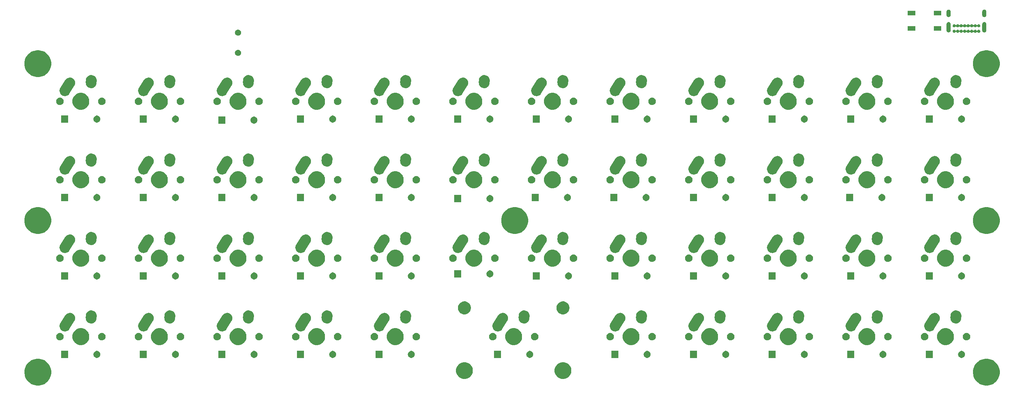
<source format=gbr>
G04 #@! TF.GenerationSoftware,KiCad,Pcbnew,(5.1.0)-1*
G04 #@! TF.CreationDate,2020-09-20T16:15:50-04:00*
G04 #@! TF.ProjectId,keyboard,6b657962-6f61-4726-942e-6b696361645f,rev?*
G04 #@! TF.SameCoordinates,Original*
G04 #@! TF.FileFunction,Soldermask,Top*
G04 #@! TF.FilePolarity,Negative*
%FSLAX46Y46*%
G04 Gerber Fmt 4.6, Leading zero omitted, Abs format (unit mm)*
G04 Created by KiCad (PCBNEW (5.1.0)-1) date 2020-09-20 16:15:50*
%MOMM*%
%LPD*%
G04 APERTURE LIST*
%ADD10C,0.020000*%
G04 APERTURE END LIST*
D10*
G36*
X249808239Y-120255467D02*
G01*
X250122282Y-120317934D01*
X250713926Y-120563001D01*
X251246392Y-120918784D01*
X251699216Y-121371608D01*
X252054999Y-121904074D01*
X252287974Y-122466526D01*
X252300066Y-122495719D01*
X252425000Y-123123803D01*
X252425000Y-123764197D01*
X252362533Y-124078239D01*
X252300066Y-124392282D01*
X252054999Y-124983926D01*
X251699216Y-125516392D01*
X251246392Y-125969216D01*
X250713926Y-126324999D01*
X250122282Y-126570066D01*
X249808239Y-126632533D01*
X249494197Y-126695000D01*
X248853803Y-126695000D01*
X248539761Y-126632533D01*
X248225718Y-126570066D01*
X247634074Y-126324999D01*
X247101608Y-125969216D01*
X246648784Y-125516392D01*
X246293001Y-124983926D01*
X246047934Y-124392282D01*
X245985467Y-124078239D01*
X245923000Y-123764197D01*
X245923000Y-123123803D01*
X246047934Y-122495719D01*
X246060026Y-122466526D01*
X246293001Y-121904074D01*
X246648784Y-121371608D01*
X247101608Y-120918784D01*
X247634074Y-120563001D01*
X248225718Y-120317934D01*
X248539761Y-120255467D01*
X248853803Y-120193000D01*
X249494197Y-120193000D01*
X249808239Y-120255467D01*
X249808239Y-120255467D01*
G37*
G36*
X19938239Y-120255467D02*
G01*
X20252282Y-120317934D01*
X20843926Y-120563001D01*
X21376392Y-120918784D01*
X21829216Y-121371608D01*
X22184999Y-121904074D01*
X22417974Y-122466526D01*
X22430066Y-122495719D01*
X22555000Y-123123803D01*
X22555000Y-123764197D01*
X22492533Y-124078239D01*
X22430066Y-124392282D01*
X22184999Y-124983926D01*
X21829216Y-125516392D01*
X21376392Y-125969216D01*
X20843926Y-126324999D01*
X20252282Y-126570066D01*
X19938239Y-126632533D01*
X19624197Y-126695000D01*
X18983803Y-126695000D01*
X18669761Y-126632533D01*
X18355718Y-126570066D01*
X17764074Y-126324999D01*
X17231608Y-125969216D01*
X16778784Y-125516392D01*
X16423001Y-124983926D01*
X16177934Y-124392282D01*
X16115467Y-124078239D01*
X16053000Y-123764197D01*
X16053000Y-123123803D01*
X16177934Y-122495719D01*
X16190026Y-122466526D01*
X16423001Y-121904074D01*
X16778784Y-121371608D01*
X17231608Y-120918784D01*
X17764074Y-120563001D01*
X18355718Y-120317934D01*
X18669761Y-120255467D01*
X18983803Y-120193000D01*
X19624197Y-120193000D01*
X19938239Y-120255467D01*
X19938239Y-120255467D01*
G37*
G36*
X123278474Y-121096684D02*
G01*
X123496474Y-121186983D01*
X123650623Y-121250833D01*
X123985548Y-121474623D01*
X124270377Y-121759452D01*
X124494167Y-122094377D01*
X124494167Y-122094378D01*
X124648316Y-122466526D01*
X124726900Y-122861594D01*
X124726900Y-123264406D01*
X124648316Y-123659474D01*
X124604938Y-123764197D01*
X124494167Y-124031623D01*
X124270377Y-124366548D01*
X123985548Y-124651377D01*
X123650623Y-124875167D01*
X123496474Y-124939017D01*
X123278474Y-125029316D01*
X122883406Y-125107900D01*
X122480594Y-125107900D01*
X122085526Y-125029316D01*
X121867526Y-124939017D01*
X121713377Y-124875167D01*
X121378452Y-124651377D01*
X121093623Y-124366548D01*
X120869833Y-124031623D01*
X120759062Y-123764197D01*
X120715684Y-123659474D01*
X120637100Y-123264406D01*
X120637100Y-122861594D01*
X120715684Y-122466526D01*
X120869833Y-122094378D01*
X120869833Y-122094377D01*
X121093623Y-121759452D01*
X121378452Y-121474623D01*
X121713377Y-121250833D01*
X121867526Y-121186983D01*
X122085526Y-121096684D01*
X122480594Y-121018100D01*
X122883406Y-121018100D01*
X123278474Y-121096684D01*
X123278474Y-121096684D01*
G37*
G36*
X147154474Y-121096684D02*
G01*
X147372474Y-121186983D01*
X147526623Y-121250833D01*
X147861548Y-121474623D01*
X148146377Y-121759452D01*
X148370167Y-122094377D01*
X148370167Y-122094378D01*
X148524316Y-122466526D01*
X148602900Y-122861594D01*
X148602900Y-123264406D01*
X148524316Y-123659474D01*
X148480938Y-123764197D01*
X148370167Y-124031623D01*
X148146377Y-124366548D01*
X147861548Y-124651377D01*
X147526623Y-124875167D01*
X147372474Y-124939017D01*
X147154474Y-125029316D01*
X146759406Y-125107900D01*
X146356594Y-125107900D01*
X145961526Y-125029316D01*
X145743526Y-124939017D01*
X145589377Y-124875167D01*
X145254452Y-124651377D01*
X144969623Y-124366548D01*
X144745833Y-124031623D01*
X144635062Y-123764197D01*
X144591684Y-123659474D01*
X144513100Y-123264406D01*
X144513100Y-122861594D01*
X144591684Y-122466526D01*
X144745833Y-122094378D01*
X144745833Y-122094377D01*
X144969623Y-121759452D01*
X145254452Y-121474623D01*
X145589377Y-121250833D01*
X145743526Y-121186983D01*
X145961526Y-121096684D01*
X146356594Y-121018100D01*
X146759406Y-121018100D01*
X147154474Y-121096684D01*
X147154474Y-121096684D01*
G37*
G36*
X26669000Y-119977000D02*
G01*
X24967000Y-119977000D01*
X24967000Y-118275000D01*
X26669000Y-118275000D01*
X26669000Y-119977000D01*
X26669000Y-119977000D01*
G37*
G36*
X33866228Y-118307703D02*
G01*
X34021100Y-118371853D01*
X34160481Y-118464985D01*
X34279015Y-118583519D01*
X34372147Y-118722900D01*
X34436297Y-118877772D01*
X34469000Y-119042184D01*
X34469000Y-119209816D01*
X34436297Y-119374228D01*
X34372147Y-119529100D01*
X34279015Y-119668481D01*
X34160481Y-119787015D01*
X34021100Y-119880147D01*
X33866228Y-119944297D01*
X33701816Y-119977000D01*
X33534184Y-119977000D01*
X33369772Y-119944297D01*
X33214900Y-119880147D01*
X33075519Y-119787015D01*
X32956985Y-119668481D01*
X32863853Y-119529100D01*
X32799703Y-119374228D01*
X32767000Y-119209816D01*
X32767000Y-119042184D01*
X32799703Y-118877772D01*
X32863853Y-118722900D01*
X32956985Y-118583519D01*
X33075519Y-118464985D01*
X33214900Y-118371853D01*
X33369772Y-118307703D01*
X33534184Y-118275000D01*
X33701816Y-118275000D01*
X33866228Y-118307703D01*
X33866228Y-118307703D01*
G37*
G36*
X45719000Y-119977000D02*
G01*
X44017000Y-119977000D01*
X44017000Y-118275000D01*
X45719000Y-118275000D01*
X45719000Y-119977000D01*
X45719000Y-119977000D01*
G37*
G36*
X52916228Y-118307703D02*
G01*
X53071100Y-118371853D01*
X53210481Y-118464985D01*
X53329015Y-118583519D01*
X53422147Y-118722900D01*
X53486297Y-118877772D01*
X53519000Y-119042184D01*
X53519000Y-119209816D01*
X53486297Y-119374228D01*
X53422147Y-119529100D01*
X53329015Y-119668481D01*
X53210481Y-119787015D01*
X53071100Y-119880147D01*
X52916228Y-119944297D01*
X52751816Y-119977000D01*
X52584184Y-119977000D01*
X52419772Y-119944297D01*
X52264900Y-119880147D01*
X52125519Y-119787015D01*
X52006985Y-119668481D01*
X51913853Y-119529100D01*
X51849703Y-119374228D01*
X51817000Y-119209816D01*
X51817000Y-119042184D01*
X51849703Y-118877772D01*
X51913853Y-118722900D01*
X52006985Y-118583519D01*
X52125519Y-118464985D01*
X52264900Y-118371853D01*
X52419772Y-118307703D01*
X52584184Y-118275000D01*
X52751816Y-118275000D01*
X52916228Y-118307703D01*
X52916228Y-118307703D01*
G37*
G36*
X71966228Y-118307703D02*
G01*
X72121100Y-118371853D01*
X72260481Y-118464985D01*
X72379015Y-118583519D01*
X72472147Y-118722900D01*
X72536297Y-118877772D01*
X72569000Y-119042184D01*
X72569000Y-119209816D01*
X72536297Y-119374228D01*
X72472147Y-119529100D01*
X72379015Y-119668481D01*
X72260481Y-119787015D01*
X72121100Y-119880147D01*
X71966228Y-119944297D01*
X71801816Y-119977000D01*
X71634184Y-119977000D01*
X71469772Y-119944297D01*
X71314900Y-119880147D01*
X71175519Y-119787015D01*
X71056985Y-119668481D01*
X70963853Y-119529100D01*
X70899703Y-119374228D01*
X70867000Y-119209816D01*
X70867000Y-119042184D01*
X70899703Y-118877772D01*
X70963853Y-118722900D01*
X71056985Y-118583519D01*
X71175519Y-118464985D01*
X71314900Y-118371853D01*
X71469772Y-118307703D01*
X71634184Y-118275000D01*
X71801816Y-118275000D01*
X71966228Y-118307703D01*
X71966228Y-118307703D01*
G37*
G36*
X64769000Y-119977000D02*
G01*
X63067000Y-119977000D01*
X63067000Y-118275000D01*
X64769000Y-118275000D01*
X64769000Y-119977000D01*
X64769000Y-119977000D01*
G37*
G36*
X83819000Y-119977000D02*
G01*
X82117000Y-119977000D01*
X82117000Y-118275000D01*
X83819000Y-118275000D01*
X83819000Y-119977000D01*
X83819000Y-119977000D01*
G37*
G36*
X91016228Y-118307703D02*
G01*
X91171100Y-118371853D01*
X91310481Y-118464985D01*
X91429015Y-118583519D01*
X91522147Y-118722900D01*
X91586297Y-118877772D01*
X91619000Y-119042184D01*
X91619000Y-119209816D01*
X91586297Y-119374228D01*
X91522147Y-119529100D01*
X91429015Y-119668481D01*
X91310481Y-119787015D01*
X91171100Y-119880147D01*
X91016228Y-119944297D01*
X90851816Y-119977000D01*
X90684184Y-119977000D01*
X90519772Y-119944297D01*
X90364900Y-119880147D01*
X90225519Y-119787015D01*
X90106985Y-119668481D01*
X90013853Y-119529100D01*
X89949703Y-119374228D01*
X89917000Y-119209816D01*
X89917000Y-119042184D01*
X89949703Y-118877772D01*
X90013853Y-118722900D01*
X90106985Y-118583519D01*
X90225519Y-118464985D01*
X90364900Y-118371853D01*
X90519772Y-118307703D01*
X90684184Y-118275000D01*
X90851816Y-118275000D01*
X91016228Y-118307703D01*
X91016228Y-118307703D01*
G37*
G36*
X110066228Y-118307703D02*
G01*
X110221100Y-118371853D01*
X110360481Y-118464985D01*
X110479015Y-118583519D01*
X110572147Y-118722900D01*
X110636297Y-118877772D01*
X110669000Y-119042184D01*
X110669000Y-119209816D01*
X110636297Y-119374228D01*
X110572147Y-119529100D01*
X110479015Y-119668481D01*
X110360481Y-119787015D01*
X110221100Y-119880147D01*
X110066228Y-119944297D01*
X109901816Y-119977000D01*
X109734184Y-119977000D01*
X109569772Y-119944297D01*
X109414900Y-119880147D01*
X109275519Y-119787015D01*
X109156985Y-119668481D01*
X109063853Y-119529100D01*
X108999703Y-119374228D01*
X108967000Y-119209816D01*
X108967000Y-119042184D01*
X108999703Y-118877772D01*
X109063853Y-118722900D01*
X109156985Y-118583519D01*
X109275519Y-118464985D01*
X109414900Y-118371853D01*
X109569772Y-118307703D01*
X109734184Y-118275000D01*
X109901816Y-118275000D01*
X110066228Y-118307703D01*
X110066228Y-118307703D01*
G37*
G36*
X102869000Y-119977000D02*
G01*
X101167000Y-119977000D01*
X101167000Y-118275000D01*
X102869000Y-118275000D01*
X102869000Y-119977000D01*
X102869000Y-119977000D01*
G37*
G36*
X138768228Y-118307703D02*
G01*
X138923100Y-118371853D01*
X139062481Y-118464985D01*
X139181015Y-118583519D01*
X139274147Y-118722900D01*
X139338297Y-118877772D01*
X139371000Y-119042184D01*
X139371000Y-119209816D01*
X139338297Y-119374228D01*
X139274147Y-119529100D01*
X139181015Y-119668481D01*
X139062481Y-119787015D01*
X138923100Y-119880147D01*
X138768228Y-119944297D01*
X138603816Y-119977000D01*
X138436184Y-119977000D01*
X138271772Y-119944297D01*
X138116900Y-119880147D01*
X137977519Y-119787015D01*
X137858985Y-119668481D01*
X137765853Y-119529100D01*
X137701703Y-119374228D01*
X137669000Y-119209816D01*
X137669000Y-119042184D01*
X137701703Y-118877772D01*
X137765853Y-118722900D01*
X137858985Y-118583519D01*
X137977519Y-118464985D01*
X138116900Y-118371853D01*
X138271772Y-118307703D01*
X138436184Y-118275000D01*
X138603816Y-118275000D01*
X138768228Y-118307703D01*
X138768228Y-118307703D01*
G37*
G36*
X217169000Y-119977000D02*
G01*
X215467000Y-119977000D01*
X215467000Y-118275000D01*
X217169000Y-118275000D01*
X217169000Y-119977000D01*
X217169000Y-119977000D01*
G37*
G36*
X131571000Y-119977000D02*
G01*
X129869000Y-119977000D01*
X129869000Y-118275000D01*
X131571000Y-118275000D01*
X131571000Y-119977000D01*
X131571000Y-119977000D01*
G37*
G36*
X236219000Y-119977000D02*
G01*
X234517000Y-119977000D01*
X234517000Y-118275000D01*
X236219000Y-118275000D01*
X236219000Y-119977000D01*
X236219000Y-119977000D01*
G37*
G36*
X243416228Y-118307703D02*
G01*
X243571100Y-118371853D01*
X243710481Y-118464985D01*
X243829015Y-118583519D01*
X243922147Y-118722900D01*
X243986297Y-118877772D01*
X244019000Y-119042184D01*
X244019000Y-119209816D01*
X243986297Y-119374228D01*
X243922147Y-119529100D01*
X243829015Y-119668481D01*
X243710481Y-119787015D01*
X243571100Y-119880147D01*
X243416228Y-119944297D01*
X243251816Y-119977000D01*
X243084184Y-119977000D01*
X242919772Y-119944297D01*
X242764900Y-119880147D01*
X242625519Y-119787015D01*
X242506985Y-119668481D01*
X242413853Y-119529100D01*
X242349703Y-119374228D01*
X242317000Y-119209816D01*
X242317000Y-119042184D01*
X242349703Y-118877772D01*
X242413853Y-118722900D01*
X242506985Y-118583519D01*
X242625519Y-118464985D01*
X242764900Y-118371853D01*
X242919772Y-118307703D01*
X243084184Y-118275000D01*
X243251816Y-118275000D01*
X243416228Y-118307703D01*
X243416228Y-118307703D01*
G37*
G36*
X224366228Y-118307703D02*
G01*
X224521100Y-118371853D01*
X224660481Y-118464985D01*
X224779015Y-118583519D01*
X224872147Y-118722900D01*
X224936297Y-118877772D01*
X224969000Y-119042184D01*
X224969000Y-119209816D01*
X224936297Y-119374228D01*
X224872147Y-119529100D01*
X224779015Y-119668481D01*
X224660481Y-119787015D01*
X224521100Y-119880147D01*
X224366228Y-119944297D01*
X224201816Y-119977000D01*
X224034184Y-119977000D01*
X223869772Y-119944297D01*
X223714900Y-119880147D01*
X223575519Y-119787015D01*
X223456985Y-119668481D01*
X223363853Y-119529100D01*
X223299703Y-119374228D01*
X223267000Y-119209816D01*
X223267000Y-119042184D01*
X223299703Y-118877772D01*
X223363853Y-118722900D01*
X223456985Y-118583519D01*
X223575519Y-118464985D01*
X223714900Y-118371853D01*
X223869772Y-118307703D01*
X224034184Y-118275000D01*
X224201816Y-118275000D01*
X224366228Y-118307703D01*
X224366228Y-118307703D01*
G37*
G36*
X205316228Y-118307703D02*
G01*
X205471100Y-118371853D01*
X205610481Y-118464985D01*
X205729015Y-118583519D01*
X205822147Y-118722900D01*
X205886297Y-118877772D01*
X205919000Y-119042184D01*
X205919000Y-119209816D01*
X205886297Y-119374228D01*
X205822147Y-119529100D01*
X205729015Y-119668481D01*
X205610481Y-119787015D01*
X205471100Y-119880147D01*
X205316228Y-119944297D01*
X205151816Y-119977000D01*
X204984184Y-119977000D01*
X204819772Y-119944297D01*
X204664900Y-119880147D01*
X204525519Y-119787015D01*
X204406985Y-119668481D01*
X204313853Y-119529100D01*
X204249703Y-119374228D01*
X204217000Y-119209816D01*
X204217000Y-119042184D01*
X204249703Y-118877772D01*
X204313853Y-118722900D01*
X204406985Y-118583519D01*
X204525519Y-118464985D01*
X204664900Y-118371853D01*
X204819772Y-118307703D01*
X204984184Y-118275000D01*
X205151816Y-118275000D01*
X205316228Y-118307703D01*
X205316228Y-118307703D01*
G37*
G36*
X198119000Y-119977000D02*
G01*
X196417000Y-119977000D01*
X196417000Y-118275000D01*
X198119000Y-118275000D01*
X198119000Y-119977000D01*
X198119000Y-119977000D01*
G37*
G36*
X186266228Y-118307703D02*
G01*
X186421100Y-118371853D01*
X186560481Y-118464985D01*
X186679015Y-118583519D01*
X186772147Y-118722900D01*
X186836297Y-118877772D01*
X186869000Y-119042184D01*
X186869000Y-119209816D01*
X186836297Y-119374228D01*
X186772147Y-119529100D01*
X186679015Y-119668481D01*
X186560481Y-119787015D01*
X186421100Y-119880147D01*
X186266228Y-119944297D01*
X186101816Y-119977000D01*
X185934184Y-119977000D01*
X185769772Y-119944297D01*
X185614900Y-119880147D01*
X185475519Y-119787015D01*
X185356985Y-119668481D01*
X185263853Y-119529100D01*
X185199703Y-119374228D01*
X185167000Y-119209816D01*
X185167000Y-119042184D01*
X185199703Y-118877772D01*
X185263853Y-118722900D01*
X185356985Y-118583519D01*
X185475519Y-118464985D01*
X185614900Y-118371853D01*
X185769772Y-118307703D01*
X185934184Y-118275000D01*
X186101816Y-118275000D01*
X186266228Y-118307703D01*
X186266228Y-118307703D01*
G37*
G36*
X179069000Y-119977000D02*
G01*
X177367000Y-119977000D01*
X177367000Y-118275000D01*
X179069000Y-118275000D01*
X179069000Y-119977000D01*
X179069000Y-119977000D01*
G37*
G36*
X160019000Y-119977000D02*
G01*
X158317000Y-119977000D01*
X158317000Y-118275000D01*
X160019000Y-118275000D01*
X160019000Y-119977000D01*
X160019000Y-119977000D01*
G37*
G36*
X167216228Y-118307703D02*
G01*
X167371100Y-118371853D01*
X167510481Y-118464985D01*
X167629015Y-118583519D01*
X167722147Y-118722900D01*
X167786297Y-118877772D01*
X167819000Y-119042184D01*
X167819000Y-119209816D01*
X167786297Y-119374228D01*
X167722147Y-119529100D01*
X167629015Y-119668481D01*
X167510481Y-119787015D01*
X167371100Y-119880147D01*
X167216228Y-119944297D01*
X167051816Y-119977000D01*
X166884184Y-119977000D01*
X166719772Y-119944297D01*
X166564900Y-119880147D01*
X166425519Y-119787015D01*
X166306985Y-119668481D01*
X166213853Y-119529100D01*
X166149703Y-119374228D01*
X166117000Y-119209816D01*
X166117000Y-119042184D01*
X166149703Y-118877772D01*
X166213853Y-118722900D01*
X166306985Y-118583519D01*
X166425519Y-118464985D01*
X166564900Y-118371853D01*
X166719772Y-118307703D01*
X166884184Y-118275000D01*
X167051816Y-118275000D01*
X167216228Y-118307703D01*
X167216228Y-118307703D01*
G37*
G36*
X201764474Y-112841684D02*
G01*
X201982474Y-112931983D01*
X202136623Y-112995833D01*
X202471548Y-113219623D01*
X202756377Y-113504452D01*
X202980167Y-113839377D01*
X203044017Y-113993526D01*
X203134316Y-114211526D01*
X203212900Y-114606594D01*
X203212900Y-115009406D01*
X203134316Y-115404474D01*
X203050322Y-115607253D01*
X202980167Y-115776623D01*
X202756377Y-116111548D01*
X202471548Y-116396377D01*
X202136623Y-116620167D01*
X201982474Y-116684017D01*
X201764474Y-116774316D01*
X201369406Y-116852900D01*
X200966594Y-116852900D01*
X200571526Y-116774316D01*
X200353526Y-116684017D01*
X200199377Y-116620167D01*
X199864452Y-116396377D01*
X199579623Y-116111548D01*
X199355833Y-115776623D01*
X199285678Y-115607253D01*
X199201684Y-115404474D01*
X199123100Y-115009406D01*
X199123100Y-114606594D01*
X199201684Y-114211526D01*
X199291983Y-113993526D01*
X199355833Y-113839377D01*
X199579623Y-113504452D01*
X199864452Y-113219623D01*
X200199377Y-112995833D01*
X200353526Y-112931983D01*
X200571526Y-112841684D01*
X200966594Y-112763100D01*
X201369406Y-112763100D01*
X201764474Y-112841684D01*
X201764474Y-112841684D01*
G37*
G36*
X30314474Y-112841684D02*
G01*
X30532474Y-112931983D01*
X30686623Y-112995833D01*
X31021548Y-113219623D01*
X31306377Y-113504452D01*
X31530167Y-113839377D01*
X31594017Y-113993526D01*
X31684316Y-114211526D01*
X31762900Y-114606594D01*
X31762900Y-115009406D01*
X31684316Y-115404474D01*
X31600322Y-115607253D01*
X31530167Y-115776623D01*
X31306377Y-116111548D01*
X31021548Y-116396377D01*
X30686623Y-116620167D01*
X30532474Y-116684017D01*
X30314474Y-116774316D01*
X29919406Y-116852900D01*
X29516594Y-116852900D01*
X29121526Y-116774316D01*
X28903526Y-116684017D01*
X28749377Y-116620167D01*
X28414452Y-116396377D01*
X28129623Y-116111548D01*
X27905833Y-115776623D01*
X27835678Y-115607253D01*
X27751684Y-115404474D01*
X27673100Y-115009406D01*
X27673100Y-114606594D01*
X27751684Y-114211526D01*
X27841983Y-113993526D01*
X27905833Y-113839377D01*
X28129623Y-113504452D01*
X28414452Y-113219623D01*
X28749377Y-112995833D01*
X28903526Y-112931983D01*
X29121526Y-112841684D01*
X29516594Y-112763100D01*
X29919406Y-112763100D01*
X30314474Y-112841684D01*
X30314474Y-112841684D01*
G37*
G36*
X49364474Y-112841684D02*
G01*
X49582474Y-112931983D01*
X49736623Y-112995833D01*
X50071548Y-113219623D01*
X50356377Y-113504452D01*
X50580167Y-113839377D01*
X50644017Y-113993526D01*
X50734316Y-114211526D01*
X50812900Y-114606594D01*
X50812900Y-115009406D01*
X50734316Y-115404474D01*
X50650322Y-115607253D01*
X50580167Y-115776623D01*
X50356377Y-116111548D01*
X50071548Y-116396377D01*
X49736623Y-116620167D01*
X49582474Y-116684017D01*
X49364474Y-116774316D01*
X48969406Y-116852900D01*
X48566594Y-116852900D01*
X48171526Y-116774316D01*
X47953526Y-116684017D01*
X47799377Y-116620167D01*
X47464452Y-116396377D01*
X47179623Y-116111548D01*
X46955833Y-115776623D01*
X46885678Y-115607253D01*
X46801684Y-115404474D01*
X46723100Y-115009406D01*
X46723100Y-114606594D01*
X46801684Y-114211526D01*
X46891983Y-113993526D01*
X46955833Y-113839377D01*
X47179623Y-113504452D01*
X47464452Y-113219623D01*
X47799377Y-112995833D01*
X47953526Y-112931983D01*
X48171526Y-112841684D01*
X48566594Y-112763100D01*
X48969406Y-112763100D01*
X49364474Y-112841684D01*
X49364474Y-112841684D01*
G37*
G36*
X106514474Y-112841684D02*
G01*
X106732474Y-112931983D01*
X106886623Y-112995833D01*
X107221548Y-113219623D01*
X107506377Y-113504452D01*
X107730167Y-113839377D01*
X107794017Y-113993526D01*
X107884316Y-114211526D01*
X107962900Y-114606594D01*
X107962900Y-115009406D01*
X107884316Y-115404474D01*
X107800322Y-115607253D01*
X107730167Y-115776623D01*
X107506377Y-116111548D01*
X107221548Y-116396377D01*
X106886623Y-116620167D01*
X106732474Y-116684017D01*
X106514474Y-116774316D01*
X106119406Y-116852900D01*
X105716594Y-116852900D01*
X105321526Y-116774316D01*
X105103526Y-116684017D01*
X104949377Y-116620167D01*
X104614452Y-116396377D01*
X104329623Y-116111548D01*
X104105833Y-115776623D01*
X104035678Y-115607253D01*
X103951684Y-115404474D01*
X103873100Y-115009406D01*
X103873100Y-114606594D01*
X103951684Y-114211526D01*
X104041983Y-113993526D01*
X104105833Y-113839377D01*
X104329623Y-113504452D01*
X104614452Y-113219623D01*
X104949377Y-112995833D01*
X105103526Y-112931983D01*
X105321526Y-112841684D01*
X105716594Y-112763100D01*
X106119406Y-112763100D01*
X106514474Y-112841684D01*
X106514474Y-112841684D01*
G37*
G36*
X239864474Y-112841684D02*
G01*
X240082474Y-112931983D01*
X240236623Y-112995833D01*
X240571548Y-113219623D01*
X240856377Y-113504452D01*
X241080167Y-113839377D01*
X241144017Y-113993526D01*
X241234316Y-114211526D01*
X241312900Y-114606594D01*
X241312900Y-115009406D01*
X241234316Y-115404474D01*
X241150322Y-115607253D01*
X241080167Y-115776623D01*
X240856377Y-116111548D01*
X240571548Y-116396377D01*
X240236623Y-116620167D01*
X240082474Y-116684017D01*
X239864474Y-116774316D01*
X239469406Y-116852900D01*
X239066594Y-116852900D01*
X238671526Y-116774316D01*
X238453526Y-116684017D01*
X238299377Y-116620167D01*
X237964452Y-116396377D01*
X237679623Y-116111548D01*
X237455833Y-115776623D01*
X237385678Y-115607253D01*
X237301684Y-115404474D01*
X237223100Y-115009406D01*
X237223100Y-114606594D01*
X237301684Y-114211526D01*
X237391983Y-113993526D01*
X237455833Y-113839377D01*
X237679623Y-113504452D01*
X237964452Y-113219623D01*
X238299377Y-112995833D01*
X238453526Y-112931983D01*
X238671526Y-112841684D01*
X239066594Y-112763100D01*
X239469406Y-112763100D01*
X239864474Y-112841684D01*
X239864474Y-112841684D01*
G37*
G36*
X220814474Y-112841684D02*
G01*
X221032474Y-112931983D01*
X221186623Y-112995833D01*
X221521548Y-113219623D01*
X221806377Y-113504452D01*
X222030167Y-113839377D01*
X222094017Y-113993526D01*
X222184316Y-114211526D01*
X222262900Y-114606594D01*
X222262900Y-115009406D01*
X222184316Y-115404474D01*
X222100322Y-115607253D01*
X222030167Y-115776623D01*
X221806377Y-116111548D01*
X221521548Y-116396377D01*
X221186623Y-116620167D01*
X221032474Y-116684017D01*
X220814474Y-116774316D01*
X220419406Y-116852900D01*
X220016594Y-116852900D01*
X219621526Y-116774316D01*
X219403526Y-116684017D01*
X219249377Y-116620167D01*
X218914452Y-116396377D01*
X218629623Y-116111548D01*
X218405833Y-115776623D01*
X218335678Y-115607253D01*
X218251684Y-115404474D01*
X218173100Y-115009406D01*
X218173100Y-114606594D01*
X218251684Y-114211526D01*
X218341983Y-113993526D01*
X218405833Y-113839377D01*
X218629623Y-113504452D01*
X218914452Y-113219623D01*
X219249377Y-112995833D01*
X219403526Y-112931983D01*
X219621526Y-112841684D01*
X220016594Y-112763100D01*
X220419406Y-112763100D01*
X220814474Y-112841684D01*
X220814474Y-112841684D01*
G37*
G36*
X182714474Y-112841684D02*
G01*
X182932474Y-112931983D01*
X183086623Y-112995833D01*
X183421548Y-113219623D01*
X183706377Y-113504452D01*
X183930167Y-113839377D01*
X183994017Y-113993526D01*
X184084316Y-114211526D01*
X184162900Y-114606594D01*
X184162900Y-115009406D01*
X184084316Y-115404474D01*
X184000322Y-115607253D01*
X183930167Y-115776623D01*
X183706377Y-116111548D01*
X183421548Y-116396377D01*
X183086623Y-116620167D01*
X182932474Y-116684017D01*
X182714474Y-116774316D01*
X182319406Y-116852900D01*
X181916594Y-116852900D01*
X181521526Y-116774316D01*
X181303526Y-116684017D01*
X181149377Y-116620167D01*
X180814452Y-116396377D01*
X180529623Y-116111548D01*
X180305833Y-115776623D01*
X180235678Y-115607253D01*
X180151684Y-115404474D01*
X180073100Y-115009406D01*
X180073100Y-114606594D01*
X180151684Y-114211526D01*
X180241983Y-113993526D01*
X180305833Y-113839377D01*
X180529623Y-113504452D01*
X180814452Y-113219623D01*
X181149377Y-112995833D01*
X181303526Y-112931983D01*
X181521526Y-112841684D01*
X181916594Y-112763100D01*
X182319406Y-112763100D01*
X182714474Y-112841684D01*
X182714474Y-112841684D01*
G37*
G36*
X163664474Y-112841684D02*
G01*
X163882474Y-112931983D01*
X164036623Y-112995833D01*
X164371548Y-113219623D01*
X164656377Y-113504452D01*
X164880167Y-113839377D01*
X164944017Y-113993526D01*
X165034316Y-114211526D01*
X165112900Y-114606594D01*
X165112900Y-115009406D01*
X165034316Y-115404474D01*
X164950322Y-115607253D01*
X164880167Y-115776623D01*
X164656377Y-116111548D01*
X164371548Y-116396377D01*
X164036623Y-116620167D01*
X163882474Y-116684017D01*
X163664474Y-116774316D01*
X163269406Y-116852900D01*
X162866594Y-116852900D01*
X162471526Y-116774316D01*
X162253526Y-116684017D01*
X162099377Y-116620167D01*
X161764452Y-116396377D01*
X161479623Y-116111548D01*
X161255833Y-115776623D01*
X161185678Y-115607253D01*
X161101684Y-115404474D01*
X161023100Y-115009406D01*
X161023100Y-114606594D01*
X161101684Y-114211526D01*
X161191983Y-113993526D01*
X161255833Y-113839377D01*
X161479623Y-113504452D01*
X161764452Y-113219623D01*
X162099377Y-112995833D01*
X162253526Y-112931983D01*
X162471526Y-112841684D01*
X162866594Y-112763100D01*
X163269406Y-112763100D01*
X163664474Y-112841684D01*
X163664474Y-112841684D01*
G37*
G36*
X135216474Y-112841684D02*
G01*
X135434474Y-112931983D01*
X135588623Y-112995833D01*
X135923548Y-113219623D01*
X136208377Y-113504452D01*
X136432167Y-113839377D01*
X136496017Y-113993526D01*
X136586316Y-114211526D01*
X136664900Y-114606594D01*
X136664900Y-115009406D01*
X136586316Y-115404474D01*
X136502322Y-115607253D01*
X136432167Y-115776623D01*
X136208377Y-116111548D01*
X135923548Y-116396377D01*
X135588623Y-116620167D01*
X135434474Y-116684017D01*
X135216474Y-116774316D01*
X134821406Y-116852900D01*
X134418594Y-116852900D01*
X134023526Y-116774316D01*
X133805526Y-116684017D01*
X133651377Y-116620167D01*
X133316452Y-116396377D01*
X133031623Y-116111548D01*
X132807833Y-115776623D01*
X132737678Y-115607253D01*
X132653684Y-115404474D01*
X132575100Y-115009406D01*
X132575100Y-114606594D01*
X132653684Y-114211526D01*
X132743983Y-113993526D01*
X132807833Y-113839377D01*
X133031623Y-113504452D01*
X133316452Y-113219623D01*
X133651377Y-112995833D01*
X133805526Y-112931983D01*
X134023526Y-112841684D01*
X134418594Y-112763100D01*
X134821406Y-112763100D01*
X135216474Y-112841684D01*
X135216474Y-112841684D01*
G37*
G36*
X87464474Y-112841684D02*
G01*
X87682474Y-112931983D01*
X87836623Y-112995833D01*
X88171548Y-113219623D01*
X88456377Y-113504452D01*
X88680167Y-113839377D01*
X88744017Y-113993526D01*
X88834316Y-114211526D01*
X88912900Y-114606594D01*
X88912900Y-115009406D01*
X88834316Y-115404474D01*
X88750322Y-115607253D01*
X88680167Y-115776623D01*
X88456377Y-116111548D01*
X88171548Y-116396377D01*
X87836623Y-116620167D01*
X87682474Y-116684017D01*
X87464474Y-116774316D01*
X87069406Y-116852900D01*
X86666594Y-116852900D01*
X86271526Y-116774316D01*
X86053526Y-116684017D01*
X85899377Y-116620167D01*
X85564452Y-116396377D01*
X85279623Y-116111548D01*
X85055833Y-115776623D01*
X84985678Y-115607253D01*
X84901684Y-115404474D01*
X84823100Y-115009406D01*
X84823100Y-114606594D01*
X84901684Y-114211526D01*
X84991983Y-113993526D01*
X85055833Y-113839377D01*
X85279623Y-113504452D01*
X85564452Y-113219623D01*
X85899377Y-112995833D01*
X86053526Y-112931983D01*
X86271526Y-112841684D01*
X86666594Y-112763100D01*
X87069406Y-112763100D01*
X87464474Y-112841684D01*
X87464474Y-112841684D01*
G37*
G36*
X68414474Y-112841684D02*
G01*
X68632474Y-112931983D01*
X68786623Y-112995833D01*
X69121548Y-113219623D01*
X69406377Y-113504452D01*
X69630167Y-113839377D01*
X69694017Y-113993526D01*
X69784316Y-114211526D01*
X69862900Y-114606594D01*
X69862900Y-115009406D01*
X69784316Y-115404474D01*
X69700322Y-115607253D01*
X69630167Y-115776623D01*
X69406377Y-116111548D01*
X69121548Y-116396377D01*
X68786623Y-116620167D01*
X68632474Y-116684017D01*
X68414474Y-116774316D01*
X68019406Y-116852900D01*
X67616594Y-116852900D01*
X67221526Y-116774316D01*
X67003526Y-116684017D01*
X66849377Y-116620167D01*
X66514452Y-116396377D01*
X66229623Y-116111548D01*
X66005833Y-115776623D01*
X65935678Y-115607253D01*
X65851684Y-115404474D01*
X65773100Y-115009406D01*
X65773100Y-114606594D01*
X65851684Y-114211526D01*
X65941983Y-113993526D01*
X66005833Y-113839377D01*
X66229623Y-113504452D01*
X66514452Y-113219623D01*
X66849377Y-112995833D01*
X67003526Y-112931983D01*
X67221526Y-112841684D01*
X67616594Y-112763100D01*
X68019406Y-112763100D01*
X68414474Y-112841684D01*
X68414474Y-112841684D01*
G37*
G36*
X62913952Y-113923430D02*
G01*
X63001075Y-113940759D01*
X63110498Y-113986084D01*
X63165211Y-114008747D01*
X63311933Y-114106783D01*
X63312928Y-114107448D01*
X63438552Y-114233072D01*
X63438554Y-114233075D01*
X63537253Y-114380789D01*
X63537253Y-114380790D01*
X63605241Y-114544925D01*
X63639900Y-114719171D01*
X63639900Y-114896829D01*
X63605241Y-115071075D01*
X63559916Y-115180498D01*
X63537253Y-115235211D01*
X63439217Y-115381933D01*
X63438552Y-115382928D01*
X63312928Y-115508552D01*
X63312925Y-115508554D01*
X63165211Y-115607253D01*
X63110498Y-115629916D01*
X63001075Y-115675241D01*
X62913952Y-115692570D01*
X62826831Y-115709900D01*
X62649169Y-115709900D01*
X62562048Y-115692570D01*
X62474925Y-115675241D01*
X62365502Y-115629916D01*
X62310789Y-115607253D01*
X62163075Y-115508554D01*
X62163072Y-115508552D01*
X62037448Y-115382928D01*
X62036783Y-115381933D01*
X61938747Y-115235211D01*
X61916084Y-115180498D01*
X61870759Y-115071075D01*
X61836100Y-114896829D01*
X61836100Y-114719171D01*
X61870759Y-114544925D01*
X61938747Y-114380790D01*
X61938747Y-114380789D01*
X62037446Y-114233075D01*
X62037448Y-114233072D01*
X62163072Y-114107448D01*
X62164067Y-114106783D01*
X62310789Y-114008747D01*
X62365502Y-113986084D01*
X62474925Y-113940759D01*
X62562048Y-113923430D01*
X62649169Y-113906100D01*
X62826831Y-113906100D01*
X62913952Y-113923430D01*
X62913952Y-113923430D01*
G37*
G36*
X73073952Y-113923430D02*
G01*
X73161075Y-113940759D01*
X73270498Y-113986084D01*
X73325211Y-114008747D01*
X73471933Y-114106783D01*
X73472928Y-114107448D01*
X73598552Y-114233072D01*
X73598554Y-114233075D01*
X73697253Y-114380789D01*
X73697253Y-114380790D01*
X73765241Y-114544925D01*
X73799900Y-114719171D01*
X73799900Y-114896829D01*
X73765241Y-115071075D01*
X73719916Y-115180498D01*
X73697253Y-115235211D01*
X73599217Y-115381933D01*
X73598552Y-115382928D01*
X73472928Y-115508552D01*
X73472925Y-115508554D01*
X73325211Y-115607253D01*
X73270498Y-115629916D01*
X73161075Y-115675241D01*
X73073952Y-115692570D01*
X72986831Y-115709900D01*
X72809169Y-115709900D01*
X72722048Y-115692570D01*
X72634925Y-115675241D01*
X72525502Y-115629916D01*
X72470789Y-115607253D01*
X72323075Y-115508554D01*
X72323072Y-115508552D01*
X72197448Y-115382928D01*
X72196783Y-115381933D01*
X72098747Y-115235211D01*
X72076084Y-115180498D01*
X72030759Y-115071075D01*
X71996100Y-114896829D01*
X71996100Y-114719171D01*
X72030759Y-114544925D01*
X72098747Y-114380790D01*
X72098747Y-114380789D01*
X72197446Y-114233075D01*
X72197448Y-114233072D01*
X72323072Y-114107448D01*
X72324067Y-114106783D01*
X72470789Y-114008747D01*
X72525502Y-113986084D01*
X72634925Y-113940759D01*
X72722048Y-113923430D01*
X72809169Y-113906100D01*
X72986831Y-113906100D01*
X73073952Y-113923430D01*
X73073952Y-113923430D01*
G37*
G36*
X92123952Y-113923430D02*
G01*
X92211075Y-113940759D01*
X92320498Y-113986084D01*
X92375211Y-114008747D01*
X92521933Y-114106783D01*
X92522928Y-114107448D01*
X92648552Y-114233072D01*
X92648554Y-114233075D01*
X92747253Y-114380789D01*
X92747253Y-114380790D01*
X92815241Y-114544925D01*
X92849900Y-114719171D01*
X92849900Y-114896829D01*
X92815241Y-115071075D01*
X92769916Y-115180498D01*
X92747253Y-115235211D01*
X92649217Y-115381933D01*
X92648552Y-115382928D01*
X92522928Y-115508552D01*
X92522925Y-115508554D01*
X92375211Y-115607253D01*
X92320498Y-115629916D01*
X92211075Y-115675241D01*
X92123952Y-115692570D01*
X92036831Y-115709900D01*
X91859169Y-115709900D01*
X91772048Y-115692570D01*
X91684925Y-115675241D01*
X91575502Y-115629916D01*
X91520789Y-115607253D01*
X91373075Y-115508554D01*
X91373072Y-115508552D01*
X91247448Y-115382928D01*
X91246783Y-115381933D01*
X91148747Y-115235211D01*
X91126084Y-115180498D01*
X91080759Y-115071075D01*
X91046100Y-114896829D01*
X91046100Y-114719171D01*
X91080759Y-114544925D01*
X91148747Y-114380790D01*
X91148747Y-114380789D01*
X91247446Y-114233075D01*
X91247448Y-114233072D01*
X91373072Y-114107448D01*
X91374067Y-114106783D01*
X91520789Y-114008747D01*
X91575502Y-113986084D01*
X91684925Y-113940759D01*
X91772048Y-113923430D01*
X91859169Y-113906100D01*
X92036831Y-113906100D01*
X92123952Y-113923430D01*
X92123952Y-113923430D01*
G37*
G36*
X81963952Y-113923430D02*
G01*
X82051075Y-113940759D01*
X82160498Y-113986084D01*
X82215211Y-114008747D01*
X82361933Y-114106783D01*
X82362928Y-114107448D01*
X82488552Y-114233072D01*
X82488554Y-114233075D01*
X82587253Y-114380789D01*
X82587253Y-114380790D01*
X82655241Y-114544925D01*
X82689900Y-114719171D01*
X82689900Y-114896829D01*
X82655241Y-115071075D01*
X82609916Y-115180498D01*
X82587253Y-115235211D01*
X82489217Y-115381933D01*
X82488552Y-115382928D01*
X82362928Y-115508552D01*
X82362925Y-115508554D01*
X82215211Y-115607253D01*
X82160498Y-115629916D01*
X82051075Y-115675241D01*
X81963952Y-115692570D01*
X81876831Y-115709900D01*
X81699169Y-115709900D01*
X81612048Y-115692570D01*
X81524925Y-115675241D01*
X81415502Y-115629916D01*
X81360789Y-115607253D01*
X81213075Y-115508554D01*
X81213072Y-115508552D01*
X81087448Y-115382928D01*
X81086783Y-115381933D01*
X80988747Y-115235211D01*
X80966084Y-115180498D01*
X80920759Y-115071075D01*
X80886100Y-114896829D01*
X80886100Y-114719171D01*
X80920759Y-114544925D01*
X80988747Y-114380790D01*
X80988747Y-114380789D01*
X81087446Y-114233075D01*
X81087448Y-114233072D01*
X81213072Y-114107448D01*
X81214067Y-114106783D01*
X81360789Y-114008747D01*
X81415502Y-113986084D01*
X81524925Y-113940759D01*
X81612048Y-113923430D01*
X81699169Y-113906100D01*
X81876831Y-113906100D01*
X81963952Y-113923430D01*
X81963952Y-113923430D01*
G37*
G36*
X34973952Y-113923430D02*
G01*
X35061075Y-113940759D01*
X35170498Y-113986084D01*
X35225211Y-114008747D01*
X35371933Y-114106783D01*
X35372928Y-114107448D01*
X35498552Y-114233072D01*
X35498554Y-114233075D01*
X35597253Y-114380789D01*
X35597253Y-114380790D01*
X35665241Y-114544925D01*
X35699900Y-114719171D01*
X35699900Y-114896829D01*
X35665241Y-115071075D01*
X35619916Y-115180498D01*
X35597253Y-115235211D01*
X35499217Y-115381933D01*
X35498552Y-115382928D01*
X35372928Y-115508552D01*
X35372925Y-115508554D01*
X35225211Y-115607253D01*
X35170498Y-115629916D01*
X35061075Y-115675241D01*
X34973952Y-115692570D01*
X34886831Y-115709900D01*
X34709169Y-115709900D01*
X34622048Y-115692570D01*
X34534925Y-115675241D01*
X34425502Y-115629916D01*
X34370789Y-115607253D01*
X34223075Y-115508554D01*
X34223072Y-115508552D01*
X34097448Y-115382928D01*
X34096783Y-115381933D01*
X33998747Y-115235211D01*
X33976084Y-115180498D01*
X33930759Y-115071075D01*
X33896100Y-114896829D01*
X33896100Y-114719171D01*
X33930759Y-114544925D01*
X33998747Y-114380790D01*
X33998747Y-114380789D01*
X34097446Y-114233075D01*
X34097448Y-114233072D01*
X34223072Y-114107448D01*
X34224067Y-114106783D01*
X34370789Y-114008747D01*
X34425502Y-113986084D01*
X34534925Y-113940759D01*
X34622048Y-113923430D01*
X34709169Y-113906100D01*
X34886831Y-113906100D01*
X34973952Y-113923430D01*
X34973952Y-113923430D01*
G37*
G36*
X24813952Y-113923430D02*
G01*
X24901075Y-113940759D01*
X25010498Y-113986084D01*
X25065211Y-114008747D01*
X25211933Y-114106783D01*
X25212928Y-114107448D01*
X25338552Y-114233072D01*
X25338554Y-114233075D01*
X25437253Y-114380789D01*
X25437253Y-114380790D01*
X25505241Y-114544925D01*
X25539900Y-114719171D01*
X25539900Y-114896829D01*
X25505241Y-115071075D01*
X25459916Y-115180498D01*
X25437253Y-115235211D01*
X25339217Y-115381933D01*
X25338552Y-115382928D01*
X25212928Y-115508552D01*
X25212925Y-115508554D01*
X25065211Y-115607253D01*
X25010498Y-115629916D01*
X24901075Y-115675241D01*
X24813952Y-115692570D01*
X24726831Y-115709900D01*
X24549169Y-115709900D01*
X24462048Y-115692570D01*
X24374925Y-115675241D01*
X24265502Y-115629916D01*
X24210789Y-115607253D01*
X24063075Y-115508554D01*
X24063072Y-115508552D01*
X23937448Y-115382928D01*
X23936783Y-115381933D01*
X23838747Y-115235211D01*
X23816084Y-115180498D01*
X23770759Y-115071075D01*
X23736100Y-114896829D01*
X23736100Y-114719171D01*
X23770759Y-114544925D01*
X23838747Y-114380790D01*
X23838747Y-114380789D01*
X23937446Y-114233075D01*
X23937448Y-114233072D01*
X24063072Y-114107448D01*
X24064067Y-114106783D01*
X24210789Y-114008747D01*
X24265502Y-113986084D01*
X24374925Y-113940759D01*
X24462048Y-113923430D01*
X24549169Y-113906100D01*
X24726831Y-113906100D01*
X24813952Y-113923430D01*
X24813952Y-113923430D01*
G37*
G36*
X43863952Y-113923430D02*
G01*
X43951075Y-113940759D01*
X44060498Y-113986084D01*
X44115211Y-114008747D01*
X44261933Y-114106783D01*
X44262928Y-114107448D01*
X44388552Y-114233072D01*
X44388554Y-114233075D01*
X44487253Y-114380789D01*
X44487253Y-114380790D01*
X44555241Y-114544925D01*
X44589900Y-114719171D01*
X44589900Y-114896829D01*
X44555241Y-115071075D01*
X44509916Y-115180498D01*
X44487253Y-115235211D01*
X44389217Y-115381933D01*
X44388552Y-115382928D01*
X44262928Y-115508552D01*
X44262925Y-115508554D01*
X44115211Y-115607253D01*
X44060498Y-115629916D01*
X43951075Y-115675241D01*
X43863952Y-115692570D01*
X43776831Y-115709900D01*
X43599169Y-115709900D01*
X43512048Y-115692570D01*
X43424925Y-115675241D01*
X43315502Y-115629916D01*
X43260789Y-115607253D01*
X43113075Y-115508554D01*
X43113072Y-115508552D01*
X42987448Y-115382928D01*
X42986783Y-115381933D01*
X42888747Y-115235211D01*
X42866084Y-115180498D01*
X42820759Y-115071075D01*
X42786100Y-114896829D01*
X42786100Y-114719171D01*
X42820759Y-114544925D01*
X42888747Y-114380790D01*
X42888747Y-114380789D01*
X42987446Y-114233075D01*
X42987448Y-114233072D01*
X43113072Y-114107448D01*
X43114067Y-114106783D01*
X43260789Y-114008747D01*
X43315502Y-113986084D01*
X43424925Y-113940759D01*
X43512048Y-113923430D01*
X43599169Y-113906100D01*
X43776831Y-113906100D01*
X43863952Y-113923430D01*
X43863952Y-113923430D01*
G37*
G36*
X54023952Y-113923430D02*
G01*
X54111075Y-113940759D01*
X54220498Y-113986084D01*
X54275211Y-114008747D01*
X54421933Y-114106783D01*
X54422928Y-114107448D01*
X54548552Y-114233072D01*
X54548554Y-114233075D01*
X54647253Y-114380789D01*
X54647253Y-114380790D01*
X54715241Y-114544925D01*
X54749900Y-114719171D01*
X54749900Y-114896829D01*
X54715241Y-115071075D01*
X54669916Y-115180498D01*
X54647253Y-115235211D01*
X54549217Y-115381933D01*
X54548552Y-115382928D01*
X54422928Y-115508552D01*
X54422925Y-115508554D01*
X54275211Y-115607253D01*
X54220498Y-115629916D01*
X54111075Y-115675241D01*
X54023952Y-115692570D01*
X53936831Y-115709900D01*
X53759169Y-115709900D01*
X53672048Y-115692570D01*
X53584925Y-115675241D01*
X53475502Y-115629916D01*
X53420789Y-115607253D01*
X53273075Y-115508554D01*
X53273072Y-115508552D01*
X53147448Y-115382928D01*
X53146783Y-115381933D01*
X53048747Y-115235211D01*
X53026084Y-115180498D01*
X52980759Y-115071075D01*
X52946100Y-114896829D01*
X52946100Y-114719171D01*
X52980759Y-114544925D01*
X53048747Y-114380790D01*
X53048747Y-114380789D01*
X53147446Y-114233075D01*
X53147448Y-114233072D01*
X53273072Y-114107448D01*
X53274067Y-114106783D01*
X53420789Y-114008747D01*
X53475502Y-113986084D01*
X53584925Y-113940759D01*
X53672048Y-113923430D01*
X53759169Y-113906100D01*
X53936831Y-113906100D01*
X54023952Y-113923430D01*
X54023952Y-113923430D01*
G37*
G36*
X244523952Y-113923430D02*
G01*
X244611075Y-113940759D01*
X244720498Y-113986084D01*
X244775211Y-114008747D01*
X244921933Y-114106783D01*
X244922928Y-114107448D01*
X245048552Y-114233072D01*
X245048554Y-114233075D01*
X245147253Y-114380789D01*
X245147253Y-114380790D01*
X245215241Y-114544925D01*
X245249900Y-114719171D01*
X245249900Y-114896829D01*
X245215241Y-115071075D01*
X245169916Y-115180498D01*
X245147253Y-115235211D01*
X245049217Y-115381933D01*
X245048552Y-115382928D01*
X244922928Y-115508552D01*
X244922925Y-115508554D01*
X244775211Y-115607253D01*
X244720498Y-115629916D01*
X244611075Y-115675241D01*
X244523952Y-115692570D01*
X244436831Y-115709900D01*
X244259169Y-115709900D01*
X244172048Y-115692570D01*
X244084925Y-115675241D01*
X243975502Y-115629916D01*
X243920789Y-115607253D01*
X243773075Y-115508554D01*
X243773072Y-115508552D01*
X243647448Y-115382928D01*
X243646783Y-115381933D01*
X243548747Y-115235211D01*
X243526084Y-115180498D01*
X243480759Y-115071075D01*
X243446100Y-114896829D01*
X243446100Y-114719171D01*
X243480759Y-114544925D01*
X243548747Y-114380790D01*
X243548747Y-114380789D01*
X243647446Y-114233075D01*
X243647448Y-114233072D01*
X243773072Y-114107448D01*
X243774067Y-114106783D01*
X243920789Y-114008747D01*
X243975502Y-113986084D01*
X244084925Y-113940759D01*
X244172048Y-113923430D01*
X244259169Y-113906100D01*
X244436831Y-113906100D01*
X244523952Y-113923430D01*
X244523952Y-113923430D01*
G37*
G36*
X177213952Y-113923430D02*
G01*
X177301075Y-113940759D01*
X177410498Y-113986084D01*
X177465211Y-114008747D01*
X177611933Y-114106783D01*
X177612928Y-114107448D01*
X177738552Y-114233072D01*
X177738554Y-114233075D01*
X177837253Y-114380789D01*
X177837253Y-114380790D01*
X177905241Y-114544925D01*
X177939900Y-114719171D01*
X177939900Y-114896829D01*
X177905241Y-115071075D01*
X177859916Y-115180498D01*
X177837253Y-115235211D01*
X177739217Y-115381933D01*
X177738552Y-115382928D01*
X177612928Y-115508552D01*
X177612925Y-115508554D01*
X177465211Y-115607253D01*
X177410498Y-115629916D01*
X177301075Y-115675241D01*
X177213952Y-115692570D01*
X177126831Y-115709900D01*
X176949169Y-115709900D01*
X176862048Y-115692570D01*
X176774925Y-115675241D01*
X176665502Y-115629916D01*
X176610789Y-115607253D01*
X176463075Y-115508554D01*
X176463072Y-115508552D01*
X176337448Y-115382928D01*
X176336783Y-115381933D01*
X176238747Y-115235211D01*
X176216084Y-115180498D01*
X176170759Y-115071075D01*
X176136100Y-114896829D01*
X176136100Y-114719171D01*
X176170759Y-114544925D01*
X176238747Y-114380790D01*
X176238747Y-114380789D01*
X176337446Y-114233075D01*
X176337448Y-114233072D01*
X176463072Y-114107448D01*
X176464067Y-114106783D01*
X176610789Y-114008747D01*
X176665502Y-113986084D01*
X176774925Y-113940759D01*
X176862048Y-113923430D01*
X176949169Y-113906100D01*
X177126831Y-113906100D01*
X177213952Y-113923430D01*
X177213952Y-113923430D01*
G37*
G36*
X168323952Y-113923430D02*
G01*
X168411075Y-113940759D01*
X168520498Y-113986084D01*
X168575211Y-114008747D01*
X168721933Y-114106783D01*
X168722928Y-114107448D01*
X168848552Y-114233072D01*
X168848554Y-114233075D01*
X168947253Y-114380789D01*
X168947253Y-114380790D01*
X169015241Y-114544925D01*
X169049900Y-114719171D01*
X169049900Y-114896829D01*
X169015241Y-115071075D01*
X168969916Y-115180498D01*
X168947253Y-115235211D01*
X168849217Y-115381933D01*
X168848552Y-115382928D01*
X168722928Y-115508552D01*
X168722925Y-115508554D01*
X168575211Y-115607253D01*
X168520498Y-115629916D01*
X168411075Y-115675241D01*
X168323952Y-115692570D01*
X168236831Y-115709900D01*
X168059169Y-115709900D01*
X167972048Y-115692570D01*
X167884925Y-115675241D01*
X167775502Y-115629916D01*
X167720789Y-115607253D01*
X167573075Y-115508554D01*
X167573072Y-115508552D01*
X167447448Y-115382928D01*
X167446783Y-115381933D01*
X167348747Y-115235211D01*
X167326084Y-115180498D01*
X167280759Y-115071075D01*
X167246100Y-114896829D01*
X167246100Y-114719171D01*
X167280759Y-114544925D01*
X167348747Y-114380790D01*
X167348747Y-114380789D01*
X167447446Y-114233075D01*
X167447448Y-114233072D01*
X167573072Y-114107448D01*
X167574067Y-114106783D01*
X167720789Y-114008747D01*
X167775502Y-113986084D01*
X167884925Y-113940759D01*
X167972048Y-113923430D01*
X168059169Y-113906100D01*
X168236831Y-113906100D01*
X168323952Y-113923430D01*
X168323952Y-113923430D01*
G37*
G36*
X158163952Y-113923430D02*
G01*
X158251075Y-113940759D01*
X158360498Y-113986084D01*
X158415211Y-114008747D01*
X158561933Y-114106783D01*
X158562928Y-114107448D01*
X158688552Y-114233072D01*
X158688554Y-114233075D01*
X158787253Y-114380789D01*
X158787253Y-114380790D01*
X158855241Y-114544925D01*
X158889900Y-114719171D01*
X158889900Y-114896829D01*
X158855241Y-115071075D01*
X158809916Y-115180498D01*
X158787253Y-115235211D01*
X158689217Y-115381933D01*
X158688552Y-115382928D01*
X158562928Y-115508552D01*
X158562925Y-115508554D01*
X158415211Y-115607253D01*
X158360498Y-115629916D01*
X158251075Y-115675241D01*
X158163952Y-115692570D01*
X158076831Y-115709900D01*
X157899169Y-115709900D01*
X157812048Y-115692570D01*
X157724925Y-115675241D01*
X157615502Y-115629916D01*
X157560789Y-115607253D01*
X157413075Y-115508554D01*
X157413072Y-115508552D01*
X157287448Y-115382928D01*
X157286783Y-115381933D01*
X157188747Y-115235211D01*
X157166084Y-115180498D01*
X157120759Y-115071075D01*
X157086100Y-114896829D01*
X157086100Y-114719171D01*
X157120759Y-114544925D01*
X157188747Y-114380790D01*
X157188747Y-114380789D01*
X157287446Y-114233075D01*
X157287448Y-114233072D01*
X157413072Y-114107448D01*
X157414067Y-114106783D01*
X157560789Y-114008747D01*
X157615502Y-113986084D01*
X157724925Y-113940759D01*
X157812048Y-113923430D01*
X157899169Y-113906100D01*
X158076831Y-113906100D01*
X158163952Y-113923430D01*
X158163952Y-113923430D01*
G37*
G36*
X196263952Y-113923430D02*
G01*
X196351075Y-113940759D01*
X196460498Y-113986084D01*
X196515211Y-114008747D01*
X196661933Y-114106783D01*
X196662928Y-114107448D01*
X196788552Y-114233072D01*
X196788554Y-114233075D01*
X196887253Y-114380789D01*
X196887253Y-114380790D01*
X196955241Y-114544925D01*
X196989900Y-114719171D01*
X196989900Y-114896829D01*
X196955241Y-115071075D01*
X196909916Y-115180498D01*
X196887253Y-115235211D01*
X196789217Y-115381933D01*
X196788552Y-115382928D01*
X196662928Y-115508552D01*
X196662925Y-115508554D01*
X196515211Y-115607253D01*
X196460498Y-115629916D01*
X196351075Y-115675241D01*
X196263952Y-115692570D01*
X196176831Y-115709900D01*
X195999169Y-115709900D01*
X195912048Y-115692570D01*
X195824925Y-115675241D01*
X195715502Y-115629916D01*
X195660789Y-115607253D01*
X195513075Y-115508554D01*
X195513072Y-115508552D01*
X195387448Y-115382928D01*
X195386783Y-115381933D01*
X195288747Y-115235211D01*
X195266084Y-115180498D01*
X195220759Y-115071075D01*
X195186100Y-114896829D01*
X195186100Y-114719171D01*
X195220759Y-114544925D01*
X195288747Y-114380790D01*
X195288747Y-114380789D01*
X195387446Y-114233075D01*
X195387448Y-114233072D01*
X195513072Y-114107448D01*
X195514067Y-114106783D01*
X195660789Y-114008747D01*
X195715502Y-113986084D01*
X195824925Y-113940759D01*
X195912048Y-113923430D01*
X195999169Y-113906100D01*
X196176831Y-113906100D01*
X196263952Y-113923430D01*
X196263952Y-113923430D01*
G37*
G36*
X101013952Y-113923430D02*
G01*
X101101075Y-113940759D01*
X101210498Y-113986084D01*
X101265211Y-114008747D01*
X101411933Y-114106783D01*
X101412928Y-114107448D01*
X101538552Y-114233072D01*
X101538554Y-114233075D01*
X101637253Y-114380789D01*
X101637253Y-114380790D01*
X101705241Y-114544925D01*
X101739900Y-114719171D01*
X101739900Y-114896829D01*
X101705241Y-115071075D01*
X101659916Y-115180498D01*
X101637253Y-115235211D01*
X101539217Y-115381933D01*
X101538552Y-115382928D01*
X101412928Y-115508552D01*
X101412925Y-115508554D01*
X101265211Y-115607253D01*
X101210498Y-115629916D01*
X101101075Y-115675241D01*
X101013952Y-115692570D01*
X100926831Y-115709900D01*
X100749169Y-115709900D01*
X100662048Y-115692570D01*
X100574925Y-115675241D01*
X100465502Y-115629916D01*
X100410789Y-115607253D01*
X100263075Y-115508554D01*
X100263072Y-115508552D01*
X100137448Y-115382928D01*
X100136783Y-115381933D01*
X100038747Y-115235211D01*
X100016084Y-115180498D01*
X99970759Y-115071075D01*
X99936100Y-114896829D01*
X99936100Y-114719171D01*
X99970759Y-114544925D01*
X100038747Y-114380790D01*
X100038747Y-114380789D01*
X100137446Y-114233075D01*
X100137448Y-114233072D01*
X100263072Y-114107448D01*
X100264067Y-114106783D01*
X100410789Y-114008747D01*
X100465502Y-113986084D01*
X100574925Y-113940759D01*
X100662048Y-113923430D01*
X100749169Y-113906100D01*
X100926831Y-113906100D01*
X101013952Y-113923430D01*
X101013952Y-113923430D01*
G37*
G36*
X111173952Y-113923430D02*
G01*
X111261075Y-113940759D01*
X111370498Y-113986084D01*
X111425211Y-114008747D01*
X111571933Y-114106783D01*
X111572928Y-114107448D01*
X111698552Y-114233072D01*
X111698554Y-114233075D01*
X111797253Y-114380789D01*
X111797253Y-114380790D01*
X111865241Y-114544925D01*
X111899900Y-114719171D01*
X111899900Y-114896829D01*
X111865241Y-115071075D01*
X111819916Y-115180498D01*
X111797253Y-115235211D01*
X111699217Y-115381933D01*
X111698552Y-115382928D01*
X111572928Y-115508552D01*
X111572925Y-115508554D01*
X111425211Y-115607253D01*
X111370498Y-115629916D01*
X111261075Y-115675241D01*
X111173952Y-115692570D01*
X111086831Y-115709900D01*
X110909169Y-115709900D01*
X110822048Y-115692570D01*
X110734925Y-115675241D01*
X110625502Y-115629916D01*
X110570789Y-115607253D01*
X110423075Y-115508554D01*
X110423072Y-115508552D01*
X110297448Y-115382928D01*
X110296783Y-115381933D01*
X110198747Y-115235211D01*
X110176084Y-115180498D01*
X110130759Y-115071075D01*
X110096100Y-114896829D01*
X110096100Y-114719171D01*
X110130759Y-114544925D01*
X110198747Y-114380790D01*
X110198747Y-114380789D01*
X110297446Y-114233075D01*
X110297448Y-114233072D01*
X110423072Y-114107448D01*
X110424067Y-114106783D01*
X110570789Y-114008747D01*
X110625502Y-113986084D01*
X110734925Y-113940759D01*
X110822048Y-113923430D01*
X110909169Y-113906100D01*
X111086831Y-113906100D01*
X111173952Y-113923430D01*
X111173952Y-113923430D01*
G37*
G36*
X206423952Y-113923430D02*
G01*
X206511075Y-113940759D01*
X206620498Y-113986084D01*
X206675211Y-114008747D01*
X206821933Y-114106783D01*
X206822928Y-114107448D01*
X206948552Y-114233072D01*
X206948554Y-114233075D01*
X207047253Y-114380789D01*
X207047253Y-114380790D01*
X207115241Y-114544925D01*
X207149900Y-114719171D01*
X207149900Y-114896829D01*
X207115241Y-115071075D01*
X207069916Y-115180498D01*
X207047253Y-115235211D01*
X206949217Y-115381933D01*
X206948552Y-115382928D01*
X206822928Y-115508552D01*
X206822925Y-115508554D01*
X206675211Y-115607253D01*
X206620498Y-115629916D01*
X206511075Y-115675241D01*
X206423952Y-115692570D01*
X206336831Y-115709900D01*
X206159169Y-115709900D01*
X206072048Y-115692570D01*
X205984925Y-115675241D01*
X205875502Y-115629916D01*
X205820789Y-115607253D01*
X205673075Y-115508554D01*
X205673072Y-115508552D01*
X205547448Y-115382928D01*
X205546783Y-115381933D01*
X205448747Y-115235211D01*
X205426084Y-115180498D01*
X205380759Y-115071075D01*
X205346100Y-114896829D01*
X205346100Y-114719171D01*
X205380759Y-114544925D01*
X205448747Y-114380790D01*
X205448747Y-114380789D01*
X205547446Y-114233075D01*
X205547448Y-114233072D01*
X205673072Y-114107448D01*
X205674067Y-114106783D01*
X205820789Y-114008747D01*
X205875502Y-113986084D01*
X205984925Y-113940759D01*
X206072048Y-113923430D01*
X206159169Y-113906100D01*
X206336831Y-113906100D01*
X206423952Y-113923430D01*
X206423952Y-113923430D01*
G37*
G36*
X129715952Y-113923430D02*
G01*
X129803075Y-113940759D01*
X129912498Y-113986084D01*
X129967211Y-114008747D01*
X130113933Y-114106783D01*
X130114928Y-114107448D01*
X130240552Y-114233072D01*
X130240554Y-114233075D01*
X130339253Y-114380789D01*
X130339253Y-114380790D01*
X130407241Y-114544925D01*
X130441900Y-114719171D01*
X130441900Y-114896829D01*
X130407241Y-115071075D01*
X130361916Y-115180498D01*
X130339253Y-115235211D01*
X130241217Y-115381933D01*
X130240552Y-115382928D01*
X130114928Y-115508552D01*
X130114925Y-115508554D01*
X129967211Y-115607253D01*
X129912498Y-115629916D01*
X129803075Y-115675241D01*
X129715952Y-115692570D01*
X129628831Y-115709900D01*
X129451169Y-115709900D01*
X129364048Y-115692570D01*
X129276925Y-115675241D01*
X129167502Y-115629916D01*
X129112789Y-115607253D01*
X128965075Y-115508554D01*
X128965072Y-115508552D01*
X128839448Y-115382928D01*
X128838783Y-115381933D01*
X128740747Y-115235211D01*
X128718084Y-115180498D01*
X128672759Y-115071075D01*
X128638100Y-114896829D01*
X128638100Y-114719171D01*
X128672759Y-114544925D01*
X128740747Y-114380790D01*
X128740747Y-114380789D01*
X128839446Y-114233075D01*
X128839448Y-114233072D01*
X128965072Y-114107448D01*
X128966067Y-114106783D01*
X129112789Y-114008747D01*
X129167502Y-113986084D01*
X129276925Y-113940759D01*
X129364048Y-113923430D01*
X129451169Y-113906100D01*
X129628831Y-113906100D01*
X129715952Y-113923430D01*
X129715952Y-113923430D01*
G37*
G36*
X139875952Y-113923430D02*
G01*
X139963075Y-113940759D01*
X140072498Y-113986084D01*
X140127211Y-114008747D01*
X140273933Y-114106783D01*
X140274928Y-114107448D01*
X140400552Y-114233072D01*
X140400554Y-114233075D01*
X140499253Y-114380789D01*
X140499253Y-114380790D01*
X140567241Y-114544925D01*
X140601900Y-114719171D01*
X140601900Y-114896829D01*
X140567241Y-115071075D01*
X140521916Y-115180498D01*
X140499253Y-115235211D01*
X140401217Y-115381933D01*
X140400552Y-115382928D01*
X140274928Y-115508552D01*
X140274925Y-115508554D01*
X140127211Y-115607253D01*
X140072498Y-115629916D01*
X139963075Y-115675241D01*
X139875952Y-115692570D01*
X139788831Y-115709900D01*
X139611169Y-115709900D01*
X139524048Y-115692570D01*
X139436925Y-115675241D01*
X139327502Y-115629916D01*
X139272789Y-115607253D01*
X139125075Y-115508554D01*
X139125072Y-115508552D01*
X138999448Y-115382928D01*
X138998783Y-115381933D01*
X138900747Y-115235211D01*
X138878084Y-115180498D01*
X138832759Y-115071075D01*
X138798100Y-114896829D01*
X138798100Y-114719171D01*
X138832759Y-114544925D01*
X138900747Y-114380790D01*
X138900747Y-114380789D01*
X138999446Y-114233075D01*
X138999448Y-114233072D01*
X139125072Y-114107448D01*
X139126067Y-114106783D01*
X139272789Y-114008747D01*
X139327502Y-113986084D01*
X139436925Y-113940759D01*
X139524048Y-113923430D01*
X139611169Y-113906100D01*
X139788831Y-113906100D01*
X139875952Y-113923430D01*
X139875952Y-113923430D01*
G37*
G36*
X215313952Y-113923430D02*
G01*
X215401075Y-113940759D01*
X215510498Y-113986084D01*
X215565211Y-114008747D01*
X215711933Y-114106783D01*
X215712928Y-114107448D01*
X215838552Y-114233072D01*
X215838554Y-114233075D01*
X215937253Y-114380789D01*
X215937253Y-114380790D01*
X216005241Y-114544925D01*
X216039900Y-114719171D01*
X216039900Y-114896829D01*
X216005241Y-115071075D01*
X215959916Y-115180498D01*
X215937253Y-115235211D01*
X215839217Y-115381933D01*
X215838552Y-115382928D01*
X215712928Y-115508552D01*
X215712925Y-115508554D01*
X215565211Y-115607253D01*
X215510498Y-115629916D01*
X215401075Y-115675241D01*
X215313952Y-115692570D01*
X215226831Y-115709900D01*
X215049169Y-115709900D01*
X214962048Y-115692570D01*
X214874925Y-115675241D01*
X214765502Y-115629916D01*
X214710789Y-115607253D01*
X214563075Y-115508554D01*
X214563072Y-115508552D01*
X214437448Y-115382928D01*
X214436783Y-115381933D01*
X214338747Y-115235211D01*
X214316084Y-115180498D01*
X214270759Y-115071075D01*
X214236100Y-114896829D01*
X214236100Y-114719171D01*
X214270759Y-114544925D01*
X214338747Y-114380790D01*
X214338747Y-114380789D01*
X214437446Y-114233075D01*
X214437448Y-114233072D01*
X214563072Y-114107448D01*
X214564067Y-114106783D01*
X214710789Y-114008747D01*
X214765502Y-113986084D01*
X214874925Y-113940759D01*
X214962048Y-113923430D01*
X215049169Y-113906100D01*
X215226831Y-113906100D01*
X215313952Y-113923430D01*
X215313952Y-113923430D01*
G37*
G36*
X225473952Y-113923430D02*
G01*
X225561075Y-113940759D01*
X225670498Y-113986084D01*
X225725211Y-114008747D01*
X225871933Y-114106783D01*
X225872928Y-114107448D01*
X225998552Y-114233072D01*
X225998554Y-114233075D01*
X226097253Y-114380789D01*
X226097253Y-114380790D01*
X226165241Y-114544925D01*
X226199900Y-114719171D01*
X226199900Y-114896829D01*
X226165241Y-115071075D01*
X226119916Y-115180498D01*
X226097253Y-115235211D01*
X225999217Y-115381933D01*
X225998552Y-115382928D01*
X225872928Y-115508552D01*
X225872925Y-115508554D01*
X225725211Y-115607253D01*
X225670498Y-115629916D01*
X225561075Y-115675241D01*
X225473952Y-115692570D01*
X225386831Y-115709900D01*
X225209169Y-115709900D01*
X225122048Y-115692570D01*
X225034925Y-115675241D01*
X224925502Y-115629916D01*
X224870789Y-115607253D01*
X224723075Y-115508554D01*
X224723072Y-115508552D01*
X224597448Y-115382928D01*
X224596783Y-115381933D01*
X224498747Y-115235211D01*
X224476084Y-115180498D01*
X224430759Y-115071075D01*
X224396100Y-114896829D01*
X224396100Y-114719171D01*
X224430759Y-114544925D01*
X224498747Y-114380790D01*
X224498747Y-114380789D01*
X224597446Y-114233075D01*
X224597448Y-114233072D01*
X224723072Y-114107448D01*
X224724067Y-114106783D01*
X224870789Y-114008747D01*
X224925502Y-113986084D01*
X225034925Y-113940759D01*
X225122048Y-113923430D01*
X225209169Y-113906100D01*
X225386831Y-113906100D01*
X225473952Y-113923430D01*
X225473952Y-113923430D01*
G37*
G36*
X187373952Y-113923430D02*
G01*
X187461075Y-113940759D01*
X187570498Y-113986084D01*
X187625211Y-114008747D01*
X187771933Y-114106783D01*
X187772928Y-114107448D01*
X187898552Y-114233072D01*
X187898554Y-114233075D01*
X187997253Y-114380789D01*
X187997253Y-114380790D01*
X188065241Y-114544925D01*
X188099900Y-114719171D01*
X188099900Y-114896829D01*
X188065241Y-115071075D01*
X188019916Y-115180498D01*
X187997253Y-115235211D01*
X187899217Y-115381933D01*
X187898552Y-115382928D01*
X187772928Y-115508552D01*
X187772925Y-115508554D01*
X187625211Y-115607253D01*
X187570498Y-115629916D01*
X187461075Y-115675241D01*
X187373952Y-115692570D01*
X187286831Y-115709900D01*
X187109169Y-115709900D01*
X187022048Y-115692570D01*
X186934925Y-115675241D01*
X186825502Y-115629916D01*
X186770789Y-115607253D01*
X186623075Y-115508554D01*
X186623072Y-115508552D01*
X186497448Y-115382928D01*
X186496783Y-115381933D01*
X186398747Y-115235211D01*
X186376084Y-115180498D01*
X186330759Y-115071075D01*
X186296100Y-114896829D01*
X186296100Y-114719171D01*
X186330759Y-114544925D01*
X186398747Y-114380790D01*
X186398747Y-114380789D01*
X186497446Y-114233075D01*
X186497448Y-114233072D01*
X186623072Y-114107448D01*
X186624067Y-114106783D01*
X186770789Y-114008747D01*
X186825502Y-113986084D01*
X186934925Y-113940759D01*
X187022048Y-113923430D01*
X187109169Y-113906100D01*
X187286831Y-113906100D01*
X187373952Y-113923430D01*
X187373952Y-113923430D01*
G37*
G36*
X234363952Y-113923430D02*
G01*
X234451075Y-113940759D01*
X234560498Y-113986084D01*
X234615211Y-114008747D01*
X234761933Y-114106783D01*
X234762928Y-114107448D01*
X234888552Y-114233072D01*
X234888554Y-114233075D01*
X234987253Y-114380789D01*
X234987253Y-114380790D01*
X235055241Y-114544925D01*
X235089900Y-114719171D01*
X235089900Y-114896829D01*
X235055241Y-115071075D01*
X235009916Y-115180498D01*
X234987253Y-115235211D01*
X234889217Y-115381933D01*
X234888552Y-115382928D01*
X234762928Y-115508552D01*
X234762925Y-115508554D01*
X234615211Y-115607253D01*
X234560498Y-115629916D01*
X234451075Y-115675241D01*
X234363952Y-115692570D01*
X234276831Y-115709900D01*
X234099169Y-115709900D01*
X234012048Y-115692570D01*
X233924925Y-115675241D01*
X233815502Y-115629916D01*
X233760789Y-115607253D01*
X233613075Y-115508554D01*
X233613072Y-115508552D01*
X233487448Y-115382928D01*
X233486783Y-115381933D01*
X233388747Y-115235211D01*
X233366084Y-115180498D01*
X233320759Y-115071075D01*
X233286100Y-114896829D01*
X233286100Y-114719171D01*
X233320759Y-114544925D01*
X233388747Y-114380790D01*
X233388747Y-114380789D01*
X233487446Y-114233075D01*
X233487448Y-114233072D01*
X233613072Y-114107448D01*
X233614067Y-114106783D01*
X233760789Y-114008747D01*
X233815502Y-113986084D01*
X233924925Y-113940759D01*
X234012048Y-113923430D01*
X234099169Y-113906100D01*
X234276831Y-113906100D01*
X234363952Y-113923430D01*
X234363952Y-113923430D01*
G37*
G36*
X132111294Y-109045236D02*
G01*
X132196471Y-109051753D01*
X132236253Y-109062879D01*
X132443275Y-109120777D01*
X132671870Y-109236625D01*
X132873472Y-109394843D01*
X133040334Y-109589353D01*
X133166043Y-109812678D01*
X133244358Y-110051931D01*
X133245768Y-110056239D01*
X133273060Y-110282599D01*
X133276444Y-110310667D01*
X133256895Y-110566195D01*
X133233741Y-110648983D01*
X133187870Y-110813000D01*
X133149559Y-110888596D01*
X133101050Y-110984316D01*
X131823454Y-112989738D01*
X131781457Y-113043250D01*
X131704880Y-113140826D01*
X131510373Y-113307686D01*
X131373755Y-113384587D01*
X131287045Y-113433396D01*
X131069968Y-113504452D01*
X131043484Y-113513121D01*
X130789057Y-113543797D01*
X130789056Y-113543797D01*
X130533529Y-113524248D01*
X130286725Y-113455223D01*
X130286724Y-113455223D01*
X130286722Y-113455222D01*
X130058135Y-113339378D01*
X130058133Y-113339377D01*
X130058130Y-113339375D01*
X129856528Y-113181157D01*
X129856524Y-113181154D01*
X129689667Y-112986650D01*
X129563958Y-112763323D01*
X129563957Y-112763322D01*
X129484233Y-112519764D01*
X129484232Y-112519761D01*
X129453556Y-112265334D01*
X129453556Y-112265333D01*
X129473105Y-112009806D01*
X129542130Y-111763002D01*
X129542130Y-111763001D01*
X129622770Y-111603880D01*
X129628950Y-111591685D01*
X130906545Y-109586262D01*
X131025119Y-109435175D01*
X131169052Y-109311701D01*
X131219630Y-109268312D01*
X131442948Y-109142606D01*
X131442954Y-109142604D01*
X131686511Y-109062880D01*
X131686512Y-109062880D01*
X131686515Y-109062879D01*
X131940941Y-109032203D01*
X131940943Y-109032203D01*
X132111294Y-109045236D01*
X132111294Y-109045236D01*
G37*
G36*
X103409294Y-109045236D02*
G01*
X103494471Y-109051753D01*
X103534253Y-109062879D01*
X103741275Y-109120777D01*
X103969870Y-109236625D01*
X104171472Y-109394843D01*
X104338334Y-109589353D01*
X104464043Y-109812678D01*
X104542358Y-110051931D01*
X104543768Y-110056239D01*
X104571060Y-110282599D01*
X104574444Y-110310667D01*
X104554895Y-110566195D01*
X104531741Y-110648983D01*
X104485870Y-110813000D01*
X104447559Y-110888596D01*
X104399050Y-110984316D01*
X103121454Y-112989738D01*
X103079457Y-113043250D01*
X103002880Y-113140826D01*
X102808373Y-113307686D01*
X102671755Y-113384587D01*
X102585045Y-113433396D01*
X102367968Y-113504452D01*
X102341484Y-113513121D01*
X102087057Y-113543797D01*
X102087056Y-113543797D01*
X101831529Y-113524248D01*
X101584725Y-113455223D01*
X101584724Y-113455223D01*
X101584722Y-113455222D01*
X101356135Y-113339378D01*
X101356133Y-113339377D01*
X101356130Y-113339375D01*
X101154528Y-113181157D01*
X101154524Y-113181154D01*
X100987667Y-112986650D01*
X100861958Y-112763323D01*
X100861957Y-112763322D01*
X100782233Y-112519764D01*
X100782232Y-112519761D01*
X100751556Y-112265334D01*
X100751556Y-112265333D01*
X100771105Y-112009806D01*
X100840130Y-111763002D01*
X100840130Y-111763001D01*
X100920770Y-111603880D01*
X100926950Y-111591685D01*
X102204545Y-109586262D01*
X102323119Y-109435175D01*
X102467052Y-109311701D01*
X102517630Y-109268312D01*
X102740948Y-109142606D01*
X102740954Y-109142604D01*
X102984511Y-109062880D01*
X102984512Y-109062880D01*
X102984515Y-109062879D01*
X103238941Y-109032203D01*
X103238943Y-109032203D01*
X103409294Y-109045236D01*
X103409294Y-109045236D01*
G37*
G36*
X160559294Y-109045236D02*
G01*
X160644471Y-109051753D01*
X160684253Y-109062879D01*
X160891275Y-109120777D01*
X161119870Y-109236625D01*
X161321472Y-109394843D01*
X161488334Y-109589353D01*
X161614043Y-109812678D01*
X161692358Y-110051931D01*
X161693768Y-110056239D01*
X161721060Y-110282599D01*
X161724444Y-110310667D01*
X161704895Y-110566195D01*
X161681741Y-110648983D01*
X161635870Y-110813000D01*
X161597559Y-110888596D01*
X161549050Y-110984316D01*
X160271454Y-112989738D01*
X160229457Y-113043250D01*
X160152880Y-113140826D01*
X159958373Y-113307686D01*
X159821755Y-113384587D01*
X159735045Y-113433396D01*
X159517968Y-113504452D01*
X159491484Y-113513121D01*
X159237057Y-113543797D01*
X159237056Y-113543797D01*
X158981529Y-113524248D01*
X158734725Y-113455223D01*
X158734724Y-113455223D01*
X158734722Y-113455222D01*
X158506135Y-113339378D01*
X158506133Y-113339377D01*
X158506130Y-113339375D01*
X158304528Y-113181157D01*
X158304524Y-113181154D01*
X158137667Y-112986650D01*
X158011958Y-112763323D01*
X158011957Y-112763322D01*
X157932233Y-112519764D01*
X157932232Y-112519761D01*
X157901556Y-112265334D01*
X157901556Y-112265333D01*
X157921105Y-112009806D01*
X157990130Y-111763002D01*
X157990130Y-111763001D01*
X158070770Y-111603880D01*
X158076950Y-111591685D01*
X159354545Y-109586262D01*
X159473119Y-109435175D01*
X159617052Y-109311701D01*
X159667630Y-109268312D01*
X159890948Y-109142606D01*
X159890954Y-109142604D01*
X160134511Y-109062880D01*
X160134512Y-109062880D01*
X160134515Y-109062879D01*
X160388941Y-109032203D01*
X160388943Y-109032203D01*
X160559294Y-109045236D01*
X160559294Y-109045236D01*
G37*
G36*
X179609294Y-109045236D02*
G01*
X179694471Y-109051753D01*
X179734253Y-109062879D01*
X179941275Y-109120777D01*
X180169870Y-109236625D01*
X180371472Y-109394843D01*
X180538334Y-109589353D01*
X180664043Y-109812678D01*
X180742358Y-110051931D01*
X180743768Y-110056239D01*
X180771060Y-110282599D01*
X180774444Y-110310667D01*
X180754895Y-110566195D01*
X180731741Y-110648983D01*
X180685870Y-110813000D01*
X180647559Y-110888596D01*
X180599050Y-110984316D01*
X179321454Y-112989738D01*
X179279457Y-113043250D01*
X179202880Y-113140826D01*
X179008373Y-113307686D01*
X178871755Y-113384587D01*
X178785045Y-113433396D01*
X178567968Y-113504452D01*
X178541484Y-113513121D01*
X178287057Y-113543797D01*
X178287056Y-113543797D01*
X178031529Y-113524248D01*
X177784725Y-113455223D01*
X177784724Y-113455223D01*
X177784722Y-113455222D01*
X177556135Y-113339378D01*
X177556133Y-113339377D01*
X177556130Y-113339375D01*
X177354528Y-113181157D01*
X177354524Y-113181154D01*
X177187667Y-112986650D01*
X177061958Y-112763323D01*
X177061957Y-112763322D01*
X176982233Y-112519764D01*
X176982232Y-112519761D01*
X176951556Y-112265334D01*
X176951556Y-112265333D01*
X176971105Y-112009806D01*
X177040130Y-111763002D01*
X177040130Y-111763001D01*
X177120770Y-111603880D01*
X177126950Y-111591685D01*
X178404545Y-109586262D01*
X178523119Y-109435175D01*
X178667052Y-109311701D01*
X178717630Y-109268312D01*
X178940948Y-109142606D01*
X178940954Y-109142604D01*
X179184511Y-109062880D01*
X179184512Y-109062880D01*
X179184515Y-109062879D01*
X179438941Y-109032203D01*
X179438943Y-109032203D01*
X179609294Y-109045236D01*
X179609294Y-109045236D01*
G37*
G36*
X27209294Y-109045236D02*
G01*
X27294471Y-109051753D01*
X27334253Y-109062879D01*
X27541275Y-109120777D01*
X27769870Y-109236625D01*
X27971472Y-109394843D01*
X28138334Y-109589353D01*
X28264043Y-109812678D01*
X28342358Y-110051931D01*
X28343768Y-110056239D01*
X28371060Y-110282599D01*
X28374444Y-110310667D01*
X28354895Y-110566195D01*
X28331741Y-110648983D01*
X28285870Y-110813000D01*
X28247559Y-110888596D01*
X28199050Y-110984316D01*
X26921454Y-112989738D01*
X26879457Y-113043250D01*
X26802880Y-113140826D01*
X26608373Y-113307686D01*
X26471755Y-113384587D01*
X26385045Y-113433396D01*
X26167968Y-113504452D01*
X26141484Y-113513121D01*
X25887057Y-113543797D01*
X25887056Y-113543797D01*
X25631529Y-113524248D01*
X25384725Y-113455223D01*
X25384724Y-113455223D01*
X25384722Y-113455222D01*
X25156135Y-113339378D01*
X25156133Y-113339377D01*
X25156130Y-113339375D01*
X24954528Y-113181157D01*
X24954524Y-113181154D01*
X24787667Y-112986650D01*
X24661958Y-112763323D01*
X24661957Y-112763322D01*
X24582233Y-112519764D01*
X24582232Y-112519761D01*
X24551556Y-112265334D01*
X24551556Y-112265333D01*
X24571105Y-112009806D01*
X24640130Y-111763002D01*
X24640130Y-111763001D01*
X24720770Y-111603880D01*
X24726950Y-111591685D01*
X26004545Y-109586262D01*
X26123119Y-109435175D01*
X26267052Y-109311701D01*
X26317630Y-109268312D01*
X26540948Y-109142606D01*
X26540954Y-109142604D01*
X26784511Y-109062880D01*
X26784512Y-109062880D01*
X26784515Y-109062879D01*
X27038941Y-109032203D01*
X27038943Y-109032203D01*
X27209294Y-109045236D01*
X27209294Y-109045236D01*
G37*
G36*
X46259294Y-109045236D02*
G01*
X46344471Y-109051753D01*
X46384253Y-109062879D01*
X46591275Y-109120777D01*
X46819870Y-109236625D01*
X47021472Y-109394843D01*
X47188334Y-109589353D01*
X47314043Y-109812678D01*
X47392358Y-110051931D01*
X47393768Y-110056239D01*
X47421060Y-110282599D01*
X47424444Y-110310667D01*
X47404895Y-110566195D01*
X47381741Y-110648983D01*
X47335870Y-110813000D01*
X47297559Y-110888596D01*
X47249050Y-110984316D01*
X45971454Y-112989738D01*
X45929457Y-113043250D01*
X45852880Y-113140826D01*
X45658373Y-113307686D01*
X45521755Y-113384587D01*
X45435045Y-113433396D01*
X45217968Y-113504452D01*
X45191484Y-113513121D01*
X44937057Y-113543797D01*
X44937056Y-113543797D01*
X44681529Y-113524248D01*
X44434725Y-113455223D01*
X44434724Y-113455223D01*
X44434722Y-113455222D01*
X44206135Y-113339378D01*
X44206133Y-113339377D01*
X44206130Y-113339375D01*
X44004528Y-113181157D01*
X44004524Y-113181154D01*
X43837667Y-112986650D01*
X43711958Y-112763323D01*
X43711957Y-112763322D01*
X43632233Y-112519764D01*
X43632232Y-112519761D01*
X43601556Y-112265334D01*
X43601556Y-112265333D01*
X43621105Y-112009806D01*
X43690130Y-111763002D01*
X43690130Y-111763001D01*
X43770770Y-111603880D01*
X43776950Y-111591685D01*
X45054545Y-109586262D01*
X45173119Y-109435175D01*
X45317052Y-109311701D01*
X45367630Y-109268312D01*
X45590948Y-109142606D01*
X45590954Y-109142604D01*
X45834511Y-109062880D01*
X45834512Y-109062880D01*
X45834515Y-109062879D01*
X46088941Y-109032203D01*
X46088943Y-109032203D01*
X46259294Y-109045236D01*
X46259294Y-109045236D01*
G37*
G36*
X217709294Y-109045236D02*
G01*
X217794471Y-109051753D01*
X217834253Y-109062879D01*
X218041275Y-109120777D01*
X218269870Y-109236625D01*
X218471472Y-109394843D01*
X218638334Y-109589353D01*
X218764043Y-109812678D01*
X218842358Y-110051931D01*
X218843768Y-110056239D01*
X218871060Y-110282599D01*
X218874444Y-110310667D01*
X218854895Y-110566195D01*
X218831741Y-110648983D01*
X218785870Y-110813000D01*
X218747559Y-110888596D01*
X218699050Y-110984316D01*
X217421454Y-112989738D01*
X217379457Y-113043250D01*
X217302880Y-113140826D01*
X217108373Y-113307686D01*
X216971755Y-113384587D01*
X216885045Y-113433396D01*
X216667968Y-113504452D01*
X216641484Y-113513121D01*
X216387057Y-113543797D01*
X216387056Y-113543797D01*
X216131529Y-113524248D01*
X215884725Y-113455223D01*
X215884724Y-113455223D01*
X215884722Y-113455222D01*
X215656135Y-113339378D01*
X215656133Y-113339377D01*
X215656130Y-113339375D01*
X215454528Y-113181157D01*
X215454524Y-113181154D01*
X215287667Y-112986650D01*
X215161958Y-112763323D01*
X215161957Y-112763322D01*
X215082233Y-112519764D01*
X215082232Y-112519761D01*
X215051556Y-112265334D01*
X215051556Y-112265333D01*
X215071105Y-112009806D01*
X215140130Y-111763002D01*
X215140130Y-111763001D01*
X215220770Y-111603880D01*
X215226950Y-111591685D01*
X216504545Y-109586262D01*
X216623119Y-109435175D01*
X216767052Y-109311701D01*
X216817630Y-109268312D01*
X217040948Y-109142606D01*
X217040954Y-109142604D01*
X217284511Y-109062880D01*
X217284512Y-109062880D01*
X217284515Y-109062879D01*
X217538941Y-109032203D01*
X217538943Y-109032203D01*
X217709294Y-109045236D01*
X217709294Y-109045236D01*
G37*
G36*
X84359294Y-109045236D02*
G01*
X84444471Y-109051753D01*
X84484253Y-109062879D01*
X84691275Y-109120777D01*
X84919870Y-109236625D01*
X85121472Y-109394843D01*
X85288334Y-109589353D01*
X85414043Y-109812678D01*
X85492358Y-110051931D01*
X85493768Y-110056239D01*
X85521060Y-110282599D01*
X85524444Y-110310667D01*
X85504895Y-110566195D01*
X85481741Y-110648983D01*
X85435870Y-110813000D01*
X85397559Y-110888596D01*
X85349050Y-110984316D01*
X84071454Y-112989738D01*
X84029457Y-113043250D01*
X83952880Y-113140826D01*
X83758373Y-113307686D01*
X83621755Y-113384587D01*
X83535045Y-113433396D01*
X83317968Y-113504452D01*
X83291484Y-113513121D01*
X83037057Y-113543797D01*
X83037056Y-113543797D01*
X82781529Y-113524248D01*
X82534725Y-113455223D01*
X82534724Y-113455223D01*
X82534722Y-113455222D01*
X82306135Y-113339378D01*
X82306133Y-113339377D01*
X82306130Y-113339375D01*
X82104528Y-113181157D01*
X82104524Y-113181154D01*
X81937667Y-112986650D01*
X81811958Y-112763323D01*
X81811957Y-112763322D01*
X81732233Y-112519764D01*
X81732232Y-112519761D01*
X81701556Y-112265334D01*
X81701556Y-112265333D01*
X81721105Y-112009806D01*
X81790130Y-111763002D01*
X81790130Y-111763001D01*
X81870770Y-111603880D01*
X81876950Y-111591685D01*
X83154545Y-109586262D01*
X83273119Y-109435175D01*
X83417052Y-109311701D01*
X83467630Y-109268312D01*
X83690948Y-109142606D01*
X83690954Y-109142604D01*
X83934511Y-109062880D01*
X83934512Y-109062880D01*
X83934515Y-109062879D01*
X84188941Y-109032203D01*
X84188943Y-109032203D01*
X84359294Y-109045236D01*
X84359294Y-109045236D01*
G37*
G36*
X236759294Y-109045236D02*
G01*
X236844471Y-109051753D01*
X236884253Y-109062879D01*
X237091275Y-109120777D01*
X237319870Y-109236625D01*
X237521472Y-109394843D01*
X237688334Y-109589353D01*
X237814043Y-109812678D01*
X237892358Y-110051931D01*
X237893768Y-110056239D01*
X237921060Y-110282599D01*
X237924444Y-110310667D01*
X237904895Y-110566195D01*
X237881741Y-110648983D01*
X237835870Y-110813000D01*
X237797559Y-110888596D01*
X237749050Y-110984316D01*
X236471454Y-112989738D01*
X236429457Y-113043250D01*
X236352880Y-113140826D01*
X236158373Y-113307686D01*
X236021755Y-113384587D01*
X235935045Y-113433396D01*
X235717968Y-113504452D01*
X235691484Y-113513121D01*
X235437057Y-113543797D01*
X235437056Y-113543797D01*
X235181529Y-113524248D01*
X234934725Y-113455223D01*
X234934724Y-113455223D01*
X234934722Y-113455222D01*
X234706135Y-113339378D01*
X234706133Y-113339377D01*
X234706130Y-113339375D01*
X234504528Y-113181157D01*
X234504524Y-113181154D01*
X234337667Y-112986650D01*
X234211958Y-112763323D01*
X234211957Y-112763322D01*
X234132233Y-112519764D01*
X234132232Y-112519761D01*
X234101556Y-112265334D01*
X234101556Y-112265333D01*
X234121105Y-112009806D01*
X234190130Y-111763002D01*
X234190130Y-111763001D01*
X234270770Y-111603880D01*
X234276950Y-111591685D01*
X235554545Y-109586262D01*
X235673119Y-109435175D01*
X235817052Y-109311701D01*
X235867630Y-109268312D01*
X236090948Y-109142606D01*
X236090954Y-109142604D01*
X236334511Y-109062880D01*
X236334512Y-109062880D01*
X236334515Y-109062879D01*
X236588941Y-109032203D01*
X236588943Y-109032203D01*
X236759294Y-109045236D01*
X236759294Y-109045236D01*
G37*
G36*
X65309294Y-109045236D02*
G01*
X65394471Y-109051753D01*
X65434253Y-109062879D01*
X65641275Y-109120777D01*
X65869870Y-109236625D01*
X66071472Y-109394843D01*
X66238334Y-109589353D01*
X66364043Y-109812678D01*
X66442358Y-110051931D01*
X66443768Y-110056239D01*
X66471060Y-110282599D01*
X66474444Y-110310667D01*
X66454895Y-110566195D01*
X66431741Y-110648983D01*
X66385870Y-110813000D01*
X66347559Y-110888596D01*
X66299050Y-110984316D01*
X65021454Y-112989738D01*
X64979457Y-113043250D01*
X64902880Y-113140826D01*
X64708373Y-113307686D01*
X64571755Y-113384587D01*
X64485045Y-113433396D01*
X64267968Y-113504452D01*
X64241484Y-113513121D01*
X63987057Y-113543797D01*
X63987056Y-113543797D01*
X63731529Y-113524248D01*
X63484725Y-113455223D01*
X63484724Y-113455223D01*
X63484722Y-113455222D01*
X63256135Y-113339378D01*
X63256133Y-113339377D01*
X63256130Y-113339375D01*
X63054528Y-113181157D01*
X63054524Y-113181154D01*
X62887667Y-112986650D01*
X62761958Y-112763323D01*
X62761957Y-112763322D01*
X62682233Y-112519764D01*
X62682232Y-112519761D01*
X62651556Y-112265334D01*
X62651556Y-112265333D01*
X62671105Y-112009806D01*
X62740130Y-111763002D01*
X62740130Y-111763001D01*
X62820770Y-111603880D01*
X62826950Y-111591685D01*
X64104545Y-109586262D01*
X64223119Y-109435175D01*
X64367052Y-109311701D01*
X64417630Y-109268312D01*
X64640948Y-109142606D01*
X64640954Y-109142604D01*
X64884511Y-109062880D01*
X64884512Y-109062880D01*
X64884515Y-109062879D01*
X65138941Y-109032203D01*
X65138943Y-109032203D01*
X65309294Y-109045236D01*
X65309294Y-109045236D01*
G37*
G36*
X198659294Y-109045236D02*
G01*
X198744471Y-109051753D01*
X198784253Y-109062879D01*
X198991275Y-109120777D01*
X199219870Y-109236625D01*
X199421472Y-109394843D01*
X199588334Y-109589353D01*
X199714043Y-109812678D01*
X199792358Y-110051931D01*
X199793768Y-110056239D01*
X199821060Y-110282599D01*
X199824444Y-110310667D01*
X199804895Y-110566195D01*
X199781741Y-110648983D01*
X199735870Y-110813000D01*
X199697559Y-110888596D01*
X199649050Y-110984316D01*
X198371454Y-112989738D01*
X198329457Y-113043250D01*
X198252880Y-113140826D01*
X198058373Y-113307686D01*
X197921755Y-113384587D01*
X197835045Y-113433396D01*
X197617968Y-113504452D01*
X197591484Y-113513121D01*
X197337057Y-113543797D01*
X197337056Y-113543797D01*
X197081529Y-113524248D01*
X196834725Y-113455223D01*
X196834724Y-113455223D01*
X196834722Y-113455222D01*
X196606135Y-113339378D01*
X196606133Y-113339377D01*
X196606130Y-113339375D01*
X196404528Y-113181157D01*
X196404524Y-113181154D01*
X196237667Y-112986650D01*
X196111958Y-112763323D01*
X196111957Y-112763322D01*
X196032233Y-112519764D01*
X196032232Y-112519761D01*
X196001556Y-112265334D01*
X196001556Y-112265333D01*
X196021105Y-112009806D01*
X196090130Y-111763002D01*
X196090130Y-111763001D01*
X196170770Y-111603880D01*
X196176950Y-111591685D01*
X197454545Y-109586262D01*
X197573119Y-109435175D01*
X197717052Y-109311701D01*
X197767630Y-109268312D01*
X197990948Y-109142606D01*
X197990954Y-109142604D01*
X198234511Y-109062880D01*
X198234512Y-109062880D01*
X198234515Y-109062879D01*
X198488941Y-109032203D01*
X198488943Y-109032203D01*
X198659294Y-109045236D01*
X198659294Y-109045236D01*
G37*
G36*
X184999379Y-108466813D02*
G01*
X185238991Y-108557713D01*
X185456265Y-108693613D01*
X185642852Y-108869288D01*
X185754209Y-109025550D01*
X185791580Y-109077990D01*
X185896735Y-109311697D01*
X185896736Y-109311701D01*
X185954276Y-109561428D01*
X185960058Y-109753394D01*
X185960057Y-109753402D01*
X185911916Y-110459571D01*
X185880135Y-110648983D01*
X185789235Y-110888595D01*
X185653335Y-111105869D01*
X185477660Y-111292456D01*
X185321398Y-111403813D01*
X185268958Y-111441184D01*
X185035251Y-111546339D01*
X185035247Y-111546340D01*
X184785521Y-111603880D01*
X184529366Y-111611594D01*
X184529362Y-111611594D01*
X184276621Y-111569187D01*
X184037009Y-111478287D01*
X183819735Y-111342387D01*
X183766703Y-111292456D01*
X183633148Y-111166712D01*
X183503166Y-110984315D01*
X183484420Y-110958010D01*
X183379265Y-110724303D01*
X183321724Y-110474571D01*
X183321272Y-110459571D01*
X183315942Y-110282608D01*
X183364084Y-109576428D01*
X183387785Y-109435175D01*
X183395865Y-109387017D01*
X183486765Y-109147405D01*
X183622665Y-108930131D01*
X183679950Y-108869288D01*
X183798340Y-108743544D01*
X183954602Y-108632187D01*
X184007042Y-108594816D01*
X184240749Y-108489661D01*
X184240753Y-108489660D01*
X184490479Y-108432120D01*
X184746634Y-108424406D01*
X184746638Y-108424406D01*
X184999379Y-108466813D01*
X184999379Y-108466813D01*
G37*
G36*
X242149379Y-108466813D02*
G01*
X242388991Y-108557713D01*
X242606265Y-108693613D01*
X242792852Y-108869288D01*
X242904209Y-109025550D01*
X242941580Y-109077990D01*
X243046735Y-109311697D01*
X243046736Y-109311701D01*
X243104276Y-109561428D01*
X243110058Y-109753394D01*
X243110057Y-109753402D01*
X243061916Y-110459571D01*
X243030135Y-110648983D01*
X242939235Y-110888595D01*
X242803335Y-111105869D01*
X242627660Y-111292456D01*
X242471398Y-111403813D01*
X242418958Y-111441184D01*
X242185251Y-111546339D01*
X242185247Y-111546340D01*
X241935521Y-111603880D01*
X241679366Y-111611594D01*
X241679362Y-111611594D01*
X241426621Y-111569187D01*
X241187009Y-111478287D01*
X240969735Y-111342387D01*
X240916703Y-111292456D01*
X240783148Y-111166712D01*
X240653166Y-110984315D01*
X240634420Y-110958010D01*
X240529265Y-110724303D01*
X240471724Y-110474571D01*
X240471272Y-110459571D01*
X240465942Y-110282608D01*
X240514084Y-109576428D01*
X240537785Y-109435175D01*
X240545865Y-109387017D01*
X240636765Y-109147405D01*
X240772665Y-108930131D01*
X240829950Y-108869288D01*
X240948340Y-108743544D01*
X241104602Y-108632187D01*
X241157042Y-108594816D01*
X241390749Y-108489661D01*
X241390753Y-108489660D01*
X241640479Y-108432120D01*
X241896634Y-108424406D01*
X241896638Y-108424406D01*
X242149379Y-108466813D01*
X242149379Y-108466813D01*
G37*
G36*
X223099379Y-108466813D02*
G01*
X223338991Y-108557713D01*
X223556265Y-108693613D01*
X223742852Y-108869288D01*
X223854209Y-109025550D01*
X223891580Y-109077990D01*
X223996735Y-109311697D01*
X223996736Y-109311701D01*
X224054276Y-109561428D01*
X224060058Y-109753394D01*
X224060057Y-109753402D01*
X224011916Y-110459571D01*
X223980135Y-110648983D01*
X223889235Y-110888595D01*
X223753335Y-111105869D01*
X223577660Y-111292456D01*
X223421398Y-111403813D01*
X223368958Y-111441184D01*
X223135251Y-111546339D01*
X223135247Y-111546340D01*
X222885521Y-111603880D01*
X222629366Y-111611594D01*
X222629362Y-111611594D01*
X222376621Y-111569187D01*
X222137009Y-111478287D01*
X221919735Y-111342387D01*
X221866703Y-111292456D01*
X221733148Y-111166712D01*
X221603166Y-110984315D01*
X221584420Y-110958010D01*
X221479265Y-110724303D01*
X221421724Y-110474571D01*
X221421272Y-110459571D01*
X221415942Y-110282608D01*
X221464084Y-109576428D01*
X221487785Y-109435175D01*
X221495865Y-109387017D01*
X221586765Y-109147405D01*
X221722665Y-108930131D01*
X221779950Y-108869288D01*
X221898340Y-108743544D01*
X222054602Y-108632187D01*
X222107042Y-108594816D01*
X222340749Y-108489661D01*
X222340753Y-108489660D01*
X222590479Y-108432120D01*
X222846634Y-108424406D01*
X222846638Y-108424406D01*
X223099379Y-108466813D01*
X223099379Y-108466813D01*
G37*
G36*
X204049379Y-108466813D02*
G01*
X204288991Y-108557713D01*
X204506265Y-108693613D01*
X204692852Y-108869288D01*
X204804209Y-109025550D01*
X204841580Y-109077990D01*
X204946735Y-109311697D01*
X204946736Y-109311701D01*
X205004276Y-109561428D01*
X205010058Y-109753394D01*
X205010057Y-109753402D01*
X204961916Y-110459571D01*
X204930135Y-110648983D01*
X204839235Y-110888595D01*
X204703335Y-111105869D01*
X204527660Y-111292456D01*
X204371398Y-111403813D01*
X204318958Y-111441184D01*
X204085251Y-111546339D01*
X204085247Y-111546340D01*
X203835521Y-111603880D01*
X203579366Y-111611594D01*
X203579362Y-111611594D01*
X203326621Y-111569187D01*
X203087009Y-111478287D01*
X202869735Y-111342387D01*
X202816703Y-111292456D01*
X202683148Y-111166712D01*
X202553166Y-110984315D01*
X202534420Y-110958010D01*
X202429265Y-110724303D01*
X202371724Y-110474571D01*
X202371272Y-110459571D01*
X202365942Y-110282608D01*
X202414084Y-109576428D01*
X202437785Y-109435175D01*
X202445865Y-109387017D01*
X202536765Y-109147405D01*
X202672665Y-108930131D01*
X202729950Y-108869288D01*
X202848340Y-108743544D01*
X203004602Y-108632187D01*
X203057042Y-108594816D01*
X203290749Y-108489661D01*
X203290753Y-108489660D01*
X203540479Y-108432120D01*
X203796634Y-108424406D01*
X203796638Y-108424406D01*
X204049379Y-108466813D01*
X204049379Y-108466813D01*
G37*
G36*
X108799379Y-108466813D02*
G01*
X109038991Y-108557713D01*
X109256265Y-108693613D01*
X109442852Y-108869288D01*
X109554209Y-109025550D01*
X109591580Y-109077990D01*
X109696735Y-109311697D01*
X109696736Y-109311701D01*
X109754276Y-109561428D01*
X109760058Y-109753394D01*
X109760057Y-109753402D01*
X109711916Y-110459571D01*
X109680135Y-110648983D01*
X109589235Y-110888595D01*
X109453335Y-111105869D01*
X109277660Y-111292456D01*
X109121398Y-111403813D01*
X109068958Y-111441184D01*
X108835251Y-111546339D01*
X108835247Y-111546340D01*
X108585521Y-111603880D01*
X108329366Y-111611594D01*
X108329362Y-111611594D01*
X108076621Y-111569187D01*
X107837009Y-111478287D01*
X107619735Y-111342387D01*
X107566703Y-111292456D01*
X107433148Y-111166712D01*
X107303166Y-110984315D01*
X107284420Y-110958010D01*
X107179265Y-110724303D01*
X107121724Y-110474571D01*
X107121272Y-110459571D01*
X107115942Y-110282608D01*
X107164084Y-109576428D01*
X107187785Y-109435175D01*
X107195865Y-109387017D01*
X107286765Y-109147405D01*
X107422665Y-108930131D01*
X107479950Y-108869288D01*
X107598340Y-108743544D01*
X107754602Y-108632187D01*
X107807042Y-108594816D01*
X108040749Y-108489661D01*
X108040753Y-108489660D01*
X108290479Y-108432120D01*
X108546634Y-108424406D01*
X108546638Y-108424406D01*
X108799379Y-108466813D01*
X108799379Y-108466813D01*
G37*
G36*
X165949379Y-108466813D02*
G01*
X166188991Y-108557713D01*
X166406265Y-108693613D01*
X166592852Y-108869288D01*
X166704209Y-109025550D01*
X166741580Y-109077990D01*
X166846735Y-109311697D01*
X166846736Y-109311701D01*
X166904276Y-109561428D01*
X166910058Y-109753394D01*
X166910057Y-109753402D01*
X166861916Y-110459571D01*
X166830135Y-110648983D01*
X166739235Y-110888595D01*
X166603335Y-111105869D01*
X166427660Y-111292456D01*
X166271398Y-111403813D01*
X166218958Y-111441184D01*
X165985251Y-111546339D01*
X165985247Y-111546340D01*
X165735521Y-111603880D01*
X165479366Y-111611594D01*
X165479362Y-111611594D01*
X165226621Y-111569187D01*
X164987009Y-111478287D01*
X164769735Y-111342387D01*
X164716703Y-111292456D01*
X164583148Y-111166712D01*
X164453166Y-110984315D01*
X164434420Y-110958010D01*
X164329265Y-110724303D01*
X164271724Y-110474571D01*
X164271272Y-110459571D01*
X164265942Y-110282608D01*
X164314084Y-109576428D01*
X164337785Y-109435175D01*
X164345865Y-109387017D01*
X164436765Y-109147405D01*
X164572665Y-108930131D01*
X164629950Y-108869288D01*
X164748340Y-108743544D01*
X164904602Y-108632187D01*
X164957042Y-108594816D01*
X165190749Y-108489661D01*
X165190753Y-108489660D01*
X165440479Y-108432120D01*
X165696634Y-108424406D01*
X165696638Y-108424406D01*
X165949379Y-108466813D01*
X165949379Y-108466813D01*
G37*
G36*
X32599379Y-108466813D02*
G01*
X32838991Y-108557713D01*
X33056265Y-108693613D01*
X33242852Y-108869288D01*
X33354209Y-109025550D01*
X33391580Y-109077990D01*
X33496735Y-109311697D01*
X33496736Y-109311701D01*
X33554276Y-109561428D01*
X33560058Y-109753394D01*
X33560057Y-109753402D01*
X33511916Y-110459571D01*
X33480135Y-110648983D01*
X33389235Y-110888595D01*
X33253335Y-111105869D01*
X33077660Y-111292456D01*
X32921398Y-111403813D01*
X32868958Y-111441184D01*
X32635251Y-111546339D01*
X32635247Y-111546340D01*
X32385521Y-111603880D01*
X32129366Y-111611594D01*
X32129362Y-111611594D01*
X31876621Y-111569187D01*
X31637009Y-111478287D01*
X31419735Y-111342387D01*
X31366703Y-111292456D01*
X31233148Y-111166712D01*
X31103166Y-110984315D01*
X31084420Y-110958010D01*
X30979265Y-110724303D01*
X30921724Y-110474571D01*
X30921272Y-110459571D01*
X30915942Y-110282608D01*
X30964084Y-109576428D01*
X30987785Y-109435175D01*
X30995865Y-109387017D01*
X31086765Y-109147405D01*
X31222665Y-108930131D01*
X31279950Y-108869288D01*
X31398340Y-108743544D01*
X31554602Y-108632187D01*
X31607042Y-108594816D01*
X31840749Y-108489661D01*
X31840753Y-108489660D01*
X32090479Y-108432120D01*
X32346634Y-108424406D01*
X32346638Y-108424406D01*
X32599379Y-108466813D01*
X32599379Y-108466813D01*
G37*
G36*
X89749379Y-108466813D02*
G01*
X89988991Y-108557713D01*
X90206265Y-108693613D01*
X90392852Y-108869288D01*
X90504209Y-109025550D01*
X90541580Y-109077990D01*
X90646735Y-109311697D01*
X90646736Y-109311701D01*
X90704276Y-109561428D01*
X90710058Y-109753394D01*
X90710057Y-109753402D01*
X90661916Y-110459571D01*
X90630135Y-110648983D01*
X90539235Y-110888595D01*
X90403335Y-111105869D01*
X90227660Y-111292456D01*
X90071398Y-111403813D01*
X90018958Y-111441184D01*
X89785251Y-111546339D01*
X89785247Y-111546340D01*
X89535521Y-111603880D01*
X89279366Y-111611594D01*
X89279362Y-111611594D01*
X89026621Y-111569187D01*
X88787009Y-111478287D01*
X88569735Y-111342387D01*
X88516703Y-111292456D01*
X88383148Y-111166712D01*
X88253166Y-110984315D01*
X88234420Y-110958010D01*
X88129265Y-110724303D01*
X88071724Y-110474571D01*
X88071272Y-110459571D01*
X88065942Y-110282608D01*
X88114084Y-109576428D01*
X88137785Y-109435175D01*
X88145865Y-109387017D01*
X88236765Y-109147405D01*
X88372665Y-108930131D01*
X88429950Y-108869288D01*
X88548340Y-108743544D01*
X88704602Y-108632187D01*
X88757042Y-108594816D01*
X88990749Y-108489661D01*
X88990753Y-108489660D01*
X89240479Y-108432120D01*
X89496634Y-108424406D01*
X89496638Y-108424406D01*
X89749379Y-108466813D01*
X89749379Y-108466813D01*
G37*
G36*
X137501379Y-108466813D02*
G01*
X137740991Y-108557713D01*
X137958265Y-108693613D01*
X138144852Y-108869288D01*
X138256209Y-109025550D01*
X138293580Y-109077990D01*
X138398735Y-109311697D01*
X138398736Y-109311701D01*
X138456276Y-109561428D01*
X138462058Y-109753394D01*
X138462057Y-109753402D01*
X138413916Y-110459571D01*
X138382135Y-110648983D01*
X138291235Y-110888595D01*
X138155335Y-111105869D01*
X137979660Y-111292456D01*
X137823398Y-111403813D01*
X137770958Y-111441184D01*
X137537251Y-111546339D01*
X137537247Y-111546340D01*
X137287521Y-111603880D01*
X137031366Y-111611594D01*
X137031362Y-111611594D01*
X136778621Y-111569187D01*
X136539009Y-111478287D01*
X136321735Y-111342387D01*
X136268703Y-111292456D01*
X136135148Y-111166712D01*
X136005166Y-110984315D01*
X135986420Y-110958010D01*
X135881265Y-110724303D01*
X135823724Y-110474571D01*
X135823272Y-110459571D01*
X135817942Y-110282608D01*
X135866084Y-109576428D01*
X135889785Y-109435175D01*
X135897865Y-109387017D01*
X135988765Y-109147405D01*
X136124665Y-108930131D01*
X136181950Y-108869288D01*
X136300340Y-108743544D01*
X136456602Y-108632187D01*
X136509042Y-108594816D01*
X136742749Y-108489661D01*
X136742753Y-108489660D01*
X136992479Y-108432120D01*
X137248634Y-108424406D01*
X137248638Y-108424406D01*
X137501379Y-108466813D01*
X137501379Y-108466813D01*
G37*
G36*
X70699379Y-108466813D02*
G01*
X70938991Y-108557713D01*
X71156265Y-108693613D01*
X71342852Y-108869288D01*
X71454209Y-109025550D01*
X71491580Y-109077990D01*
X71596735Y-109311697D01*
X71596736Y-109311701D01*
X71654276Y-109561428D01*
X71660058Y-109753394D01*
X71660057Y-109753402D01*
X71611916Y-110459571D01*
X71580135Y-110648983D01*
X71489235Y-110888595D01*
X71353335Y-111105869D01*
X71177660Y-111292456D01*
X71021398Y-111403813D01*
X70968958Y-111441184D01*
X70735251Y-111546339D01*
X70735247Y-111546340D01*
X70485521Y-111603880D01*
X70229366Y-111611594D01*
X70229362Y-111611594D01*
X69976621Y-111569187D01*
X69737009Y-111478287D01*
X69519735Y-111342387D01*
X69466703Y-111292456D01*
X69333148Y-111166712D01*
X69203166Y-110984315D01*
X69184420Y-110958010D01*
X69079265Y-110724303D01*
X69021724Y-110474571D01*
X69021272Y-110459571D01*
X69015942Y-110282608D01*
X69064084Y-109576428D01*
X69087785Y-109435175D01*
X69095865Y-109387017D01*
X69186765Y-109147405D01*
X69322665Y-108930131D01*
X69379950Y-108869288D01*
X69498340Y-108743544D01*
X69654602Y-108632187D01*
X69707042Y-108594816D01*
X69940749Y-108489661D01*
X69940753Y-108489660D01*
X70190479Y-108432120D01*
X70446634Y-108424406D01*
X70446638Y-108424406D01*
X70699379Y-108466813D01*
X70699379Y-108466813D01*
G37*
G36*
X51649379Y-108466813D02*
G01*
X51888991Y-108557713D01*
X52106265Y-108693613D01*
X52292852Y-108869288D01*
X52404209Y-109025550D01*
X52441580Y-109077990D01*
X52546735Y-109311697D01*
X52546736Y-109311701D01*
X52604276Y-109561428D01*
X52610058Y-109753394D01*
X52610057Y-109753402D01*
X52561916Y-110459571D01*
X52530135Y-110648983D01*
X52439235Y-110888595D01*
X52303335Y-111105869D01*
X52127660Y-111292456D01*
X51971398Y-111403813D01*
X51918958Y-111441184D01*
X51685251Y-111546339D01*
X51685247Y-111546340D01*
X51435521Y-111603880D01*
X51179366Y-111611594D01*
X51179362Y-111611594D01*
X50926621Y-111569187D01*
X50687009Y-111478287D01*
X50469735Y-111342387D01*
X50416703Y-111292456D01*
X50283148Y-111166712D01*
X50153166Y-110984315D01*
X50134420Y-110958010D01*
X50029265Y-110724303D01*
X49971724Y-110474571D01*
X49971272Y-110459571D01*
X49965942Y-110282608D01*
X50014084Y-109576428D01*
X50037785Y-109435175D01*
X50045865Y-109387017D01*
X50136765Y-109147405D01*
X50272665Y-108930131D01*
X50329950Y-108869288D01*
X50448340Y-108743544D01*
X50604602Y-108632187D01*
X50657042Y-108594816D01*
X50890749Y-108489661D01*
X50890753Y-108489660D01*
X51140479Y-108432120D01*
X51396634Y-108424406D01*
X51396638Y-108424406D01*
X51649379Y-108466813D01*
X51649379Y-108466813D01*
G37*
G36*
X147017411Y-106308526D02*
G01*
X147136137Y-106357704D01*
X147304041Y-106427252D01*
X147304042Y-106427253D01*
X147562004Y-106599617D01*
X147781383Y-106818996D01*
X147896553Y-106991361D01*
X147953748Y-107076959D01*
X148072474Y-107363590D01*
X148133000Y-107667875D01*
X148133000Y-107978125D01*
X148072474Y-108282410D01*
X147953748Y-108569041D01*
X147936524Y-108594818D01*
X147781383Y-108827004D01*
X147562004Y-109046383D01*
X147410815Y-109147404D01*
X147304041Y-109218748D01*
X147184382Y-109268312D01*
X147017411Y-109337474D01*
X146713125Y-109398000D01*
X146402875Y-109398000D01*
X146098589Y-109337474D01*
X145931618Y-109268312D01*
X145811959Y-109218748D01*
X145705185Y-109147404D01*
X145553996Y-109046383D01*
X145334617Y-108827004D01*
X145179476Y-108594818D01*
X145162252Y-108569041D01*
X145043526Y-108282410D01*
X144983000Y-107978125D01*
X144983000Y-107667875D01*
X145043526Y-107363590D01*
X145162252Y-107076959D01*
X145219447Y-106991361D01*
X145334617Y-106818996D01*
X145553996Y-106599617D01*
X145811958Y-106427253D01*
X145811959Y-106427252D01*
X145979863Y-106357704D01*
X146098589Y-106308526D01*
X146250733Y-106278263D01*
X146402875Y-106248000D01*
X146713125Y-106248000D01*
X147017411Y-106308526D01*
X147017411Y-106308526D01*
G37*
G36*
X123141411Y-106308526D02*
G01*
X123260137Y-106357704D01*
X123428041Y-106427252D01*
X123428042Y-106427253D01*
X123686004Y-106599617D01*
X123905383Y-106818996D01*
X124020553Y-106991361D01*
X124077748Y-107076959D01*
X124196474Y-107363590D01*
X124257000Y-107667875D01*
X124257000Y-107978125D01*
X124196474Y-108282410D01*
X124077748Y-108569041D01*
X124060524Y-108594818D01*
X123905383Y-108827004D01*
X123686004Y-109046383D01*
X123534815Y-109147404D01*
X123428041Y-109218748D01*
X123308382Y-109268312D01*
X123141411Y-109337474D01*
X122837125Y-109398000D01*
X122526875Y-109398000D01*
X122222589Y-109337474D01*
X122055618Y-109268312D01*
X121935959Y-109218748D01*
X121829185Y-109147404D01*
X121677996Y-109046383D01*
X121458617Y-108827004D01*
X121303476Y-108594818D01*
X121286252Y-108569041D01*
X121167526Y-108282410D01*
X121107000Y-107978125D01*
X121107000Y-107667875D01*
X121167526Y-107363590D01*
X121286252Y-107076959D01*
X121343447Y-106991361D01*
X121458617Y-106818996D01*
X121677996Y-106599617D01*
X121935958Y-106427253D01*
X121935959Y-106427252D01*
X122103863Y-106357704D01*
X122222589Y-106308526D01*
X122374733Y-106278263D01*
X122526875Y-106248000D01*
X122837125Y-106248000D01*
X123141411Y-106308526D01*
X123141411Y-106308526D01*
G37*
G36*
X102869000Y-100927000D02*
G01*
X101167000Y-100927000D01*
X101167000Y-99225000D01*
X102869000Y-99225000D01*
X102869000Y-100927000D01*
X102869000Y-100927000D01*
G37*
G36*
X110066228Y-99257703D02*
G01*
X110221100Y-99321853D01*
X110360481Y-99414985D01*
X110479015Y-99533519D01*
X110572147Y-99672900D01*
X110636297Y-99827772D01*
X110669000Y-99992184D01*
X110669000Y-100159816D01*
X110636297Y-100324228D01*
X110572147Y-100479100D01*
X110479015Y-100618481D01*
X110360481Y-100737015D01*
X110221100Y-100830147D01*
X110066228Y-100894297D01*
X109901816Y-100927000D01*
X109734184Y-100927000D01*
X109569772Y-100894297D01*
X109414900Y-100830147D01*
X109275519Y-100737015D01*
X109156985Y-100618481D01*
X109063853Y-100479100D01*
X108999703Y-100324228D01*
X108967000Y-100159816D01*
X108967000Y-99992184D01*
X108999703Y-99827772D01*
X109063853Y-99672900D01*
X109156985Y-99533519D01*
X109275519Y-99414985D01*
X109414900Y-99321853D01*
X109569772Y-99257703D01*
X109734184Y-99225000D01*
X109901816Y-99225000D01*
X110066228Y-99257703D01*
X110066228Y-99257703D01*
G37*
G36*
X83819000Y-100927000D02*
G01*
X82117000Y-100927000D01*
X82117000Y-99225000D01*
X83819000Y-99225000D01*
X83819000Y-100927000D01*
X83819000Y-100927000D01*
G37*
G36*
X91016228Y-99257703D02*
G01*
X91171100Y-99321853D01*
X91310481Y-99414985D01*
X91429015Y-99533519D01*
X91522147Y-99672900D01*
X91586297Y-99827772D01*
X91619000Y-99992184D01*
X91619000Y-100159816D01*
X91586297Y-100324228D01*
X91522147Y-100479100D01*
X91429015Y-100618481D01*
X91310481Y-100737015D01*
X91171100Y-100830147D01*
X91016228Y-100894297D01*
X90851816Y-100927000D01*
X90684184Y-100927000D01*
X90519772Y-100894297D01*
X90364900Y-100830147D01*
X90225519Y-100737015D01*
X90106985Y-100618481D01*
X90013853Y-100479100D01*
X89949703Y-100324228D01*
X89917000Y-100159816D01*
X89917000Y-99992184D01*
X89949703Y-99827772D01*
X90013853Y-99672900D01*
X90106985Y-99533519D01*
X90225519Y-99414985D01*
X90364900Y-99321853D01*
X90519772Y-99257703D01*
X90684184Y-99225000D01*
X90851816Y-99225000D01*
X91016228Y-99257703D01*
X91016228Y-99257703D01*
G37*
G36*
X33866228Y-99257703D02*
G01*
X34021100Y-99321853D01*
X34160481Y-99414985D01*
X34279015Y-99533519D01*
X34372147Y-99672900D01*
X34436297Y-99827772D01*
X34469000Y-99992184D01*
X34469000Y-100159816D01*
X34436297Y-100324228D01*
X34372147Y-100479100D01*
X34279015Y-100618481D01*
X34160481Y-100737015D01*
X34021100Y-100830147D01*
X33866228Y-100894297D01*
X33701816Y-100927000D01*
X33534184Y-100927000D01*
X33369772Y-100894297D01*
X33214900Y-100830147D01*
X33075519Y-100737015D01*
X32956985Y-100618481D01*
X32863853Y-100479100D01*
X32799703Y-100324228D01*
X32767000Y-100159816D01*
X32767000Y-99992184D01*
X32799703Y-99827772D01*
X32863853Y-99672900D01*
X32956985Y-99533519D01*
X33075519Y-99414985D01*
X33214900Y-99321853D01*
X33369772Y-99257703D01*
X33534184Y-99225000D01*
X33701816Y-99225000D01*
X33866228Y-99257703D01*
X33866228Y-99257703D01*
G37*
G36*
X26669000Y-100927000D02*
G01*
X24967000Y-100927000D01*
X24967000Y-99225000D01*
X26669000Y-99225000D01*
X26669000Y-100927000D01*
X26669000Y-100927000D01*
G37*
G36*
X45719000Y-100927000D02*
G01*
X44017000Y-100927000D01*
X44017000Y-99225000D01*
X45719000Y-99225000D01*
X45719000Y-100927000D01*
X45719000Y-100927000D01*
G37*
G36*
X52916228Y-99257703D02*
G01*
X53071100Y-99321853D01*
X53210481Y-99414985D01*
X53329015Y-99533519D01*
X53422147Y-99672900D01*
X53486297Y-99827772D01*
X53519000Y-99992184D01*
X53519000Y-100159816D01*
X53486297Y-100324228D01*
X53422147Y-100479100D01*
X53329015Y-100618481D01*
X53210481Y-100737015D01*
X53071100Y-100830147D01*
X52916228Y-100894297D01*
X52751816Y-100927000D01*
X52584184Y-100927000D01*
X52419772Y-100894297D01*
X52264900Y-100830147D01*
X52125519Y-100737015D01*
X52006985Y-100618481D01*
X51913853Y-100479100D01*
X51849703Y-100324228D01*
X51817000Y-100159816D01*
X51817000Y-99992184D01*
X51849703Y-99827772D01*
X51913853Y-99672900D01*
X52006985Y-99533519D01*
X52125519Y-99414985D01*
X52264900Y-99321853D01*
X52419772Y-99257703D01*
X52584184Y-99225000D01*
X52751816Y-99225000D01*
X52916228Y-99257703D01*
X52916228Y-99257703D01*
G37*
G36*
X64769000Y-100927000D02*
G01*
X63067000Y-100927000D01*
X63067000Y-99225000D01*
X64769000Y-99225000D01*
X64769000Y-100927000D01*
X64769000Y-100927000D01*
G37*
G36*
X71966228Y-99257703D02*
G01*
X72121100Y-99321853D01*
X72260481Y-99414985D01*
X72379015Y-99533519D01*
X72472147Y-99672900D01*
X72536297Y-99827772D01*
X72569000Y-99992184D01*
X72569000Y-100159816D01*
X72536297Y-100324228D01*
X72472147Y-100479100D01*
X72379015Y-100618481D01*
X72260481Y-100737015D01*
X72121100Y-100830147D01*
X71966228Y-100894297D01*
X71801816Y-100927000D01*
X71634184Y-100927000D01*
X71469772Y-100894297D01*
X71314900Y-100830147D01*
X71175519Y-100737015D01*
X71056985Y-100618481D01*
X70963853Y-100479100D01*
X70899703Y-100324228D01*
X70867000Y-100159816D01*
X70867000Y-99992184D01*
X70899703Y-99827772D01*
X70963853Y-99672900D01*
X71056985Y-99533519D01*
X71175519Y-99414985D01*
X71314900Y-99321853D01*
X71469772Y-99257703D01*
X71634184Y-99225000D01*
X71801816Y-99225000D01*
X71966228Y-99257703D01*
X71966228Y-99257703D01*
G37*
G36*
X217169000Y-100927000D02*
G01*
X215467000Y-100927000D01*
X215467000Y-99225000D01*
X217169000Y-99225000D01*
X217169000Y-100927000D01*
X217169000Y-100927000D01*
G37*
G36*
X243416228Y-99257703D02*
G01*
X243571100Y-99321853D01*
X243710481Y-99414985D01*
X243829015Y-99533519D01*
X243922147Y-99672900D01*
X243986297Y-99827772D01*
X244019000Y-99992184D01*
X244019000Y-100159816D01*
X243986297Y-100324228D01*
X243922147Y-100479100D01*
X243829015Y-100618481D01*
X243710481Y-100737015D01*
X243571100Y-100830147D01*
X243416228Y-100894297D01*
X243251816Y-100927000D01*
X243084184Y-100927000D01*
X242919772Y-100894297D01*
X242764900Y-100830147D01*
X242625519Y-100737015D01*
X242506985Y-100618481D01*
X242413853Y-100479100D01*
X242349703Y-100324228D01*
X242317000Y-100159816D01*
X242317000Y-99992184D01*
X242349703Y-99827772D01*
X242413853Y-99672900D01*
X242506985Y-99533519D01*
X242625519Y-99414985D01*
X242764900Y-99321853D01*
X242919772Y-99257703D01*
X243084184Y-99225000D01*
X243251816Y-99225000D01*
X243416228Y-99257703D01*
X243416228Y-99257703D01*
G37*
G36*
X236219000Y-100927000D02*
G01*
X234517000Y-100927000D01*
X234517000Y-99225000D01*
X236219000Y-99225000D01*
X236219000Y-100927000D01*
X236219000Y-100927000D01*
G37*
G36*
X148166228Y-99257703D02*
G01*
X148321100Y-99321853D01*
X148460481Y-99414985D01*
X148579015Y-99533519D01*
X148672147Y-99672900D01*
X148736297Y-99827772D01*
X148769000Y-99992184D01*
X148769000Y-100159816D01*
X148736297Y-100324228D01*
X148672147Y-100479100D01*
X148579015Y-100618481D01*
X148460481Y-100737015D01*
X148321100Y-100830147D01*
X148166228Y-100894297D01*
X148001816Y-100927000D01*
X147834184Y-100927000D01*
X147669772Y-100894297D01*
X147514900Y-100830147D01*
X147375519Y-100737015D01*
X147256985Y-100618481D01*
X147163853Y-100479100D01*
X147099703Y-100324228D01*
X147067000Y-100159816D01*
X147067000Y-99992184D01*
X147099703Y-99827772D01*
X147163853Y-99672900D01*
X147256985Y-99533519D01*
X147375519Y-99414985D01*
X147514900Y-99321853D01*
X147669772Y-99257703D01*
X147834184Y-99225000D01*
X148001816Y-99225000D01*
X148166228Y-99257703D01*
X148166228Y-99257703D01*
G37*
G36*
X167216228Y-99257703D02*
G01*
X167371100Y-99321853D01*
X167510481Y-99414985D01*
X167629015Y-99533519D01*
X167722147Y-99672900D01*
X167786297Y-99827772D01*
X167819000Y-99992184D01*
X167819000Y-100159816D01*
X167786297Y-100324228D01*
X167722147Y-100479100D01*
X167629015Y-100618481D01*
X167510481Y-100737015D01*
X167371100Y-100830147D01*
X167216228Y-100894297D01*
X167051816Y-100927000D01*
X166884184Y-100927000D01*
X166719772Y-100894297D01*
X166564900Y-100830147D01*
X166425519Y-100737015D01*
X166306985Y-100618481D01*
X166213853Y-100479100D01*
X166149703Y-100324228D01*
X166117000Y-100159816D01*
X166117000Y-99992184D01*
X166149703Y-99827772D01*
X166213853Y-99672900D01*
X166306985Y-99533519D01*
X166425519Y-99414985D01*
X166564900Y-99321853D01*
X166719772Y-99257703D01*
X166884184Y-99225000D01*
X167051816Y-99225000D01*
X167216228Y-99257703D01*
X167216228Y-99257703D01*
G37*
G36*
X160019000Y-100927000D02*
G01*
X158317000Y-100927000D01*
X158317000Y-99225000D01*
X160019000Y-99225000D01*
X160019000Y-100927000D01*
X160019000Y-100927000D01*
G37*
G36*
X186266228Y-99257703D02*
G01*
X186421100Y-99321853D01*
X186560481Y-99414985D01*
X186679015Y-99533519D01*
X186772147Y-99672900D01*
X186836297Y-99827772D01*
X186869000Y-99992184D01*
X186869000Y-100159816D01*
X186836297Y-100324228D01*
X186772147Y-100479100D01*
X186679015Y-100618481D01*
X186560481Y-100737015D01*
X186421100Y-100830147D01*
X186266228Y-100894297D01*
X186101816Y-100927000D01*
X185934184Y-100927000D01*
X185769772Y-100894297D01*
X185614900Y-100830147D01*
X185475519Y-100737015D01*
X185356985Y-100618481D01*
X185263853Y-100479100D01*
X185199703Y-100324228D01*
X185167000Y-100159816D01*
X185167000Y-99992184D01*
X185199703Y-99827772D01*
X185263853Y-99672900D01*
X185356985Y-99533519D01*
X185475519Y-99414985D01*
X185614900Y-99321853D01*
X185769772Y-99257703D01*
X185934184Y-99225000D01*
X186101816Y-99225000D01*
X186266228Y-99257703D01*
X186266228Y-99257703D01*
G37*
G36*
X179069000Y-100927000D02*
G01*
X177367000Y-100927000D01*
X177367000Y-99225000D01*
X179069000Y-99225000D01*
X179069000Y-100927000D01*
X179069000Y-100927000D01*
G37*
G36*
X205316228Y-99257703D02*
G01*
X205471100Y-99321853D01*
X205610481Y-99414985D01*
X205729015Y-99533519D01*
X205822147Y-99672900D01*
X205886297Y-99827772D01*
X205919000Y-99992184D01*
X205919000Y-100159816D01*
X205886297Y-100324228D01*
X205822147Y-100479100D01*
X205729015Y-100618481D01*
X205610481Y-100737015D01*
X205471100Y-100830147D01*
X205316228Y-100894297D01*
X205151816Y-100927000D01*
X204984184Y-100927000D01*
X204819772Y-100894297D01*
X204664900Y-100830147D01*
X204525519Y-100737015D01*
X204406985Y-100618481D01*
X204313853Y-100479100D01*
X204249703Y-100324228D01*
X204217000Y-100159816D01*
X204217000Y-99992184D01*
X204249703Y-99827772D01*
X204313853Y-99672900D01*
X204406985Y-99533519D01*
X204525519Y-99414985D01*
X204664900Y-99321853D01*
X204819772Y-99257703D01*
X204984184Y-99225000D01*
X205151816Y-99225000D01*
X205316228Y-99257703D01*
X205316228Y-99257703D01*
G37*
G36*
X198119000Y-100927000D02*
G01*
X196417000Y-100927000D01*
X196417000Y-99225000D01*
X198119000Y-99225000D01*
X198119000Y-100927000D01*
X198119000Y-100927000D01*
G37*
G36*
X140969000Y-100927000D02*
G01*
X139267000Y-100927000D01*
X139267000Y-99225000D01*
X140969000Y-99225000D01*
X140969000Y-100927000D01*
X140969000Y-100927000D01*
G37*
G36*
X224366228Y-99257703D02*
G01*
X224521100Y-99321853D01*
X224660481Y-99414985D01*
X224779015Y-99533519D01*
X224872147Y-99672900D01*
X224936297Y-99827772D01*
X224969000Y-99992184D01*
X224969000Y-100159816D01*
X224936297Y-100324228D01*
X224872147Y-100479100D01*
X224779015Y-100618481D01*
X224660481Y-100737015D01*
X224521100Y-100830147D01*
X224366228Y-100894297D01*
X224201816Y-100927000D01*
X224034184Y-100927000D01*
X223869772Y-100894297D01*
X223714900Y-100830147D01*
X223575519Y-100737015D01*
X223456985Y-100618481D01*
X223363853Y-100479100D01*
X223299703Y-100324228D01*
X223267000Y-100159816D01*
X223267000Y-99992184D01*
X223299703Y-99827772D01*
X223363853Y-99672900D01*
X223456985Y-99533519D01*
X223575519Y-99414985D01*
X223714900Y-99321853D01*
X223869772Y-99257703D01*
X224034184Y-99225000D01*
X224201816Y-99225000D01*
X224366228Y-99257703D01*
X224366228Y-99257703D01*
G37*
G36*
X121919000Y-100419000D02*
G01*
X120217000Y-100419000D01*
X120217000Y-98717000D01*
X121919000Y-98717000D01*
X121919000Y-100419000D01*
X121919000Y-100419000D01*
G37*
G36*
X129116228Y-98749703D02*
G01*
X129271100Y-98813853D01*
X129410481Y-98906985D01*
X129529015Y-99025519D01*
X129622147Y-99164900D01*
X129686297Y-99319772D01*
X129719000Y-99484184D01*
X129719000Y-99651816D01*
X129686297Y-99816228D01*
X129622147Y-99971100D01*
X129529015Y-100110481D01*
X129410481Y-100229015D01*
X129271100Y-100322147D01*
X129116228Y-100386297D01*
X128951816Y-100419000D01*
X128784184Y-100419000D01*
X128619772Y-100386297D01*
X128464900Y-100322147D01*
X128325519Y-100229015D01*
X128206985Y-100110481D01*
X128113853Y-99971100D01*
X128049703Y-99816228D01*
X128017000Y-99651816D01*
X128017000Y-99484184D01*
X128049703Y-99319772D01*
X128113853Y-99164900D01*
X128206985Y-99025519D01*
X128325519Y-98906985D01*
X128464900Y-98813853D01*
X128619772Y-98749703D01*
X128784184Y-98717000D01*
X128951816Y-98717000D01*
X129116228Y-98749703D01*
X129116228Y-98749703D01*
G37*
G36*
X68414474Y-93791684D02*
G01*
X68632474Y-93881983D01*
X68786623Y-93945833D01*
X69121548Y-94169623D01*
X69406377Y-94454452D01*
X69630167Y-94789377D01*
X69694017Y-94943526D01*
X69784316Y-95161526D01*
X69862900Y-95556594D01*
X69862900Y-95959406D01*
X69784316Y-96354474D01*
X69700322Y-96557253D01*
X69630167Y-96726623D01*
X69406377Y-97061548D01*
X69121548Y-97346377D01*
X68786623Y-97570167D01*
X68632474Y-97634017D01*
X68414474Y-97724316D01*
X68019406Y-97802900D01*
X67616594Y-97802900D01*
X67221526Y-97724316D01*
X67003526Y-97634017D01*
X66849377Y-97570167D01*
X66514452Y-97346377D01*
X66229623Y-97061548D01*
X66005833Y-96726623D01*
X65935678Y-96557253D01*
X65851684Y-96354474D01*
X65773100Y-95959406D01*
X65773100Y-95556594D01*
X65851684Y-95161526D01*
X65941983Y-94943526D01*
X66005833Y-94789377D01*
X66229623Y-94454452D01*
X66514452Y-94169623D01*
X66849377Y-93945833D01*
X67003526Y-93881983D01*
X67221526Y-93791684D01*
X67616594Y-93713100D01*
X68019406Y-93713100D01*
X68414474Y-93791684D01*
X68414474Y-93791684D01*
G37*
G36*
X239864474Y-93791684D02*
G01*
X240082474Y-93881983D01*
X240236623Y-93945833D01*
X240571548Y-94169623D01*
X240856377Y-94454452D01*
X241080167Y-94789377D01*
X241144017Y-94943526D01*
X241234316Y-95161526D01*
X241312900Y-95556594D01*
X241312900Y-95959406D01*
X241234316Y-96354474D01*
X241150322Y-96557253D01*
X241080167Y-96726623D01*
X240856377Y-97061548D01*
X240571548Y-97346377D01*
X240236623Y-97570167D01*
X240082474Y-97634017D01*
X239864474Y-97724316D01*
X239469406Y-97802900D01*
X239066594Y-97802900D01*
X238671526Y-97724316D01*
X238453526Y-97634017D01*
X238299377Y-97570167D01*
X237964452Y-97346377D01*
X237679623Y-97061548D01*
X237455833Y-96726623D01*
X237385678Y-96557253D01*
X237301684Y-96354474D01*
X237223100Y-95959406D01*
X237223100Y-95556594D01*
X237301684Y-95161526D01*
X237391983Y-94943526D01*
X237455833Y-94789377D01*
X237679623Y-94454452D01*
X237964452Y-94169623D01*
X238299377Y-93945833D01*
X238453526Y-93881983D01*
X238671526Y-93791684D01*
X239066594Y-93713100D01*
X239469406Y-93713100D01*
X239864474Y-93791684D01*
X239864474Y-93791684D01*
G37*
G36*
X30314474Y-93791684D02*
G01*
X30532474Y-93881983D01*
X30686623Y-93945833D01*
X31021548Y-94169623D01*
X31306377Y-94454452D01*
X31530167Y-94789377D01*
X31594017Y-94943526D01*
X31684316Y-95161526D01*
X31762900Y-95556594D01*
X31762900Y-95959406D01*
X31684316Y-96354474D01*
X31600322Y-96557253D01*
X31530167Y-96726623D01*
X31306377Y-97061548D01*
X31021548Y-97346377D01*
X30686623Y-97570167D01*
X30532474Y-97634017D01*
X30314474Y-97724316D01*
X29919406Y-97802900D01*
X29516594Y-97802900D01*
X29121526Y-97724316D01*
X28903526Y-97634017D01*
X28749377Y-97570167D01*
X28414452Y-97346377D01*
X28129623Y-97061548D01*
X27905833Y-96726623D01*
X27835678Y-96557253D01*
X27751684Y-96354474D01*
X27673100Y-95959406D01*
X27673100Y-95556594D01*
X27751684Y-95161526D01*
X27841983Y-94943526D01*
X27905833Y-94789377D01*
X28129623Y-94454452D01*
X28414452Y-94169623D01*
X28749377Y-93945833D01*
X28903526Y-93881983D01*
X29121526Y-93791684D01*
X29516594Y-93713100D01*
X29919406Y-93713100D01*
X30314474Y-93791684D01*
X30314474Y-93791684D01*
G37*
G36*
X220814474Y-93791684D02*
G01*
X221032474Y-93881983D01*
X221186623Y-93945833D01*
X221521548Y-94169623D01*
X221806377Y-94454452D01*
X222030167Y-94789377D01*
X222094017Y-94943526D01*
X222184316Y-95161526D01*
X222262900Y-95556594D01*
X222262900Y-95959406D01*
X222184316Y-96354474D01*
X222100322Y-96557253D01*
X222030167Y-96726623D01*
X221806377Y-97061548D01*
X221521548Y-97346377D01*
X221186623Y-97570167D01*
X221032474Y-97634017D01*
X220814474Y-97724316D01*
X220419406Y-97802900D01*
X220016594Y-97802900D01*
X219621526Y-97724316D01*
X219403526Y-97634017D01*
X219249377Y-97570167D01*
X218914452Y-97346377D01*
X218629623Y-97061548D01*
X218405833Y-96726623D01*
X218335678Y-96557253D01*
X218251684Y-96354474D01*
X218173100Y-95959406D01*
X218173100Y-95556594D01*
X218251684Y-95161526D01*
X218341983Y-94943526D01*
X218405833Y-94789377D01*
X218629623Y-94454452D01*
X218914452Y-94169623D01*
X219249377Y-93945833D01*
X219403526Y-93881983D01*
X219621526Y-93791684D01*
X220016594Y-93713100D01*
X220419406Y-93713100D01*
X220814474Y-93791684D01*
X220814474Y-93791684D01*
G37*
G36*
X49364474Y-93791684D02*
G01*
X49582474Y-93881983D01*
X49736623Y-93945833D01*
X50071548Y-94169623D01*
X50356377Y-94454452D01*
X50580167Y-94789377D01*
X50644017Y-94943526D01*
X50734316Y-95161526D01*
X50812900Y-95556594D01*
X50812900Y-95959406D01*
X50734316Y-96354474D01*
X50650322Y-96557253D01*
X50580167Y-96726623D01*
X50356377Y-97061548D01*
X50071548Y-97346377D01*
X49736623Y-97570167D01*
X49582474Y-97634017D01*
X49364474Y-97724316D01*
X48969406Y-97802900D01*
X48566594Y-97802900D01*
X48171526Y-97724316D01*
X47953526Y-97634017D01*
X47799377Y-97570167D01*
X47464452Y-97346377D01*
X47179623Y-97061548D01*
X46955833Y-96726623D01*
X46885678Y-96557253D01*
X46801684Y-96354474D01*
X46723100Y-95959406D01*
X46723100Y-95556594D01*
X46801684Y-95161526D01*
X46891983Y-94943526D01*
X46955833Y-94789377D01*
X47179623Y-94454452D01*
X47464452Y-94169623D01*
X47799377Y-93945833D01*
X47953526Y-93881983D01*
X48171526Y-93791684D01*
X48566594Y-93713100D01*
X48969406Y-93713100D01*
X49364474Y-93791684D01*
X49364474Y-93791684D01*
G37*
G36*
X201764474Y-93791684D02*
G01*
X201982474Y-93881983D01*
X202136623Y-93945833D01*
X202471548Y-94169623D01*
X202756377Y-94454452D01*
X202980167Y-94789377D01*
X203044017Y-94943526D01*
X203134316Y-95161526D01*
X203212900Y-95556594D01*
X203212900Y-95959406D01*
X203134316Y-96354474D01*
X203050322Y-96557253D01*
X202980167Y-96726623D01*
X202756377Y-97061548D01*
X202471548Y-97346377D01*
X202136623Y-97570167D01*
X201982474Y-97634017D01*
X201764474Y-97724316D01*
X201369406Y-97802900D01*
X200966594Y-97802900D01*
X200571526Y-97724316D01*
X200353526Y-97634017D01*
X200199377Y-97570167D01*
X199864452Y-97346377D01*
X199579623Y-97061548D01*
X199355833Y-96726623D01*
X199285678Y-96557253D01*
X199201684Y-96354474D01*
X199123100Y-95959406D01*
X199123100Y-95556594D01*
X199201684Y-95161526D01*
X199291983Y-94943526D01*
X199355833Y-94789377D01*
X199579623Y-94454452D01*
X199864452Y-94169623D01*
X200199377Y-93945833D01*
X200353526Y-93881983D01*
X200571526Y-93791684D01*
X200966594Y-93713100D01*
X201369406Y-93713100D01*
X201764474Y-93791684D01*
X201764474Y-93791684D01*
G37*
G36*
X87464474Y-93791684D02*
G01*
X87682474Y-93881983D01*
X87836623Y-93945833D01*
X88171548Y-94169623D01*
X88456377Y-94454452D01*
X88680167Y-94789377D01*
X88744017Y-94943526D01*
X88834316Y-95161526D01*
X88912900Y-95556594D01*
X88912900Y-95959406D01*
X88834316Y-96354474D01*
X88750322Y-96557253D01*
X88680167Y-96726623D01*
X88456377Y-97061548D01*
X88171548Y-97346377D01*
X87836623Y-97570167D01*
X87682474Y-97634017D01*
X87464474Y-97724316D01*
X87069406Y-97802900D01*
X86666594Y-97802900D01*
X86271526Y-97724316D01*
X86053526Y-97634017D01*
X85899377Y-97570167D01*
X85564452Y-97346377D01*
X85279623Y-97061548D01*
X85055833Y-96726623D01*
X84985678Y-96557253D01*
X84901684Y-96354474D01*
X84823100Y-95959406D01*
X84823100Y-95556594D01*
X84901684Y-95161526D01*
X84991983Y-94943526D01*
X85055833Y-94789377D01*
X85279623Y-94454452D01*
X85564452Y-94169623D01*
X85899377Y-93945833D01*
X86053526Y-93881983D01*
X86271526Y-93791684D01*
X86666594Y-93713100D01*
X87069406Y-93713100D01*
X87464474Y-93791684D01*
X87464474Y-93791684D01*
G37*
G36*
X163664474Y-93791684D02*
G01*
X163882474Y-93881983D01*
X164036623Y-93945833D01*
X164371548Y-94169623D01*
X164656377Y-94454452D01*
X164880167Y-94789377D01*
X164944017Y-94943526D01*
X165034316Y-95161526D01*
X165112900Y-95556594D01*
X165112900Y-95959406D01*
X165034316Y-96354474D01*
X164950322Y-96557253D01*
X164880167Y-96726623D01*
X164656377Y-97061548D01*
X164371548Y-97346377D01*
X164036623Y-97570167D01*
X163882474Y-97634017D01*
X163664474Y-97724316D01*
X163269406Y-97802900D01*
X162866594Y-97802900D01*
X162471526Y-97724316D01*
X162253526Y-97634017D01*
X162099377Y-97570167D01*
X161764452Y-97346377D01*
X161479623Y-97061548D01*
X161255833Y-96726623D01*
X161185678Y-96557253D01*
X161101684Y-96354474D01*
X161023100Y-95959406D01*
X161023100Y-95556594D01*
X161101684Y-95161526D01*
X161191983Y-94943526D01*
X161255833Y-94789377D01*
X161479623Y-94454452D01*
X161764452Y-94169623D01*
X162099377Y-93945833D01*
X162253526Y-93881983D01*
X162471526Y-93791684D01*
X162866594Y-93713100D01*
X163269406Y-93713100D01*
X163664474Y-93791684D01*
X163664474Y-93791684D01*
G37*
G36*
X144614474Y-93791684D02*
G01*
X144832474Y-93881983D01*
X144986623Y-93945833D01*
X145321548Y-94169623D01*
X145606377Y-94454452D01*
X145830167Y-94789377D01*
X145894017Y-94943526D01*
X145984316Y-95161526D01*
X146062900Y-95556594D01*
X146062900Y-95959406D01*
X145984316Y-96354474D01*
X145900322Y-96557253D01*
X145830167Y-96726623D01*
X145606377Y-97061548D01*
X145321548Y-97346377D01*
X144986623Y-97570167D01*
X144832474Y-97634017D01*
X144614474Y-97724316D01*
X144219406Y-97802900D01*
X143816594Y-97802900D01*
X143421526Y-97724316D01*
X143203526Y-97634017D01*
X143049377Y-97570167D01*
X142714452Y-97346377D01*
X142429623Y-97061548D01*
X142205833Y-96726623D01*
X142135678Y-96557253D01*
X142051684Y-96354474D01*
X141973100Y-95959406D01*
X141973100Y-95556594D01*
X142051684Y-95161526D01*
X142141983Y-94943526D01*
X142205833Y-94789377D01*
X142429623Y-94454452D01*
X142714452Y-94169623D01*
X143049377Y-93945833D01*
X143203526Y-93881983D01*
X143421526Y-93791684D01*
X143816594Y-93713100D01*
X144219406Y-93713100D01*
X144614474Y-93791684D01*
X144614474Y-93791684D01*
G37*
G36*
X106514474Y-93791684D02*
G01*
X106732474Y-93881983D01*
X106886623Y-93945833D01*
X107221548Y-94169623D01*
X107506377Y-94454452D01*
X107730167Y-94789377D01*
X107794017Y-94943526D01*
X107884316Y-95161526D01*
X107962900Y-95556594D01*
X107962900Y-95959406D01*
X107884316Y-96354474D01*
X107800322Y-96557253D01*
X107730167Y-96726623D01*
X107506377Y-97061548D01*
X107221548Y-97346377D01*
X106886623Y-97570167D01*
X106732474Y-97634017D01*
X106514474Y-97724316D01*
X106119406Y-97802900D01*
X105716594Y-97802900D01*
X105321526Y-97724316D01*
X105103526Y-97634017D01*
X104949377Y-97570167D01*
X104614452Y-97346377D01*
X104329623Y-97061548D01*
X104105833Y-96726623D01*
X104035678Y-96557253D01*
X103951684Y-96354474D01*
X103873100Y-95959406D01*
X103873100Y-95556594D01*
X103951684Y-95161526D01*
X104041983Y-94943526D01*
X104105833Y-94789377D01*
X104329623Y-94454452D01*
X104614452Y-94169623D01*
X104949377Y-93945833D01*
X105103526Y-93881983D01*
X105321526Y-93791684D01*
X105716594Y-93713100D01*
X106119406Y-93713100D01*
X106514474Y-93791684D01*
X106514474Y-93791684D01*
G37*
G36*
X182714474Y-93791684D02*
G01*
X182932474Y-93881983D01*
X183086623Y-93945833D01*
X183421548Y-94169623D01*
X183706377Y-94454452D01*
X183930167Y-94789377D01*
X183994017Y-94943526D01*
X184084316Y-95161526D01*
X184162900Y-95556594D01*
X184162900Y-95959406D01*
X184084316Y-96354474D01*
X184000322Y-96557253D01*
X183930167Y-96726623D01*
X183706377Y-97061548D01*
X183421548Y-97346377D01*
X183086623Y-97570167D01*
X182932474Y-97634017D01*
X182714474Y-97724316D01*
X182319406Y-97802900D01*
X181916594Y-97802900D01*
X181521526Y-97724316D01*
X181303526Y-97634017D01*
X181149377Y-97570167D01*
X180814452Y-97346377D01*
X180529623Y-97061548D01*
X180305833Y-96726623D01*
X180235678Y-96557253D01*
X180151684Y-96354474D01*
X180073100Y-95959406D01*
X180073100Y-95556594D01*
X180151684Y-95161526D01*
X180241983Y-94943526D01*
X180305833Y-94789377D01*
X180529623Y-94454452D01*
X180814452Y-94169623D01*
X181149377Y-93945833D01*
X181303526Y-93881983D01*
X181521526Y-93791684D01*
X181916594Y-93713100D01*
X182319406Y-93713100D01*
X182714474Y-93791684D01*
X182714474Y-93791684D01*
G37*
G36*
X125564474Y-93791684D02*
G01*
X125782474Y-93881983D01*
X125936623Y-93945833D01*
X126271548Y-94169623D01*
X126556377Y-94454452D01*
X126780167Y-94789377D01*
X126844017Y-94943526D01*
X126934316Y-95161526D01*
X127012900Y-95556594D01*
X127012900Y-95959406D01*
X126934316Y-96354474D01*
X126850322Y-96557253D01*
X126780167Y-96726623D01*
X126556377Y-97061548D01*
X126271548Y-97346377D01*
X125936623Y-97570167D01*
X125782474Y-97634017D01*
X125564474Y-97724316D01*
X125169406Y-97802900D01*
X124766594Y-97802900D01*
X124371526Y-97724316D01*
X124153526Y-97634017D01*
X123999377Y-97570167D01*
X123664452Y-97346377D01*
X123379623Y-97061548D01*
X123155833Y-96726623D01*
X123085678Y-96557253D01*
X123001684Y-96354474D01*
X122923100Y-95959406D01*
X122923100Y-95556594D01*
X123001684Y-95161526D01*
X123091983Y-94943526D01*
X123155833Y-94789377D01*
X123379623Y-94454452D01*
X123664452Y-94169623D01*
X123999377Y-93945833D01*
X124153526Y-93881983D01*
X124371526Y-93791684D01*
X124766594Y-93713100D01*
X125169406Y-93713100D01*
X125564474Y-93791684D01*
X125564474Y-93791684D01*
G37*
G36*
X73073952Y-94873430D02*
G01*
X73161075Y-94890759D01*
X73270498Y-94936084D01*
X73325211Y-94958747D01*
X73471933Y-95056783D01*
X73472928Y-95057448D01*
X73598552Y-95183072D01*
X73598554Y-95183075D01*
X73697253Y-95330789D01*
X73697253Y-95330790D01*
X73765241Y-95494925D01*
X73799900Y-95669171D01*
X73799900Y-95846829D01*
X73765241Y-96021075D01*
X73719916Y-96130498D01*
X73697253Y-96185211D01*
X73599217Y-96331933D01*
X73598552Y-96332928D01*
X73472928Y-96458552D01*
X73472925Y-96458554D01*
X73325211Y-96557253D01*
X73270498Y-96579916D01*
X73161075Y-96625241D01*
X73073952Y-96642571D01*
X72986831Y-96659900D01*
X72809169Y-96659900D01*
X72722048Y-96642570D01*
X72634925Y-96625241D01*
X72525502Y-96579916D01*
X72470789Y-96557253D01*
X72323075Y-96458554D01*
X72323072Y-96458552D01*
X72197448Y-96332928D01*
X72196783Y-96331933D01*
X72098747Y-96185211D01*
X72076084Y-96130498D01*
X72030759Y-96021075D01*
X71996100Y-95846829D01*
X71996100Y-95669171D01*
X72030759Y-95494925D01*
X72098747Y-95330790D01*
X72098747Y-95330789D01*
X72197446Y-95183075D01*
X72197448Y-95183072D01*
X72323072Y-95057448D01*
X72324067Y-95056783D01*
X72470789Y-94958747D01*
X72525502Y-94936084D01*
X72634925Y-94890759D01*
X72722048Y-94873430D01*
X72809169Y-94856100D01*
X72986831Y-94856100D01*
X73073952Y-94873430D01*
X73073952Y-94873430D01*
G37*
G36*
X43863952Y-94873430D02*
G01*
X43951075Y-94890759D01*
X44060498Y-94936084D01*
X44115211Y-94958747D01*
X44261933Y-95056783D01*
X44262928Y-95057448D01*
X44388552Y-95183072D01*
X44388554Y-95183075D01*
X44487253Y-95330789D01*
X44487253Y-95330790D01*
X44555241Y-95494925D01*
X44589900Y-95669171D01*
X44589900Y-95846829D01*
X44555241Y-96021075D01*
X44509916Y-96130498D01*
X44487253Y-96185211D01*
X44389217Y-96331933D01*
X44388552Y-96332928D01*
X44262928Y-96458552D01*
X44262925Y-96458554D01*
X44115211Y-96557253D01*
X44060498Y-96579916D01*
X43951075Y-96625241D01*
X43863952Y-96642570D01*
X43776831Y-96659900D01*
X43599169Y-96659900D01*
X43512048Y-96642570D01*
X43424925Y-96625241D01*
X43315502Y-96579916D01*
X43260789Y-96557253D01*
X43113075Y-96458554D01*
X43113072Y-96458552D01*
X42987448Y-96332928D01*
X42986783Y-96331933D01*
X42888747Y-96185211D01*
X42866084Y-96130498D01*
X42820759Y-96021075D01*
X42786100Y-95846829D01*
X42786100Y-95669171D01*
X42820759Y-95494925D01*
X42888747Y-95330790D01*
X42888747Y-95330789D01*
X42987446Y-95183075D01*
X42987448Y-95183072D01*
X43113072Y-95057448D01*
X43114067Y-95056783D01*
X43260789Y-94958747D01*
X43315502Y-94936084D01*
X43424925Y-94890759D01*
X43512048Y-94873430D01*
X43599169Y-94856100D01*
X43776831Y-94856100D01*
X43863952Y-94873430D01*
X43863952Y-94873430D01*
G37*
G36*
X34973952Y-94873430D02*
G01*
X35061075Y-94890759D01*
X35170498Y-94936084D01*
X35225211Y-94958747D01*
X35371933Y-95056783D01*
X35372928Y-95057448D01*
X35498552Y-95183072D01*
X35498554Y-95183075D01*
X35597253Y-95330789D01*
X35597253Y-95330790D01*
X35665241Y-95494925D01*
X35699900Y-95669171D01*
X35699900Y-95846829D01*
X35665241Y-96021075D01*
X35619916Y-96130498D01*
X35597253Y-96185211D01*
X35499217Y-96331933D01*
X35498552Y-96332928D01*
X35372928Y-96458552D01*
X35372925Y-96458554D01*
X35225211Y-96557253D01*
X35170498Y-96579916D01*
X35061075Y-96625241D01*
X34973952Y-96642570D01*
X34886831Y-96659900D01*
X34709169Y-96659900D01*
X34622048Y-96642570D01*
X34534925Y-96625241D01*
X34425502Y-96579916D01*
X34370789Y-96557253D01*
X34223075Y-96458554D01*
X34223072Y-96458552D01*
X34097448Y-96332928D01*
X34096783Y-96331933D01*
X33998747Y-96185211D01*
X33976084Y-96130498D01*
X33930759Y-96021075D01*
X33896100Y-95846829D01*
X33896100Y-95669171D01*
X33930759Y-95494925D01*
X33998747Y-95330790D01*
X33998747Y-95330789D01*
X34097446Y-95183075D01*
X34097448Y-95183072D01*
X34223072Y-95057448D01*
X34224067Y-95056783D01*
X34370789Y-94958747D01*
X34425502Y-94936084D01*
X34534925Y-94890759D01*
X34622048Y-94873430D01*
X34709169Y-94856100D01*
X34886831Y-94856100D01*
X34973952Y-94873430D01*
X34973952Y-94873430D01*
G37*
G36*
X139113952Y-94873430D02*
G01*
X139201075Y-94890759D01*
X139310498Y-94936084D01*
X139365211Y-94958747D01*
X139511933Y-95056783D01*
X139512928Y-95057448D01*
X139638552Y-95183072D01*
X139638554Y-95183075D01*
X139737253Y-95330789D01*
X139737253Y-95330790D01*
X139805241Y-95494925D01*
X139839900Y-95669171D01*
X139839900Y-95846829D01*
X139805241Y-96021075D01*
X139759916Y-96130498D01*
X139737253Y-96185211D01*
X139639217Y-96331933D01*
X139638552Y-96332928D01*
X139512928Y-96458552D01*
X139512925Y-96458554D01*
X139365211Y-96557253D01*
X139310498Y-96579916D01*
X139201075Y-96625241D01*
X139113952Y-96642571D01*
X139026831Y-96659900D01*
X138849169Y-96659900D01*
X138762048Y-96642570D01*
X138674925Y-96625241D01*
X138565502Y-96579916D01*
X138510789Y-96557253D01*
X138363075Y-96458554D01*
X138363072Y-96458552D01*
X138237448Y-96332928D01*
X138236783Y-96331933D01*
X138138747Y-96185211D01*
X138116084Y-96130498D01*
X138070759Y-96021075D01*
X138036100Y-95846829D01*
X138036100Y-95669171D01*
X138070759Y-95494925D01*
X138138747Y-95330790D01*
X138138747Y-95330789D01*
X138237446Y-95183075D01*
X138237448Y-95183072D01*
X138363072Y-95057448D01*
X138364067Y-95056783D01*
X138510789Y-94958747D01*
X138565502Y-94936084D01*
X138674925Y-94890759D01*
X138762048Y-94873430D01*
X138849169Y-94856100D01*
X139026831Y-94856100D01*
X139113952Y-94873430D01*
X139113952Y-94873430D01*
G37*
G36*
X149273952Y-94873430D02*
G01*
X149361075Y-94890759D01*
X149470498Y-94936084D01*
X149525211Y-94958747D01*
X149671933Y-95056783D01*
X149672928Y-95057448D01*
X149798552Y-95183072D01*
X149798554Y-95183075D01*
X149897253Y-95330789D01*
X149897253Y-95330790D01*
X149965241Y-95494925D01*
X149999900Y-95669171D01*
X149999900Y-95846829D01*
X149965241Y-96021075D01*
X149919916Y-96130498D01*
X149897253Y-96185211D01*
X149799217Y-96331933D01*
X149798552Y-96332928D01*
X149672928Y-96458552D01*
X149672925Y-96458554D01*
X149525211Y-96557253D01*
X149470498Y-96579916D01*
X149361075Y-96625241D01*
X149273952Y-96642571D01*
X149186831Y-96659900D01*
X149009169Y-96659900D01*
X148922048Y-96642570D01*
X148834925Y-96625241D01*
X148725502Y-96579916D01*
X148670789Y-96557253D01*
X148523075Y-96458554D01*
X148523072Y-96458552D01*
X148397448Y-96332928D01*
X148396783Y-96331933D01*
X148298747Y-96185211D01*
X148276084Y-96130498D01*
X148230759Y-96021075D01*
X148196100Y-95846829D01*
X148196100Y-95669171D01*
X148230759Y-95494925D01*
X148298747Y-95330790D01*
X148298747Y-95330789D01*
X148397446Y-95183075D01*
X148397448Y-95183072D01*
X148523072Y-95057448D01*
X148524067Y-95056783D01*
X148670789Y-94958747D01*
X148725502Y-94936084D01*
X148834925Y-94890759D01*
X148922048Y-94873430D01*
X149009169Y-94856100D01*
X149186831Y-94856100D01*
X149273952Y-94873430D01*
X149273952Y-94873430D01*
G37*
G36*
X24813952Y-94873430D02*
G01*
X24901075Y-94890759D01*
X25010498Y-94936084D01*
X25065211Y-94958747D01*
X25211933Y-95056783D01*
X25212928Y-95057448D01*
X25338552Y-95183072D01*
X25338554Y-95183075D01*
X25437253Y-95330789D01*
X25437253Y-95330790D01*
X25505241Y-95494925D01*
X25539900Y-95669171D01*
X25539900Y-95846829D01*
X25505241Y-96021075D01*
X25459916Y-96130498D01*
X25437253Y-96185211D01*
X25339217Y-96331933D01*
X25338552Y-96332928D01*
X25212928Y-96458552D01*
X25212925Y-96458554D01*
X25065211Y-96557253D01*
X25010498Y-96579916D01*
X24901075Y-96625241D01*
X24813952Y-96642570D01*
X24726831Y-96659900D01*
X24549169Y-96659900D01*
X24462048Y-96642570D01*
X24374925Y-96625241D01*
X24265502Y-96579916D01*
X24210789Y-96557253D01*
X24063075Y-96458554D01*
X24063072Y-96458552D01*
X23937448Y-96332928D01*
X23936783Y-96331933D01*
X23838747Y-96185211D01*
X23816084Y-96130498D01*
X23770759Y-96021075D01*
X23736100Y-95846829D01*
X23736100Y-95669171D01*
X23770759Y-95494925D01*
X23838747Y-95330790D01*
X23838747Y-95330789D01*
X23937446Y-95183075D01*
X23937448Y-95183072D01*
X24063072Y-95057448D01*
X24064067Y-95056783D01*
X24210789Y-94958747D01*
X24265502Y-94936084D01*
X24374925Y-94890759D01*
X24462048Y-94873430D01*
X24549169Y-94856100D01*
X24726831Y-94856100D01*
X24813952Y-94873430D01*
X24813952Y-94873430D01*
G37*
G36*
X111173952Y-94873430D02*
G01*
X111261075Y-94890759D01*
X111370498Y-94936084D01*
X111425211Y-94958747D01*
X111571933Y-95056783D01*
X111572928Y-95057448D01*
X111698552Y-95183072D01*
X111698554Y-95183075D01*
X111797253Y-95330789D01*
X111797253Y-95330790D01*
X111865241Y-95494925D01*
X111899900Y-95669171D01*
X111899900Y-95846829D01*
X111865241Y-96021075D01*
X111819916Y-96130498D01*
X111797253Y-96185211D01*
X111699217Y-96331933D01*
X111698552Y-96332928D01*
X111572928Y-96458552D01*
X111572925Y-96458554D01*
X111425211Y-96557253D01*
X111370498Y-96579916D01*
X111261075Y-96625241D01*
X111173952Y-96642571D01*
X111086831Y-96659900D01*
X110909169Y-96659900D01*
X110822048Y-96642570D01*
X110734925Y-96625241D01*
X110625502Y-96579916D01*
X110570789Y-96557253D01*
X110423075Y-96458554D01*
X110423072Y-96458552D01*
X110297448Y-96332928D01*
X110296783Y-96331933D01*
X110198747Y-96185211D01*
X110176084Y-96130498D01*
X110130759Y-96021075D01*
X110096100Y-95846829D01*
X110096100Y-95669171D01*
X110130759Y-95494925D01*
X110198747Y-95330790D01*
X110198747Y-95330789D01*
X110297446Y-95183075D01*
X110297448Y-95183072D01*
X110423072Y-95057448D01*
X110424067Y-95056783D01*
X110570789Y-94958747D01*
X110625502Y-94936084D01*
X110734925Y-94890759D01*
X110822048Y-94873430D01*
X110909169Y-94856100D01*
X111086831Y-94856100D01*
X111173952Y-94873430D01*
X111173952Y-94873430D01*
G37*
G36*
X54023952Y-94873430D02*
G01*
X54111075Y-94890759D01*
X54220498Y-94936084D01*
X54275211Y-94958747D01*
X54421933Y-95056783D01*
X54422928Y-95057448D01*
X54548552Y-95183072D01*
X54548554Y-95183075D01*
X54647253Y-95330789D01*
X54647253Y-95330790D01*
X54715241Y-95494925D01*
X54749900Y-95669171D01*
X54749900Y-95846829D01*
X54715241Y-96021075D01*
X54669916Y-96130498D01*
X54647253Y-96185211D01*
X54549217Y-96331933D01*
X54548552Y-96332928D01*
X54422928Y-96458552D01*
X54422925Y-96458554D01*
X54275211Y-96557253D01*
X54220498Y-96579916D01*
X54111075Y-96625241D01*
X54023952Y-96642571D01*
X53936831Y-96659900D01*
X53759169Y-96659900D01*
X53672048Y-96642570D01*
X53584925Y-96625241D01*
X53475502Y-96579916D01*
X53420789Y-96557253D01*
X53273075Y-96458554D01*
X53273072Y-96458552D01*
X53147448Y-96332928D01*
X53146783Y-96331933D01*
X53048747Y-96185211D01*
X53026084Y-96130498D01*
X52980759Y-96021075D01*
X52946100Y-95846829D01*
X52946100Y-95669171D01*
X52980759Y-95494925D01*
X53048747Y-95330790D01*
X53048747Y-95330789D01*
X53147446Y-95183075D01*
X53147448Y-95183072D01*
X53273072Y-95057448D01*
X53274067Y-95056783D01*
X53420789Y-94958747D01*
X53475502Y-94936084D01*
X53584925Y-94890759D01*
X53672048Y-94873430D01*
X53759169Y-94856100D01*
X53936831Y-94856100D01*
X54023952Y-94873430D01*
X54023952Y-94873430D01*
G37*
G36*
X101013952Y-94873430D02*
G01*
X101101075Y-94890759D01*
X101210498Y-94936084D01*
X101265211Y-94958747D01*
X101411933Y-95056783D01*
X101412928Y-95057448D01*
X101538552Y-95183072D01*
X101538554Y-95183075D01*
X101637253Y-95330789D01*
X101637253Y-95330790D01*
X101705241Y-95494925D01*
X101739900Y-95669171D01*
X101739900Y-95846829D01*
X101705241Y-96021075D01*
X101659916Y-96130498D01*
X101637253Y-96185211D01*
X101539217Y-96331933D01*
X101538552Y-96332928D01*
X101412928Y-96458552D01*
X101412925Y-96458554D01*
X101265211Y-96557253D01*
X101210498Y-96579916D01*
X101101075Y-96625241D01*
X101013952Y-96642571D01*
X100926831Y-96659900D01*
X100749169Y-96659900D01*
X100662048Y-96642570D01*
X100574925Y-96625241D01*
X100465502Y-96579916D01*
X100410789Y-96557253D01*
X100263075Y-96458554D01*
X100263072Y-96458552D01*
X100137448Y-96332928D01*
X100136783Y-96331933D01*
X100038747Y-96185211D01*
X100016084Y-96130498D01*
X99970759Y-96021075D01*
X99936100Y-95846829D01*
X99936100Y-95669171D01*
X99970759Y-95494925D01*
X100038747Y-95330790D01*
X100038747Y-95330789D01*
X100137446Y-95183075D01*
X100137448Y-95183072D01*
X100263072Y-95057448D01*
X100264067Y-95056783D01*
X100410789Y-94958747D01*
X100465502Y-94936084D01*
X100574925Y-94890759D01*
X100662048Y-94873430D01*
X100749169Y-94856100D01*
X100926831Y-94856100D01*
X101013952Y-94873430D01*
X101013952Y-94873430D01*
G37*
G36*
X92123952Y-94873430D02*
G01*
X92211075Y-94890759D01*
X92320498Y-94936084D01*
X92375211Y-94958747D01*
X92521933Y-95056783D01*
X92522928Y-95057448D01*
X92648552Y-95183072D01*
X92648554Y-95183075D01*
X92747253Y-95330789D01*
X92747253Y-95330790D01*
X92815241Y-95494925D01*
X92849900Y-95669171D01*
X92849900Y-95846829D01*
X92815241Y-96021075D01*
X92769916Y-96130498D01*
X92747253Y-96185211D01*
X92649217Y-96331933D01*
X92648552Y-96332928D01*
X92522928Y-96458552D01*
X92522925Y-96458554D01*
X92375211Y-96557253D01*
X92320498Y-96579916D01*
X92211075Y-96625241D01*
X92123952Y-96642571D01*
X92036831Y-96659900D01*
X91859169Y-96659900D01*
X91772048Y-96642570D01*
X91684925Y-96625241D01*
X91575502Y-96579916D01*
X91520789Y-96557253D01*
X91373075Y-96458554D01*
X91373072Y-96458552D01*
X91247448Y-96332928D01*
X91246783Y-96331933D01*
X91148747Y-96185211D01*
X91126084Y-96130498D01*
X91080759Y-96021075D01*
X91046100Y-95846829D01*
X91046100Y-95669171D01*
X91080759Y-95494925D01*
X91148747Y-95330790D01*
X91148747Y-95330789D01*
X91247446Y-95183075D01*
X91247448Y-95183072D01*
X91373072Y-95057448D01*
X91374067Y-95056783D01*
X91520789Y-94958747D01*
X91575502Y-94936084D01*
X91684925Y-94890759D01*
X91772048Y-94873430D01*
X91859169Y-94856100D01*
X92036831Y-94856100D01*
X92123952Y-94873430D01*
X92123952Y-94873430D01*
G37*
G36*
X81963952Y-94873430D02*
G01*
X82051075Y-94890759D01*
X82160498Y-94936084D01*
X82215211Y-94958747D01*
X82361933Y-95056783D01*
X82362928Y-95057448D01*
X82488552Y-95183072D01*
X82488554Y-95183075D01*
X82587253Y-95330789D01*
X82587253Y-95330790D01*
X82655241Y-95494925D01*
X82689900Y-95669171D01*
X82689900Y-95846829D01*
X82655241Y-96021075D01*
X82609916Y-96130498D01*
X82587253Y-96185211D01*
X82489217Y-96331933D01*
X82488552Y-96332928D01*
X82362928Y-96458552D01*
X82362925Y-96458554D01*
X82215211Y-96557253D01*
X82160498Y-96579916D01*
X82051075Y-96625241D01*
X81963952Y-96642571D01*
X81876831Y-96659900D01*
X81699169Y-96659900D01*
X81612048Y-96642570D01*
X81524925Y-96625241D01*
X81415502Y-96579916D01*
X81360789Y-96557253D01*
X81213075Y-96458554D01*
X81213072Y-96458552D01*
X81087448Y-96332928D01*
X81086783Y-96331933D01*
X80988747Y-96185211D01*
X80966084Y-96130498D01*
X80920759Y-96021075D01*
X80886100Y-95846829D01*
X80886100Y-95669171D01*
X80920759Y-95494925D01*
X80988747Y-95330790D01*
X80988747Y-95330789D01*
X81087446Y-95183075D01*
X81087448Y-95183072D01*
X81213072Y-95057448D01*
X81214067Y-95056783D01*
X81360789Y-94958747D01*
X81415502Y-94936084D01*
X81524925Y-94890759D01*
X81612048Y-94873430D01*
X81699169Y-94856100D01*
X81876831Y-94856100D01*
X81963952Y-94873430D01*
X81963952Y-94873430D01*
G37*
G36*
X62913952Y-94873430D02*
G01*
X63001075Y-94890759D01*
X63110498Y-94936084D01*
X63165211Y-94958747D01*
X63311933Y-95056783D01*
X63312928Y-95057448D01*
X63438552Y-95183072D01*
X63438554Y-95183075D01*
X63537253Y-95330789D01*
X63537253Y-95330790D01*
X63605241Y-95494925D01*
X63639900Y-95669171D01*
X63639900Y-95846829D01*
X63605241Y-96021075D01*
X63559916Y-96130498D01*
X63537253Y-96185211D01*
X63439217Y-96331933D01*
X63438552Y-96332928D01*
X63312928Y-96458552D01*
X63312925Y-96458554D01*
X63165211Y-96557253D01*
X63110498Y-96579916D01*
X63001075Y-96625241D01*
X62913952Y-96642571D01*
X62826831Y-96659900D01*
X62649169Y-96659900D01*
X62562048Y-96642570D01*
X62474925Y-96625241D01*
X62365502Y-96579916D01*
X62310789Y-96557253D01*
X62163075Y-96458554D01*
X62163072Y-96458552D01*
X62037448Y-96332928D01*
X62036783Y-96331933D01*
X61938747Y-96185211D01*
X61916084Y-96130498D01*
X61870759Y-96021075D01*
X61836100Y-95846829D01*
X61836100Y-95669171D01*
X61870759Y-95494925D01*
X61938747Y-95330790D01*
X61938747Y-95330789D01*
X62037446Y-95183075D01*
X62037448Y-95183072D01*
X62163072Y-95057448D01*
X62164067Y-95056783D01*
X62310789Y-94958747D01*
X62365502Y-94936084D01*
X62474925Y-94890759D01*
X62562048Y-94873430D01*
X62649169Y-94856100D01*
X62826831Y-94856100D01*
X62913952Y-94873430D01*
X62913952Y-94873430D01*
G37*
G36*
X120063952Y-94873430D02*
G01*
X120151075Y-94890759D01*
X120260498Y-94936084D01*
X120315211Y-94958747D01*
X120461933Y-95056783D01*
X120462928Y-95057448D01*
X120588552Y-95183072D01*
X120588554Y-95183075D01*
X120687253Y-95330789D01*
X120687253Y-95330790D01*
X120755241Y-95494925D01*
X120789900Y-95669171D01*
X120789900Y-95846829D01*
X120755241Y-96021075D01*
X120709916Y-96130498D01*
X120687253Y-96185211D01*
X120589217Y-96331933D01*
X120588552Y-96332928D01*
X120462928Y-96458552D01*
X120462925Y-96458554D01*
X120315211Y-96557253D01*
X120260498Y-96579916D01*
X120151075Y-96625241D01*
X120063952Y-96642571D01*
X119976831Y-96659900D01*
X119799169Y-96659900D01*
X119712048Y-96642570D01*
X119624925Y-96625241D01*
X119515502Y-96579916D01*
X119460789Y-96557253D01*
X119313075Y-96458554D01*
X119313072Y-96458552D01*
X119187448Y-96332928D01*
X119186783Y-96331933D01*
X119088747Y-96185211D01*
X119066084Y-96130498D01*
X119020759Y-96021075D01*
X118986100Y-95846829D01*
X118986100Y-95669171D01*
X119020759Y-95494925D01*
X119088747Y-95330790D01*
X119088747Y-95330789D01*
X119187446Y-95183075D01*
X119187448Y-95183072D01*
X119313072Y-95057448D01*
X119314067Y-95056783D01*
X119460789Y-94958747D01*
X119515502Y-94936084D01*
X119624925Y-94890759D01*
X119712048Y-94873430D01*
X119799169Y-94856100D01*
X119976831Y-94856100D01*
X120063952Y-94873430D01*
X120063952Y-94873430D01*
G37*
G36*
X130223952Y-94873430D02*
G01*
X130311075Y-94890759D01*
X130420498Y-94936084D01*
X130475211Y-94958747D01*
X130621933Y-95056783D01*
X130622928Y-95057448D01*
X130748552Y-95183072D01*
X130748554Y-95183075D01*
X130847253Y-95330789D01*
X130847253Y-95330790D01*
X130915241Y-95494925D01*
X130949900Y-95669171D01*
X130949900Y-95846829D01*
X130915241Y-96021075D01*
X130869916Y-96130498D01*
X130847253Y-96185211D01*
X130749217Y-96331933D01*
X130748552Y-96332928D01*
X130622928Y-96458552D01*
X130622925Y-96458554D01*
X130475211Y-96557253D01*
X130420498Y-96579916D01*
X130311075Y-96625241D01*
X130223952Y-96642571D01*
X130136831Y-96659900D01*
X129959169Y-96659900D01*
X129872048Y-96642570D01*
X129784925Y-96625241D01*
X129675502Y-96579916D01*
X129620789Y-96557253D01*
X129473075Y-96458554D01*
X129473072Y-96458552D01*
X129347448Y-96332928D01*
X129346783Y-96331933D01*
X129248747Y-96185211D01*
X129226084Y-96130498D01*
X129180759Y-96021075D01*
X129146100Y-95846829D01*
X129146100Y-95669171D01*
X129180759Y-95494925D01*
X129248747Y-95330790D01*
X129248747Y-95330789D01*
X129347446Y-95183075D01*
X129347448Y-95183072D01*
X129473072Y-95057448D01*
X129474067Y-95056783D01*
X129620789Y-94958747D01*
X129675502Y-94936084D01*
X129784925Y-94890759D01*
X129872048Y-94873430D01*
X129959169Y-94856100D01*
X130136831Y-94856100D01*
X130223952Y-94873430D01*
X130223952Y-94873430D01*
G37*
G36*
X244523952Y-94873430D02*
G01*
X244611075Y-94890759D01*
X244720498Y-94936084D01*
X244775211Y-94958747D01*
X244921933Y-95056783D01*
X244922928Y-95057448D01*
X245048552Y-95183072D01*
X245048554Y-95183075D01*
X245147253Y-95330789D01*
X245147253Y-95330790D01*
X245215241Y-95494925D01*
X245249900Y-95669171D01*
X245249900Y-95846829D01*
X245215241Y-96021075D01*
X245169916Y-96130498D01*
X245147253Y-96185211D01*
X245049217Y-96331933D01*
X245048552Y-96332928D01*
X244922928Y-96458552D01*
X244922925Y-96458554D01*
X244775211Y-96557253D01*
X244720498Y-96579916D01*
X244611075Y-96625241D01*
X244523952Y-96642571D01*
X244436831Y-96659900D01*
X244259169Y-96659900D01*
X244172048Y-96642570D01*
X244084925Y-96625241D01*
X243975502Y-96579916D01*
X243920789Y-96557253D01*
X243773075Y-96458554D01*
X243773072Y-96458552D01*
X243647448Y-96332928D01*
X243646783Y-96331933D01*
X243548747Y-96185211D01*
X243526084Y-96130498D01*
X243480759Y-96021075D01*
X243446100Y-95846829D01*
X243446100Y-95669171D01*
X243480759Y-95494925D01*
X243548747Y-95330790D01*
X243548747Y-95330789D01*
X243647446Y-95183075D01*
X243647448Y-95183072D01*
X243773072Y-95057448D01*
X243774067Y-95056783D01*
X243920789Y-94958747D01*
X243975502Y-94936084D01*
X244084925Y-94890759D01*
X244172048Y-94873430D01*
X244259169Y-94856100D01*
X244436831Y-94856100D01*
X244523952Y-94873430D01*
X244523952Y-94873430D01*
G37*
G36*
X234363952Y-94873430D02*
G01*
X234451075Y-94890759D01*
X234560498Y-94936084D01*
X234615211Y-94958747D01*
X234761933Y-95056783D01*
X234762928Y-95057448D01*
X234888552Y-95183072D01*
X234888554Y-95183075D01*
X234987253Y-95330789D01*
X234987253Y-95330790D01*
X235055241Y-95494925D01*
X235089900Y-95669171D01*
X235089900Y-95846829D01*
X235055241Y-96021075D01*
X235009916Y-96130498D01*
X234987253Y-96185211D01*
X234889217Y-96331933D01*
X234888552Y-96332928D01*
X234762928Y-96458552D01*
X234762925Y-96458554D01*
X234615211Y-96557253D01*
X234560498Y-96579916D01*
X234451075Y-96625241D01*
X234363952Y-96642571D01*
X234276831Y-96659900D01*
X234099169Y-96659900D01*
X234012048Y-96642570D01*
X233924925Y-96625241D01*
X233815502Y-96579916D01*
X233760789Y-96557253D01*
X233613075Y-96458554D01*
X233613072Y-96458552D01*
X233487448Y-96332928D01*
X233486783Y-96331933D01*
X233388747Y-96185211D01*
X233366084Y-96130498D01*
X233320759Y-96021075D01*
X233286100Y-95846829D01*
X233286100Y-95669171D01*
X233320759Y-95494925D01*
X233388747Y-95330790D01*
X233388747Y-95330789D01*
X233487446Y-95183075D01*
X233487448Y-95183072D01*
X233613072Y-95057448D01*
X233614067Y-95056783D01*
X233760789Y-94958747D01*
X233815502Y-94936084D01*
X233924925Y-94890759D01*
X234012048Y-94873430D01*
X234099169Y-94856100D01*
X234276831Y-94856100D01*
X234363952Y-94873430D01*
X234363952Y-94873430D01*
G37*
G36*
X225473952Y-94873430D02*
G01*
X225561075Y-94890759D01*
X225670498Y-94936084D01*
X225725211Y-94958747D01*
X225871933Y-95056783D01*
X225872928Y-95057448D01*
X225998552Y-95183072D01*
X225998554Y-95183075D01*
X226097253Y-95330789D01*
X226097253Y-95330790D01*
X226165241Y-95494925D01*
X226199900Y-95669171D01*
X226199900Y-95846829D01*
X226165241Y-96021075D01*
X226119916Y-96130498D01*
X226097253Y-96185211D01*
X225999217Y-96331933D01*
X225998552Y-96332928D01*
X225872928Y-96458552D01*
X225872925Y-96458554D01*
X225725211Y-96557253D01*
X225670498Y-96579916D01*
X225561075Y-96625241D01*
X225473952Y-96642571D01*
X225386831Y-96659900D01*
X225209169Y-96659900D01*
X225122048Y-96642570D01*
X225034925Y-96625241D01*
X224925502Y-96579916D01*
X224870789Y-96557253D01*
X224723075Y-96458554D01*
X224723072Y-96458552D01*
X224597448Y-96332928D01*
X224596783Y-96331933D01*
X224498747Y-96185211D01*
X224476084Y-96130498D01*
X224430759Y-96021075D01*
X224396100Y-95846829D01*
X224396100Y-95669171D01*
X224430759Y-95494925D01*
X224498747Y-95330790D01*
X224498747Y-95330789D01*
X224597446Y-95183075D01*
X224597448Y-95183072D01*
X224723072Y-95057448D01*
X224724067Y-95056783D01*
X224870789Y-94958747D01*
X224925502Y-94936084D01*
X225034925Y-94890759D01*
X225122048Y-94873430D01*
X225209169Y-94856100D01*
X225386831Y-94856100D01*
X225473952Y-94873430D01*
X225473952Y-94873430D01*
G37*
G36*
X215313952Y-94873430D02*
G01*
X215401075Y-94890759D01*
X215510498Y-94936084D01*
X215565211Y-94958747D01*
X215711933Y-95056783D01*
X215712928Y-95057448D01*
X215838552Y-95183072D01*
X215838554Y-95183075D01*
X215937253Y-95330789D01*
X215937253Y-95330790D01*
X216005241Y-95494925D01*
X216039900Y-95669171D01*
X216039900Y-95846829D01*
X216005241Y-96021075D01*
X215959916Y-96130498D01*
X215937253Y-96185211D01*
X215839217Y-96331933D01*
X215838552Y-96332928D01*
X215712928Y-96458552D01*
X215712925Y-96458554D01*
X215565211Y-96557253D01*
X215510498Y-96579916D01*
X215401075Y-96625241D01*
X215313952Y-96642571D01*
X215226831Y-96659900D01*
X215049169Y-96659900D01*
X214962048Y-96642570D01*
X214874925Y-96625241D01*
X214765502Y-96579916D01*
X214710789Y-96557253D01*
X214563075Y-96458554D01*
X214563072Y-96458552D01*
X214437448Y-96332928D01*
X214436783Y-96331933D01*
X214338747Y-96185211D01*
X214316084Y-96130498D01*
X214270759Y-96021075D01*
X214236100Y-95846829D01*
X214236100Y-95669171D01*
X214270759Y-95494925D01*
X214338747Y-95330790D01*
X214338747Y-95330789D01*
X214437446Y-95183075D01*
X214437448Y-95183072D01*
X214563072Y-95057448D01*
X214564067Y-95056783D01*
X214710789Y-94958747D01*
X214765502Y-94936084D01*
X214874925Y-94890759D01*
X214962048Y-94873430D01*
X215049169Y-94856100D01*
X215226831Y-94856100D01*
X215313952Y-94873430D01*
X215313952Y-94873430D01*
G37*
G36*
X206423952Y-94873430D02*
G01*
X206511075Y-94890759D01*
X206620498Y-94936084D01*
X206675211Y-94958747D01*
X206821933Y-95056783D01*
X206822928Y-95057448D01*
X206948552Y-95183072D01*
X206948554Y-95183075D01*
X207047253Y-95330789D01*
X207047253Y-95330790D01*
X207115241Y-95494925D01*
X207149900Y-95669171D01*
X207149900Y-95846829D01*
X207115241Y-96021075D01*
X207069916Y-96130498D01*
X207047253Y-96185211D01*
X206949217Y-96331933D01*
X206948552Y-96332928D01*
X206822928Y-96458552D01*
X206822925Y-96458554D01*
X206675211Y-96557253D01*
X206620498Y-96579916D01*
X206511075Y-96625241D01*
X206423952Y-96642571D01*
X206336831Y-96659900D01*
X206159169Y-96659900D01*
X206072048Y-96642570D01*
X205984925Y-96625241D01*
X205875502Y-96579916D01*
X205820789Y-96557253D01*
X205673075Y-96458554D01*
X205673072Y-96458552D01*
X205547448Y-96332928D01*
X205546783Y-96331933D01*
X205448747Y-96185211D01*
X205426084Y-96130498D01*
X205380759Y-96021075D01*
X205346100Y-95846829D01*
X205346100Y-95669171D01*
X205380759Y-95494925D01*
X205448747Y-95330790D01*
X205448747Y-95330789D01*
X205547446Y-95183075D01*
X205547448Y-95183072D01*
X205673072Y-95057448D01*
X205674067Y-95056783D01*
X205820789Y-94958747D01*
X205875502Y-94936084D01*
X205984925Y-94890759D01*
X206072048Y-94873430D01*
X206159169Y-94856100D01*
X206336831Y-94856100D01*
X206423952Y-94873430D01*
X206423952Y-94873430D01*
G37*
G36*
X196263952Y-94873430D02*
G01*
X196351075Y-94890759D01*
X196460498Y-94936084D01*
X196515211Y-94958747D01*
X196661933Y-95056783D01*
X196662928Y-95057448D01*
X196788552Y-95183072D01*
X196788554Y-95183075D01*
X196887253Y-95330789D01*
X196887253Y-95330790D01*
X196955241Y-95494925D01*
X196989900Y-95669171D01*
X196989900Y-95846829D01*
X196955241Y-96021075D01*
X196909916Y-96130498D01*
X196887253Y-96185211D01*
X196789217Y-96331933D01*
X196788552Y-96332928D01*
X196662928Y-96458552D01*
X196662925Y-96458554D01*
X196515211Y-96557253D01*
X196460498Y-96579916D01*
X196351075Y-96625241D01*
X196263952Y-96642571D01*
X196176831Y-96659900D01*
X195999169Y-96659900D01*
X195912048Y-96642570D01*
X195824925Y-96625241D01*
X195715502Y-96579916D01*
X195660789Y-96557253D01*
X195513075Y-96458554D01*
X195513072Y-96458552D01*
X195387448Y-96332928D01*
X195386783Y-96331933D01*
X195288747Y-96185211D01*
X195266084Y-96130498D01*
X195220759Y-96021075D01*
X195186100Y-95846829D01*
X195186100Y-95669171D01*
X195220759Y-95494925D01*
X195288747Y-95330790D01*
X195288747Y-95330789D01*
X195387446Y-95183075D01*
X195387448Y-95183072D01*
X195513072Y-95057448D01*
X195514067Y-95056783D01*
X195660789Y-94958747D01*
X195715502Y-94936084D01*
X195824925Y-94890759D01*
X195912048Y-94873430D01*
X195999169Y-94856100D01*
X196176831Y-94856100D01*
X196263952Y-94873430D01*
X196263952Y-94873430D01*
G37*
G36*
X187373952Y-94873430D02*
G01*
X187461075Y-94890759D01*
X187570498Y-94936084D01*
X187625211Y-94958747D01*
X187771933Y-95056783D01*
X187772928Y-95057448D01*
X187898552Y-95183072D01*
X187898554Y-95183075D01*
X187997253Y-95330789D01*
X187997253Y-95330790D01*
X188065241Y-95494925D01*
X188099900Y-95669171D01*
X188099900Y-95846829D01*
X188065241Y-96021075D01*
X188019916Y-96130498D01*
X187997253Y-96185211D01*
X187899217Y-96331933D01*
X187898552Y-96332928D01*
X187772928Y-96458552D01*
X187772925Y-96458554D01*
X187625211Y-96557253D01*
X187570498Y-96579916D01*
X187461075Y-96625241D01*
X187373952Y-96642571D01*
X187286831Y-96659900D01*
X187109169Y-96659900D01*
X187022048Y-96642570D01*
X186934925Y-96625241D01*
X186825502Y-96579916D01*
X186770789Y-96557253D01*
X186623075Y-96458554D01*
X186623072Y-96458552D01*
X186497448Y-96332928D01*
X186496783Y-96331933D01*
X186398747Y-96185211D01*
X186376084Y-96130498D01*
X186330759Y-96021075D01*
X186296100Y-95846829D01*
X186296100Y-95669171D01*
X186330759Y-95494925D01*
X186398747Y-95330790D01*
X186398747Y-95330789D01*
X186497446Y-95183075D01*
X186497448Y-95183072D01*
X186623072Y-95057448D01*
X186624067Y-95056783D01*
X186770789Y-94958747D01*
X186825502Y-94936084D01*
X186934925Y-94890759D01*
X187022048Y-94873430D01*
X187109169Y-94856100D01*
X187286831Y-94856100D01*
X187373952Y-94873430D01*
X187373952Y-94873430D01*
G37*
G36*
X177213952Y-94873430D02*
G01*
X177301075Y-94890759D01*
X177410498Y-94936084D01*
X177465211Y-94958747D01*
X177611933Y-95056783D01*
X177612928Y-95057448D01*
X177738552Y-95183072D01*
X177738554Y-95183075D01*
X177837253Y-95330789D01*
X177837253Y-95330790D01*
X177905241Y-95494925D01*
X177939900Y-95669171D01*
X177939900Y-95846829D01*
X177905241Y-96021075D01*
X177859916Y-96130498D01*
X177837253Y-96185211D01*
X177739217Y-96331933D01*
X177738552Y-96332928D01*
X177612928Y-96458552D01*
X177612925Y-96458554D01*
X177465211Y-96557253D01*
X177410498Y-96579916D01*
X177301075Y-96625241D01*
X177213952Y-96642571D01*
X177126831Y-96659900D01*
X176949169Y-96659900D01*
X176862048Y-96642570D01*
X176774925Y-96625241D01*
X176665502Y-96579916D01*
X176610789Y-96557253D01*
X176463075Y-96458554D01*
X176463072Y-96458552D01*
X176337448Y-96332928D01*
X176336783Y-96331933D01*
X176238747Y-96185211D01*
X176216084Y-96130498D01*
X176170759Y-96021075D01*
X176136100Y-95846829D01*
X176136100Y-95669171D01*
X176170759Y-95494925D01*
X176238747Y-95330790D01*
X176238747Y-95330789D01*
X176337446Y-95183075D01*
X176337448Y-95183072D01*
X176463072Y-95057448D01*
X176464067Y-95056783D01*
X176610789Y-94958747D01*
X176665502Y-94936084D01*
X176774925Y-94890759D01*
X176862048Y-94873430D01*
X176949169Y-94856100D01*
X177126831Y-94856100D01*
X177213952Y-94873430D01*
X177213952Y-94873430D01*
G37*
G36*
X168323952Y-94873430D02*
G01*
X168411075Y-94890759D01*
X168520498Y-94936084D01*
X168575211Y-94958747D01*
X168721933Y-95056783D01*
X168722928Y-95057448D01*
X168848552Y-95183072D01*
X168848554Y-95183075D01*
X168947253Y-95330789D01*
X168947253Y-95330790D01*
X169015241Y-95494925D01*
X169049900Y-95669171D01*
X169049900Y-95846829D01*
X169015241Y-96021075D01*
X168969916Y-96130498D01*
X168947253Y-96185211D01*
X168849217Y-96331933D01*
X168848552Y-96332928D01*
X168722928Y-96458552D01*
X168722925Y-96458554D01*
X168575211Y-96557253D01*
X168520498Y-96579916D01*
X168411075Y-96625241D01*
X168323952Y-96642571D01*
X168236831Y-96659900D01*
X168059169Y-96659900D01*
X167972048Y-96642570D01*
X167884925Y-96625241D01*
X167775502Y-96579916D01*
X167720789Y-96557253D01*
X167573075Y-96458554D01*
X167573072Y-96458552D01*
X167447448Y-96332928D01*
X167446783Y-96331933D01*
X167348747Y-96185211D01*
X167326084Y-96130498D01*
X167280759Y-96021075D01*
X167246100Y-95846829D01*
X167246100Y-95669171D01*
X167280759Y-95494925D01*
X167348747Y-95330790D01*
X167348747Y-95330789D01*
X167447446Y-95183075D01*
X167447448Y-95183072D01*
X167573072Y-95057448D01*
X167574067Y-95056783D01*
X167720789Y-94958747D01*
X167775502Y-94936084D01*
X167884925Y-94890759D01*
X167972048Y-94873430D01*
X168059169Y-94856100D01*
X168236831Y-94856100D01*
X168323952Y-94873430D01*
X168323952Y-94873430D01*
G37*
G36*
X158163952Y-94873430D02*
G01*
X158251075Y-94890759D01*
X158360498Y-94936084D01*
X158415211Y-94958747D01*
X158561933Y-95056783D01*
X158562928Y-95057448D01*
X158688552Y-95183072D01*
X158688554Y-95183075D01*
X158787253Y-95330789D01*
X158787253Y-95330790D01*
X158855241Y-95494925D01*
X158889900Y-95669171D01*
X158889900Y-95846829D01*
X158855241Y-96021075D01*
X158809916Y-96130498D01*
X158787253Y-96185211D01*
X158689217Y-96331933D01*
X158688552Y-96332928D01*
X158562928Y-96458552D01*
X158562925Y-96458554D01*
X158415211Y-96557253D01*
X158360498Y-96579916D01*
X158251075Y-96625241D01*
X158163952Y-96642571D01*
X158076831Y-96659900D01*
X157899169Y-96659900D01*
X157812048Y-96642570D01*
X157724925Y-96625241D01*
X157615502Y-96579916D01*
X157560789Y-96557253D01*
X157413075Y-96458554D01*
X157413072Y-96458552D01*
X157287448Y-96332928D01*
X157286783Y-96331933D01*
X157188747Y-96185211D01*
X157166084Y-96130498D01*
X157120759Y-96021075D01*
X157086100Y-95846829D01*
X157086100Y-95669171D01*
X157120759Y-95494925D01*
X157188747Y-95330790D01*
X157188747Y-95330789D01*
X157287446Y-95183075D01*
X157287448Y-95183072D01*
X157413072Y-95057448D01*
X157414067Y-95056783D01*
X157560789Y-94958747D01*
X157615502Y-94936084D01*
X157724925Y-94890759D01*
X157812048Y-94873430D01*
X157899169Y-94856100D01*
X158076831Y-94856100D01*
X158163952Y-94873430D01*
X158163952Y-94873430D01*
G37*
G36*
X160559294Y-89995236D02*
G01*
X160644471Y-90001753D01*
X160684253Y-90012879D01*
X160891275Y-90070777D01*
X161119870Y-90186625D01*
X161321472Y-90344843D01*
X161488334Y-90539353D01*
X161614043Y-90762678D01*
X161692358Y-91001931D01*
X161693768Y-91006239D01*
X161721060Y-91232599D01*
X161724444Y-91260667D01*
X161704895Y-91516195D01*
X161681741Y-91598983D01*
X161635870Y-91763000D01*
X161597559Y-91838596D01*
X161549050Y-91934316D01*
X160271454Y-93939738D01*
X160229457Y-93993250D01*
X160152880Y-94090826D01*
X159958373Y-94257686D01*
X159821755Y-94334587D01*
X159735045Y-94383396D01*
X159517968Y-94454452D01*
X159491484Y-94463121D01*
X159237057Y-94493797D01*
X159237056Y-94493797D01*
X158981529Y-94474248D01*
X158734725Y-94405223D01*
X158734724Y-94405223D01*
X158734722Y-94405222D01*
X158506135Y-94289378D01*
X158506133Y-94289377D01*
X158506130Y-94289375D01*
X158304528Y-94131157D01*
X158304524Y-94131154D01*
X158137667Y-93936650D01*
X158011958Y-93713323D01*
X158011957Y-93713322D01*
X157932233Y-93469764D01*
X157932232Y-93469761D01*
X157901556Y-93215334D01*
X157901556Y-93215333D01*
X157921105Y-92959806D01*
X157990130Y-92713002D01*
X157990130Y-92713001D01*
X158070770Y-92553880D01*
X158076950Y-92541685D01*
X159354545Y-90536262D01*
X159473119Y-90385175D01*
X159617052Y-90261701D01*
X159667630Y-90218312D01*
X159890948Y-90092606D01*
X159890954Y-90092604D01*
X160134511Y-90012880D01*
X160134512Y-90012880D01*
X160134515Y-90012879D01*
X160388941Y-89982203D01*
X160388943Y-89982203D01*
X160559294Y-89995236D01*
X160559294Y-89995236D01*
G37*
G36*
X236759294Y-89995236D02*
G01*
X236844471Y-90001753D01*
X236884253Y-90012879D01*
X237091275Y-90070777D01*
X237319870Y-90186625D01*
X237521472Y-90344843D01*
X237688334Y-90539353D01*
X237814043Y-90762678D01*
X237892358Y-91001931D01*
X237893768Y-91006239D01*
X237921060Y-91232599D01*
X237924444Y-91260667D01*
X237904895Y-91516195D01*
X237881741Y-91598983D01*
X237835870Y-91763000D01*
X237797559Y-91838596D01*
X237749050Y-91934316D01*
X236471454Y-93939738D01*
X236429457Y-93993250D01*
X236352880Y-94090826D01*
X236158373Y-94257686D01*
X236021755Y-94334587D01*
X235935045Y-94383396D01*
X235717968Y-94454452D01*
X235691484Y-94463121D01*
X235437057Y-94493797D01*
X235437056Y-94493797D01*
X235181529Y-94474248D01*
X234934725Y-94405223D01*
X234934724Y-94405223D01*
X234934722Y-94405222D01*
X234706135Y-94289378D01*
X234706133Y-94289377D01*
X234706130Y-94289375D01*
X234504528Y-94131157D01*
X234504524Y-94131154D01*
X234337667Y-93936650D01*
X234211958Y-93713323D01*
X234211957Y-93713322D01*
X234132233Y-93469764D01*
X234132232Y-93469761D01*
X234101556Y-93215334D01*
X234101556Y-93215333D01*
X234121105Y-92959806D01*
X234190130Y-92713002D01*
X234190130Y-92713001D01*
X234270770Y-92553880D01*
X234276950Y-92541685D01*
X235554545Y-90536262D01*
X235673119Y-90385175D01*
X235817052Y-90261701D01*
X235867630Y-90218312D01*
X236090948Y-90092606D01*
X236090954Y-90092604D01*
X236334511Y-90012880D01*
X236334512Y-90012880D01*
X236334515Y-90012879D01*
X236588941Y-89982203D01*
X236588943Y-89982203D01*
X236759294Y-89995236D01*
X236759294Y-89995236D01*
G37*
G36*
X217709294Y-89995236D02*
G01*
X217794471Y-90001753D01*
X217834253Y-90012879D01*
X218041275Y-90070777D01*
X218269870Y-90186625D01*
X218471472Y-90344843D01*
X218638334Y-90539353D01*
X218764043Y-90762678D01*
X218842358Y-91001931D01*
X218843768Y-91006239D01*
X218871060Y-91232599D01*
X218874444Y-91260667D01*
X218854895Y-91516195D01*
X218831741Y-91598983D01*
X218785870Y-91763000D01*
X218747559Y-91838596D01*
X218699050Y-91934316D01*
X217421454Y-93939738D01*
X217379457Y-93993250D01*
X217302880Y-94090826D01*
X217108373Y-94257686D01*
X216971755Y-94334587D01*
X216885045Y-94383396D01*
X216667968Y-94454452D01*
X216641484Y-94463121D01*
X216387057Y-94493797D01*
X216387056Y-94493797D01*
X216131529Y-94474248D01*
X215884725Y-94405223D01*
X215884724Y-94405223D01*
X215884722Y-94405222D01*
X215656135Y-94289378D01*
X215656133Y-94289377D01*
X215656130Y-94289375D01*
X215454528Y-94131157D01*
X215454524Y-94131154D01*
X215287667Y-93936650D01*
X215161958Y-93713323D01*
X215161957Y-93713322D01*
X215082233Y-93469764D01*
X215082232Y-93469761D01*
X215051556Y-93215334D01*
X215051556Y-93215333D01*
X215071105Y-92959806D01*
X215140130Y-92713002D01*
X215140130Y-92713001D01*
X215220770Y-92553880D01*
X215226950Y-92541685D01*
X216504545Y-90536262D01*
X216623119Y-90385175D01*
X216767052Y-90261701D01*
X216817630Y-90218312D01*
X217040948Y-90092606D01*
X217040954Y-90092604D01*
X217284511Y-90012880D01*
X217284512Y-90012880D01*
X217284515Y-90012879D01*
X217538941Y-89982203D01*
X217538943Y-89982203D01*
X217709294Y-89995236D01*
X217709294Y-89995236D01*
G37*
G36*
X65309294Y-89995236D02*
G01*
X65394471Y-90001753D01*
X65434253Y-90012879D01*
X65641275Y-90070777D01*
X65869870Y-90186625D01*
X66071472Y-90344843D01*
X66238334Y-90539353D01*
X66364043Y-90762678D01*
X66442358Y-91001931D01*
X66443768Y-91006239D01*
X66471060Y-91232599D01*
X66474444Y-91260667D01*
X66454895Y-91516195D01*
X66431741Y-91598983D01*
X66385870Y-91763000D01*
X66347559Y-91838596D01*
X66299050Y-91934316D01*
X65021454Y-93939738D01*
X64979457Y-93993250D01*
X64902880Y-94090826D01*
X64708373Y-94257686D01*
X64571755Y-94334587D01*
X64485045Y-94383396D01*
X64267968Y-94454452D01*
X64241484Y-94463121D01*
X63987057Y-94493797D01*
X63987056Y-94493797D01*
X63731529Y-94474248D01*
X63484725Y-94405223D01*
X63484724Y-94405223D01*
X63484722Y-94405222D01*
X63256135Y-94289378D01*
X63256133Y-94289377D01*
X63256130Y-94289375D01*
X63054528Y-94131157D01*
X63054524Y-94131154D01*
X62887667Y-93936650D01*
X62761958Y-93713323D01*
X62761957Y-93713322D01*
X62682233Y-93469764D01*
X62682232Y-93469761D01*
X62651556Y-93215334D01*
X62651556Y-93215333D01*
X62671105Y-92959806D01*
X62740130Y-92713002D01*
X62740130Y-92713001D01*
X62820770Y-92553880D01*
X62826950Y-92541685D01*
X64104545Y-90536262D01*
X64223119Y-90385175D01*
X64367052Y-90261701D01*
X64417630Y-90218312D01*
X64640948Y-90092606D01*
X64640954Y-90092604D01*
X64884511Y-90012880D01*
X64884512Y-90012880D01*
X64884515Y-90012879D01*
X65138941Y-89982203D01*
X65138943Y-89982203D01*
X65309294Y-89995236D01*
X65309294Y-89995236D01*
G37*
G36*
X84359294Y-89995236D02*
G01*
X84444471Y-90001753D01*
X84484253Y-90012879D01*
X84691275Y-90070777D01*
X84919870Y-90186625D01*
X85121472Y-90344843D01*
X85288334Y-90539353D01*
X85414043Y-90762678D01*
X85492358Y-91001931D01*
X85493768Y-91006239D01*
X85521060Y-91232599D01*
X85524444Y-91260667D01*
X85504895Y-91516195D01*
X85481741Y-91598983D01*
X85435870Y-91763000D01*
X85397559Y-91838596D01*
X85349050Y-91934316D01*
X84071454Y-93939738D01*
X84029457Y-93993250D01*
X83952880Y-94090826D01*
X83758373Y-94257686D01*
X83621755Y-94334587D01*
X83535045Y-94383396D01*
X83317968Y-94454452D01*
X83291484Y-94463121D01*
X83037057Y-94493797D01*
X83037056Y-94493797D01*
X82781529Y-94474248D01*
X82534725Y-94405223D01*
X82534724Y-94405223D01*
X82534722Y-94405222D01*
X82306135Y-94289378D01*
X82306133Y-94289377D01*
X82306130Y-94289375D01*
X82104528Y-94131157D01*
X82104524Y-94131154D01*
X81937667Y-93936650D01*
X81811958Y-93713323D01*
X81811957Y-93713322D01*
X81732233Y-93469764D01*
X81732232Y-93469761D01*
X81701556Y-93215334D01*
X81701556Y-93215333D01*
X81721105Y-92959806D01*
X81790130Y-92713002D01*
X81790130Y-92713001D01*
X81870770Y-92553880D01*
X81876950Y-92541685D01*
X83154545Y-90536262D01*
X83273119Y-90385175D01*
X83417052Y-90261701D01*
X83467630Y-90218312D01*
X83690948Y-90092606D01*
X83690954Y-90092604D01*
X83934511Y-90012880D01*
X83934512Y-90012880D01*
X83934515Y-90012879D01*
X84188941Y-89982203D01*
X84188943Y-89982203D01*
X84359294Y-89995236D01*
X84359294Y-89995236D01*
G37*
G36*
X103409294Y-89995236D02*
G01*
X103494471Y-90001753D01*
X103534253Y-90012879D01*
X103741275Y-90070777D01*
X103969870Y-90186625D01*
X104171472Y-90344843D01*
X104338334Y-90539353D01*
X104464043Y-90762678D01*
X104542358Y-91001931D01*
X104543768Y-91006239D01*
X104571060Y-91232599D01*
X104574444Y-91260667D01*
X104554895Y-91516195D01*
X104531741Y-91598983D01*
X104485870Y-91763000D01*
X104447559Y-91838596D01*
X104399050Y-91934316D01*
X103121454Y-93939738D01*
X103079457Y-93993250D01*
X103002880Y-94090826D01*
X102808373Y-94257686D01*
X102671755Y-94334587D01*
X102585045Y-94383396D01*
X102367968Y-94454452D01*
X102341484Y-94463121D01*
X102087057Y-94493797D01*
X102087056Y-94493797D01*
X101831529Y-94474248D01*
X101584725Y-94405223D01*
X101584724Y-94405223D01*
X101584722Y-94405222D01*
X101356135Y-94289378D01*
X101356133Y-94289377D01*
X101356130Y-94289375D01*
X101154528Y-94131157D01*
X101154524Y-94131154D01*
X100987667Y-93936650D01*
X100861958Y-93713323D01*
X100861957Y-93713322D01*
X100782233Y-93469764D01*
X100782232Y-93469761D01*
X100751556Y-93215334D01*
X100751556Y-93215333D01*
X100771105Y-92959806D01*
X100840130Y-92713002D01*
X100840130Y-92713001D01*
X100920770Y-92553880D01*
X100926950Y-92541685D01*
X102204545Y-90536262D01*
X102323119Y-90385175D01*
X102467052Y-90261701D01*
X102517630Y-90218312D01*
X102740948Y-90092606D01*
X102740954Y-90092604D01*
X102984511Y-90012880D01*
X102984512Y-90012880D01*
X102984515Y-90012879D01*
X103238941Y-89982203D01*
X103238943Y-89982203D01*
X103409294Y-89995236D01*
X103409294Y-89995236D01*
G37*
G36*
X122459294Y-89995236D02*
G01*
X122544471Y-90001753D01*
X122584253Y-90012879D01*
X122791275Y-90070777D01*
X123019870Y-90186625D01*
X123221472Y-90344843D01*
X123388334Y-90539353D01*
X123514043Y-90762678D01*
X123592358Y-91001931D01*
X123593768Y-91006239D01*
X123621060Y-91232599D01*
X123624444Y-91260667D01*
X123604895Y-91516195D01*
X123581741Y-91598983D01*
X123535870Y-91763000D01*
X123497559Y-91838596D01*
X123449050Y-91934316D01*
X122171454Y-93939738D01*
X122129457Y-93993250D01*
X122052880Y-94090826D01*
X121858373Y-94257686D01*
X121721755Y-94334587D01*
X121635045Y-94383396D01*
X121417968Y-94454452D01*
X121391484Y-94463121D01*
X121137057Y-94493797D01*
X121137056Y-94493797D01*
X120881529Y-94474248D01*
X120634725Y-94405223D01*
X120634724Y-94405223D01*
X120634722Y-94405222D01*
X120406135Y-94289378D01*
X120406133Y-94289377D01*
X120406130Y-94289375D01*
X120204528Y-94131157D01*
X120204524Y-94131154D01*
X120037667Y-93936650D01*
X119911958Y-93713323D01*
X119911957Y-93713322D01*
X119832233Y-93469764D01*
X119832232Y-93469761D01*
X119801556Y-93215334D01*
X119801556Y-93215333D01*
X119821105Y-92959806D01*
X119890130Y-92713002D01*
X119890130Y-92713001D01*
X119970770Y-92553880D01*
X119976950Y-92541685D01*
X121254545Y-90536262D01*
X121373119Y-90385175D01*
X121517052Y-90261701D01*
X121567630Y-90218312D01*
X121790948Y-90092606D01*
X121790954Y-90092604D01*
X122034511Y-90012880D01*
X122034512Y-90012880D01*
X122034515Y-90012879D01*
X122288941Y-89982203D01*
X122288943Y-89982203D01*
X122459294Y-89995236D01*
X122459294Y-89995236D01*
G37*
G36*
X27209294Y-89995236D02*
G01*
X27294471Y-90001753D01*
X27334253Y-90012879D01*
X27541275Y-90070777D01*
X27769870Y-90186625D01*
X27971472Y-90344843D01*
X28138334Y-90539353D01*
X28264043Y-90762678D01*
X28342358Y-91001931D01*
X28343768Y-91006239D01*
X28371060Y-91232599D01*
X28374444Y-91260667D01*
X28354895Y-91516195D01*
X28331741Y-91598983D01*
X28285870Y-91763000D01*
X28247559Y-91838596D01*
X28199050Y-91934316D01*
X26921454Y-93939738D01*
X26879457Y-93993250D01*
X26802880Y-94090826D01*
X26608373Y-94257686D01*
X26471755Y-94334587D01*
X26385045Y-94383396D01*
X26167968Y-94454452D01*
X26141484Y-94463121D01*
X25887057Y-94493797D01*
X25887056Y-94493797D01*
X25631529Y-94474248D01*
X25384725Y-94405223D01*
X25384724Y-94405223D01*
X25384722Y-94405222D01*
X25156135Y-94289378D01*
X25156133Y-94289377D01*
X25156130Y-94289375D01*
X24954528Y-94131157D01*
X24954524Y-94131154D01*
X24787667Y-93936650D01*
X24661958Y-93713323D01*
X24661957Y-93713322D01*
X24582233Y-93469764D01*
X24582232Y-93469761D01*
X24551556Y-93215334D01*
X24551556Y-93215333D01*
X24571105Y-92959806D01*
X24640130Y-92713002D01*
X24640130Y-92713001D01*
X24720770Y-92553880D01*
X24726950Y-92541685D01*
X26004545Y-90536262D01*
X26123119Y-90385175D01*
X26267052Y-90261701D01*
X26317630Y-90218312D01*
X26540948Y-90092606D01*
X26540954Y-90092604D01*
X26784511Y-90012880D01*
X26784512Y-90012880D01*
X26784515Y-90012879D01*
X27038941Y-89982203D01*
X27038943Y-89982203D01*
X27209294Y-89995236D01*
X27209294Y-89995236D01*
G37*
G36*
X141509294Y-89995236D02*
G01*
X141594471Y-90001753D01*
X141634253Y-90012879D01*
X141841275Y-90070777D01*
X142069870Y-90186625D01*
X142271472Y-90344843D01*
X142438334Y-90539353D01*
X142564043Y-90762678D01*
X142642358Y-91001931D01*
X142643768Y-91006239D01*
X142671060Y-91232599D01*
X142674444Y-91260667D01*
X142654895Y-91516195D01*
X142631741Y-91598983D01*
X142585870Y-91763000D01*
X142547559Y-91838596D01*
X142499050Y-91934316D01*
X141221454Y-93939738D01*
X141179457Y-93993250D01*
X141102880Y-94090826D01*
X140908373Y-94257686D01*
X140771755Y-94334587D01*
X140685045Y-94383396D01*
X140467968Y-94454452D01*
X140441484Y-94463121D01*
X140187057Y-94493797D01*
X140187056Y-94493797D01*
X139931529Y-94474248D01*
X139684725Y-94405223D01*
X139684724Y-94405223D01*
X139684722Y-94405222D01*
X139456135Y-94289378D01*
X139456133Y-94289377D01*
X139456130Y-94289375D01*
X139254528Y-94131157D01*
X139254524Y-94131154D01*
X139087667Y-93936650D01*
X138961958Y-93713323D01*
X138961957Y-93713322D01*
X138882233Y-93469764D01*
X138882232Y-93469761D01*
X138851556Y-93215334D01*
X138851556Y-93215333D01*
X138871105Y-92959806D01*
X138940130Y-92713002D01*
X138940130Y-92713001D01*
X139020770Y-92553880D01*
X139026950Y-92541685D01*
X140304545Y-90536262D01*
X140423119Y-90385175D01*
X140567052Y-90261701D01*
X140617630Y-90218312D01*
X140840948Y-90092606D01*
X140840954Y-90092604D01*
X141084511Y-90012880D01*
X141084512Y-90012880D01*
X141084515Y-90012879D01*
X141338941Y-89982203D01*
X141338943Y-89982203D01*
X141509294Y-89995236D01*
X141509294Y-89995236D01*
G37*
G36*
X179609294Y-89995236D02*
G01*
X179694471Y-90001753D01*
X179734253Y-90012879D01*
X179941275Y-90070777D01*
X180169870Y-90186625D01*
X180371472Y-90344843D01*
X180538334Y-90539353D01*
X180664043Y-90762678D01*
X180742358Y-91001931D01*
X180743768Y-91006239D01*
X180771060Y-91232599D01*
X180774444Y-91260667D01*
X180754895Y-91516195D01*
X180731741Y-91598983D01*
X180685870Y-91763000D01*
X180647559Y-91838596D01*
X180599050Y-91934316D01*
X179321454Y-93939738D01*
X179279457Y-93993250D01*
X179202880Y-94090826D01*
X179008373Y-94257686D01*
X178871755Y-94334587D01*
X178785045Y-94383396D01*
X178567968Y-94454452D01*
X178541484Y-94463121D01*
X178287057Y-94493797D01*
X178287056Y-94493797D01*
X178031529Y-94474248D01*
X177784725Y-94405223D01*
X177784724Y-94405223D01*
X177784722Y-94405222D01*
X177556135Y-94289378D01*
X177556133Y-94289377D01*
X177556130Y-94289375D01*
X177354528Y-94131157D01*
X177354524Y-94131154D01*
X177187667Y-93936650D01*
X177061958Y-93713323D01*
X177061957Y-93713322D01*
X176982233Y-93469764D01*
X176982232Y-93469761D01*
X176951556Y-93215334D01*
X176951556Y-93215333D01*
X176971105Y-92959806D01*
X177040130Y-92713002D01*
X177040130Y-92713001D01*
X177120770Y-92553880D01*
X177126950Y-92541685D01*
X178404545Y-90536262D01*
X178523119Y-90385175D01*
X178667052Y-90261701D01*
X178717630Y-90218312D01*
X178940948Y-90092606D01*
X178940954Y-90092604D01*
X179184511Y-90012880D01*
X179184512Y-90012880D01*
X179184515Y-90012879D01*
X179438941Y-89982203D01*
X179438943Y-89982203D01*
X179609294Y-89995236D01*
X179609294Y-89995236D01*
G37*
G36*
X46259294Y-89995236D02*
G01*
X46344471Y-90001753D01*
X46384253Y-90012879D01*
X46591275Y-90070777D01*
X46819870Y-90186625D01*
X47021472Y-90344843D01*
X47188334Y-90539353D01*
X47314043Y-90762678D01*
X47392358Y-91001931D01*
X47393768Y-91006239D01*
X47421060Y-91232599D01*
X47424444Y-91260667D01*
X47404895Y-91516195D01*
X47381741Y-91598983D01*
X47335870Y-91763000D01*
X47297559Y-91838596D01*
X47249050Y-91934316D01*
X45971454Y-93939738D01*
X45929457Y-93993250D01*
X45852880Y-94090826D01*
X45658373Y-94257686D01*
X45521755Y-94334587D01*
X45435045Y-94383396D01*
X45217968Y-94454452D01*
X45191484Y-94463121D01*
X44937057Y-94493797D01*
X44937056Y-94493797D01*
X44681529Y-94474248D01*
X44434725Y-94405223D01*
X44434724Y-94405223D01*
X44434722Y-94405222D01*
X44206135Y-94289378D01*
X44206133Y-94289377D01*
X44206130Y-94289375D01*
X44004528Y-94131157D01*
X44004524Y-94131154D01*
X43837667Y-93936650D01*
X43711958Y-93713323D01*
X43711957Y-93713322D01*
X43632233Y-93469764D01*
X43632232Y-93469761D01*
X43601556Y-93215334D01*
X43601556Y-93215333D01*
X43621105Y-92959806D01*
X43690130Y-92713002D01*
X43690130Y-92713001D01*
X43770770Y-92553880D01*
X43776950Y-92541685D01*
X45054545Y-90536262D01*
X45173119Y-90385175D01*
X45317052Y-90261701D01*
X45367630Y-90218312D01*
X45590948Y-90092606D01*
X45590954Y-90092604D01*
X45834511Y-90012880D01*
X45834512Y-90012880D01*
X45834515Y-90012879D01*
X46088941Y-89982203D01*
X46088943Y-89982203D01*
X46259294Y-89995236D01*
X46259294Y-89995236D01*
G37*
G36*
X198659294Y-89995236D02*
G01*
X198744471Y-90001753D01*
X198784253Y-90012879D01*
X198991275Y-90070777D01*
X199219870Y-90186625D01*
X199421472Y-90344843D01*
X199588334Y-90539353D01*
X199714043Y-90762678D01*
X199792358Y-91001931D01*
X199793768Y-91006239D01*
X199821060Y-91232599D01*
X199824444Y-91260667D01*
X199804895Y-91516195D01*
X199781741Y-91598983D01*
X199735870Y-91763000D01*
X199697559Y-91838596D01*
X199649050Y-91934316D01*
X198371454Y-93939738D01*
X198329457Y-93993250D01*
X198252880Y-94090826D01*
X198058373Y-94257686D01*
X197921755Y-94334587D01*
X197835045Y-94383396D01*
X197617968Y-94454452D01*
X197591484Y-94463121D01*
X197337057Y-94493797D01*
X197337056Y-94493797D01*
X197081529Y-94474248D01*
X196834725Y-94405223D01*
X196834724Y-94405223D01*
X196834722Y-94405222D01*
X196606135Y-94289378D01*
X196606133Y-94289377D01*
X196606130Y-94289375D01*
X196404528Y-94131157D01*
X196404524Y-94131154D01*
X196237667Y-93936650D01*
X196111958Y-93713323D01*
X196111957Y-93713322D01*
X196032233Y-93469764D01*
X196032232Y-93469761D01*
X196001556Y-93215334D01*
X196001556Y-93215333D01*
X196021105Y-92959806D01*
X196090130Y-92713002D01*
X196090130Y-92713001D01*
X196170770Y-92553880D01*
X196176950Y-92541685D01*
X197454545Y-90536262D01*
X197573119Y-90385175D01*
X197717052Y-90261701D01*
X197767630Y-90218312D01*
X197990948Y-90092606D01*
X197990954Y-90092604D01*
X198234511Y-90012880D01*
X198234512Y-90012880D01*
X198234515Y-90012879D01*
X198488941Y-89982203D01*
X198488943Y-89982203D01*
X198659294Y-89995236D01*
X198659294Y-89995236D01*
G37*
G36*
X51649379Y-89416813D02*
G01*
X51888991Y-89507713D01*
X52106265Y-89643613D01*
X52292852Y-89819288D01*
X52404209Y-89975550D01*
X52441580Y-90027990D01*
X52546735Y-90261697D01*
X52546736Y-90261701D01*
X52604276Y-90511428D01*
X52610058Y-90703394D01*
X52610057Y-90703402D01*
X52561916Y-91409571D01*
X52530135Y-91598983D01*
X52439235Y-91838595D01*
X52303335Y-92055869D01*
X52127660Y-92242456D01*
X51971398Y-92353813D01*
X51918958Y-92391184D01*
X51685251Y-92496339D01*
X51685247Y-92496340D01*
X51435521Y-92553880D01*
X51179366Y-92561594D01*
X51179362Y-92561594D01*
X50926621Y-92519187D01*
X50687009Y-92428287D01*
X50469735Y-92292387D01*
X50416703Y-92242456D01*
X50283148Y-92116712D01*
X50153166Y-91934315D01*
X50134420Y-91908010D01*
X50029265Y-91674303D01*
X49971724Y-91424571D01*
X49971272Y-91409571D01*
X49965942Y-91232608D01*
X50014084Y-90526428D01*
X50037785Y-90385175D01*
X50045865Y-90337017D01*
X50136765Y-90097405D01*
X50272665Y-89880131D01*
X50329950Y-89819288D01*
X50448340Y-89693544D01*
X50604602Y-89582187D01*
X50657042Y-89544816D01*
X50890749Y-89439661D01*
X50890753Y-89439660D01*
X51140479Y-89382120D01*
X51396634Y-89374406D01*
X51396638Y-89374406D01*
X51649379Y-89416813D01*
X51649379Y-89416813D01*
G37*
G36*
X223099379Y-89416813D02*
G01*
X223338991Y-89507713D01*
X223556265Y-89643613D01*
X223742852Y-89819288D01*
X223854209Y-89975550D01*
X223891580Y-90027990D01*
X223996735Y-90261697D01*
X223996736Y-90261701D01*
X224054276Y-90511428D01*
X224060058Y-90703394D01*
X224060057Y-90703402D01*
X224011916Y-91409571D01*
X223980135Y-91598983D01*
X223889235Y-91838595D01*
X223753335Y-92055869D01*
X223577660Y-92242456D01*
X223421398Y-92353813D01*
X223368958Y-92391184D01*
X223135251Y-92496339D01*
X223135247Y-92496340D01*
X222885521Y-92553880D01*
X222629366Y-92561594D01*
X222629362Y-92561594D01*
X222376621Y-92519187D01*
X222137009Y-92428287D01*
X221919735Y-92292387D01*
X221866703Y-92242456D01*
X221733148Y-92116712D01*
X221603166Y-91934315D01*
X221584420Y-91908010D01*
X221479265Y-91674303D01*
X221421724Y-91424571D01*
X221421272Y-91409571D01*
X221415942Y-91232608D01*
X221464084Y-90526428D01*
X221487785Y-90385175D01*
X221495865Y-90337017D01*
X221586765Y-90097405D01*
X221722665Y-89880131D01*
X221779950Y-89819288D01*
X221898340Y-89693544D01*
X222054602Y-89582187D01*
X222107042Y-89544816D01*
X222340749Y-89439661D01*
X222340753Y-89439660D01*
X222590479Y-89382120D01*
X222846634Y-89374406D01*
X222846638Y-89374406D01*
X223099379Y-89416813D01*
X223099379Y-89416813D01*
G37*
G36*
X204049379Y-89416813D02*
G01*
X204288991Y-89507713D01*
X204506265Y-89643613D01*
X204692852Y-89819288D01*
X204804209Y-89975550D01*
X204841580Y-90027990D01*
X204946735Y-90261697D01*
X204946736Y-90261701D01*
X205004276Y-90511428D01*
X205010058Y-90703394D01*
X205010057Y-90703402D01*
X204961916Y-91409571D01*
X204930135Y-91598983D01*
X204839235Y-91838595D01*
X204703335Y-92055869D01*
X204527660Y-92242456D01*
X204371398Y-92353813D01*
X204318958Y-92391184D01*
X204085251Y-92496339D01*
X204085247Y-92496340D01*
X203835521Y-92553880D01*
X203579366Y-92561594D01*
X203579362Y-92561594D01*
X203326621Y-92519187D01*
X203087009Y-92428287D01*
X202869735Y-92292387D01*
X202816703Y-92242456D01*
X202683148Y-92116712D01*
X202553166Y-91934315D01*
X202534420Y-91908010D01*
X202429265Y-91674303D01*
X202371724Y-91424571D01*
X202371272Y-91409571D01*
X202365942Y-91232608D01*
X202414084Y-90526428D01*
X202437785Y-90385175D01*
X202445865Y-90337017D01*
X202536765Y-90097405D01*
X202672665Y-89880131D01*
X202729950Y-89819288D01*
X202848340Y-89693544D01*
X203004602Y-89582187D01*
X203057042Y-89544816D01*
X203290749Y-89439661D01*
X203290753Y-89439660D01*
X203540479Y-89382120D01*
X203796634Y-89374406D01*
X203796638Y-89374406D01*
X204049379Y-89416813D01*
X204049379Y-89416813D01*
G37*
G36*
X184999379Y-89416813D02*
G01*
X185238991Y-89507713D01*
X185456265Y-89643613D01*
X185642852Y-89819288D01*
X185754209Y-89975550D01*
X185791580Y-90027990D01*
X185896735Y-90261697D01*
X185896736Y-90261701D01*
X185954276Y-90511428D01*
X185960058Y-90703394D01*
X185960057Y-90703402D01*
X185911916Y-91409571D01*
X185880135Y-91598983D01*
X185789235Y-91838595D01*
X185653335Y-92055869D01*
X185477660Y-92242456D01*
X185321398Y-92353813D01*
X185268958Y-92391184D01*
X185035251Y-92496339D01*
X185035247Y-92496340D01*
X184785521Y-92553880D01*
X184529366Y-92561594D01*
X184529362Y-92561594D01*
X184276621Y-92519187D01*
X184037009Y-92428287D01*
X183819735Y-92292387D01*
X183766703Y-92242456D01*
X183633148Y-92116712D01*
X183503166Y-91934315D01*
X183484420Y-91908010D01*
X183379265Y-91674303D01*
X183321724Y-91424571D01*
X183321272Y-91409571D01*
X183315942Y-91232608D01*
X183364084Y-90526428D01*
X183387785Y-90385175D01*
X183395865Y-90337017D01*
X183486765Y-90097405D01*
X183622665Y-89880131D01*
X183679950Y-89819288D01*
X183798340Y-89693544D01*
X183954602Y-89582187D01*
X184007042Y-89544816D01*
X184240749Y-89439661D01*
X184240753Y-89439660D01*
X184490479Y-89382120D01*
X184746634Y-89374406D01*
X184746638Y-89374406D01*
X184999379Y-89416813D01*
X184999379Y-89416813D01*
G37*
G36*
X165949379Y-89416813D02*
G01*
X166188991Y-89507713D01*
X166406265Y-89643613D01*
X166592852Y-89819288D01*
X166704209Y-89975550D01*
X166741580Y-90027990D01*
X166846735Y-90261697D01*
X166846736Y-90261701D01*
X166904276Y-90511428D01*
X166910058Y-90703394D01*
X166910057Y-90703402D01*
X166861916Y-91409571D01*
X166830135Y-91598983D01*
X166739235Y-91838595D01*
X166603335Y-92055869D01*
X166427660Y-92242456D01*
X166271398Y-92353813D01*
X166218958Y-92391184D01*
X165985251Y-92496339D01*
X165985247Y-92496340D01*
X165735521Y-92553880D01*
X165479366Y-92561594D01*
X165479362Y-92561594D01*
X165226621Y-92519187D01*
X164987009Y-92428287D01*
X164769735Y-92292387D01*
X164716703Y-92242456D01*
X164583148Y-92116712D01*
X164453166Y-91934315D01*
X164434420Y-91908010D01*
X164329265Y-91674303D01*
X164271724Y-91424571D01*
X164271272Y-91409571D01*
X164265942Y-91232608D01*
X164314084Y-90526428D01*
X164337785Y-90385175D01*
X164345865Y-90337017D01*
X164436765Y-90097405D01*
X164572665Y-89880131D01*
X164629950Y-89819288D01*
X164748340Y-89693544D01*
X164904602Y-89582187D01*
X164957042Y-89544816D01*
X165190749Y-89439661D01*
X165190753Y-89439660D01*
X165440479Y-89382120D01*
X165696634Y-89374406D01*
X165696638Y-89374406D01*
X165949379Y-89416813D01*
X165949379Y-89416813D01*
G37*
G36*
X146899379Y-89416813D02*
G01*
X147138991Y-89507713D01*
X147356265Y-89643613D01*
X147542852Y-89819288D01*
X147654209Y-89975550D01*
X147691580Y-90027990D01*
X147796735Y-90261697D01*
X147796736Y-90261701D01*
X147854276Y-90511428D01*
X147860058Y-90703394D01*
X147860057Y-90703402D01*
X147811916Y-91409571D01*
X147780135Y-91598983D01*
X147689235Y-91838595D01*
X147553335Y-92055869D01*
X147377660Y-92242456D01*
X147221398Y-92353813D01*
X147168958Y-92391184D01*
X146935251Y-92496339D01*
X146935247Y-92496340D01*
X146685521Y-92553880D01*
X146429366Y-92561594D01*
X146429362Y-92561594D01*
X146176621Y-92519187D01*
X145937009Y-92428287D01*
X145719735Y-92292387D01*
X145666703Y-92242456D01*
X145533148Y-92116712D01*
X145403166Y-91934315D01*
X145384420Y-91908010D01*
X145279265Y-91674303D01*
X145221724Y-91424571D01*
X145221272Y-91409571D01*
X145215942Y-91232608D01*
X145264084Y-90526428D01*
X145287785Y-90385175D01*
X145295865Y-90337017D01*
X145386765Y-90097405D01*
X145522665Y-89880131D01*
X145579950Y-89819288D01*
X145698340Y-89693544D01*
X145854602Y-89582187D01*
X145907042Y-89544816D01*
X146140749Y-89439661D01*
X146140753Y-89439660D01*
X146390479Y-89382120D01*
X146646634Y-89374406D01*
X146646638Y-89374406D01*
X146899379Y-89416813D01*
X146899379Y-89416813D01*
G37*
G36*
X108799379Y-89416813D02*
G01*
X109038991Y-89507713D01*
X109256265Y-89643613D01*
X109442852Y-89819288D01*
X109554209Y-89975550D01*
X109591580Y-90027990D01*
X109696735Y-90261697D01*
X109696736Y-90261701D01*
X109754276Y-90511428D01*
X109760058Y-90703394D01*
X109760057Y-90703402D01*
X109711916Y-91409571D01*
X109680135Y-91598983D01*
X109589235Y-91838595D01*
X109453335Y-92055869D01*
X109277660Y-92242456D01*
X109121398Y-92353813D01*
X109068958Y-92391184D01*
X108835251Y-92496339D01*
X108835247Y-92496340D01*
X108585521Y-92553880D01*
X108329366Y-92561594D01*
X108329362Y-92561594D01*
X108076621Y-92519187D01*
X107837009Y-92428287D01*
X107619735Y-92292387D01*
X107566703Y-92242456D01*
X107433148Y-92116712D01*
X107303166Y-91934315D01*
X107284420Y-91908010D01*
X107179265Y-91674303D01*
X107121724Y-91424571D01*
X107121272Y-91409571D01*
X107115942Y-91232608D01*
X107164084Y-90526428D01*
X107187785Y-90385175D01*
X107195865Y-90337017D01*
X107286765Y-90097405D01*
X107422665Y-89880131D01*
X107479950Y-89819288D01*
X107598340Y-89693544D01*
X107754602Y-89582187D01*
X107807042Y-89544816D01*
X108040749Y-89439661D01*
X108040753Y-89439660D01*
X108290479Y-89382120D01*
X108546634Y-89374406D01*
X108546638Y-89374406D01*
X108799379Y-89416813D01*
X108799379Y-89416813D01*
G37*
G36*
X89749379Y-89416813D02*
G01*
X89988991Y-89507713D01*
X90206265Y-89643613D01*
X90392852Y-89819288D01*
X90504209Y-89975550D01*
X90541580Y-90027990D01*
X90646735Y-90261697D01*
X90646736Y-90261701D01*
X90704276Y-90511428D01*
X90710058Y-90703394D01*
X90710057Y-90703402D01*
X90661916Y-91409571D01*
X90630135Y-91598983D01*
X90539235Y-91838595D01*
X90403335Y-92055869D01*
X90227660Y-92242456D01*
X90071398Y-92353813D01*
X90018958Y-92391184D01*
X89785251Y-92496339D01*
X89785247Y-92496340D01*
X89535521Y-92553880D01*
X89279366Y-92561594D01*
X89279362Y-92561594D01*
X89026621Y-92519187D01*
X88787009Y-92428287D01*
X88569735Y-92292387D01*
X88516703Y-92242456D01*
X88383148Y-92116712D01*
X88253166Y-91934315D01*
X88234420Y-91908010D01*
X88129265Y-91674303D01*
X88071724Y-91424571D01*
X88071272Y-91409571D01*
X88065942Y-91232608D01*
X88114084Y-90526428D01*
X88137785Y-90385175D01*
X88145865Y-90337017D01*
X88236765Y-90097405D01*
X88372665Y-89880131D01*
X88429950Y-89819288D01*
X88548340Y-89693544D01*
X88704602Y-89582187D01*
X88757042Y-89544816D01*
X88990749Y-89439661D01*
X88990753Y-89439660D01*
X89240479Y-89382120D01*
X89496634Y-89374406D01*
X89496638Y-89374406D01*
X89749379Y-89416813D01*
X89749379Y-89416813D01*
G37*
G36*
X70699379Y-89416813D02*
G01*
X70938991Y-89507713D01*
X71156265Y-89643613D01*
X71342852Y-89819288D01*
X71454209Y-89975550D01*
X71491580Y-90027990D01*
X71596735Y-90261697D01*
X71596736Y-90261701D01*
X71654276Y-90511428D01*
X71660058Y-90703394D01*
X71660057Y-90703402D01*
X71611916Y-91409571D01*
X71580135Y-91598983D01*
X71489235Y-91838595D01*
X71353335Y-92055869D01*
X71177660Y-92242456D01*
X71021398Y-92353813D01*
X70968958Y-92391184D01*
X70735251Y-92496339D01*
X70735247Y-92496340D01*
X70485521Y-92553880D01*
X70229366Y-92561594D01*
X70229362Y-92561594D01*
X69976621Y-92519187D01*
X69737009Y-92428287D01*
X69519735Y-92292387D01*
X69466703Y-92242456D01*
X69333148Y-92116712D01*
X69203166Y-91934315D01*
X69184420Y-91908010D01*
X69079265Y-91674303D01*
X69021724Y-91424571D01*
X69021272Y-91409571D01*
X69015942Y-91232608D01*
X69064084Y-90526428D01*
X69087785Y-90385175D01*
X69095865Y-90337017D01*
X69186765Y-90097405D01*
X69322665Y-89880131D01*
X69379950Y-89819288D01*
X69498340Y-89693544D01*
X69654602Y-89582187D01*
X69707042Y-89544816D01*
X69940749Y-89439661D01*
X69940753Y-89439660D01*
X70190479Y-89382120D01*
X70446634Y-89374406D01*
X70446638Y-89374406D01*
X70699379Y-89416813D01*
X70699379Y-89416813D01*
G37*
G36*
X242149379Y-89416813D02*
G01*
X242388991Y-89507713D01*
X242606265Y-89643613D01*
X242792852Y-89819288D01*
X242904209Y-89975550D01*
X242941580Y-90027990D01*
X243046735Y-90261697D01*
X243046736Y-90261701D01*
X243104276Y-90511428D01*
X243110058Y-90703394D01*
X243110057Y-90703402D01*
X243061916Y-91409571D01*
X243030135Y-91598983D01*
X242939235Y-91838595D01*
X242803335Y-92055869D01*
X242627660Y-92242456D01*
X242471398Y-92353813D01*
X242418958Y-92391184D01*
X242185251Y-92496339D01*
X242185247Y-92496340D01*
X241935521Y-92553880D01*
X241679366Y-92561594D01*
X241679362Y-92561594D01*
X241426621Y-92519187D01*
X241187009Y-92428287D01*
X240969735Y-92292387D01*
X240916703Y-92242456D01*
X240783148Y-92116712D01*
X240653166Y-91934315D01*
X240634420Y-91908010D01*
X240529265Y-91674303D01*
X240471724Y-91424571D01*
X240471272Y-91409571D01*
X240465942Y-91232608D01*
X240514084Y-90526428D01*
X240537785Y-90385175D01*
X240545865Y-90337017D01*
X240636765Y-90097405D01*
X240772665Y-89880131D01*
X240829950Y-89819288D01*
X240948340Y-89693544D01*
X241104602Y-89582187D01*
X241157042Y-89544816D01*
X241390749Y-89439661D01*
X241390753Y-89439660D01*
X241640479Y-89382120D01*
X241896634Y-89374406D01*
X241896638Y-89374406D01*
X242149379Y-89416813D01*
X242149379Y-89416813D01*
G37*
G36*
X32599379Y-89416813D02*
G01*
X32838991Y-89507713D01*
X33056265Y-89643613D01*
X33242852Y-89819288D01*
X33354209Y-89975550D01*
X33391580Y-90027990D01*
X33496735Y-90261697D01*
X33496736Y-90261701D01*
X33554276Y-90511428D01*
X33560058Y-90703394D01*
X33560057Y-90703402D01*
X33511916Y-91409571D01*
X33480135Y-91598983D01*
X33389235Y-91838595D01*
X33253335Y-92055869D01*
X33077660Y-92242456D01*
X32921398Y-92353813D01*
X32868958Y-92391184D01*
X32635251Y-92496339D01*
X32635247Y-92496340D01*
X32385521Y-92553880D01*
X32129366Y-92561594D01*
X32129362Y-92561594D01*
X31876621Y-92519187D01*
X31637009Y-92428287D01*
X31419735Y-92292387D01*
X31366703Y-92242456D01*
X31233148Y-92116712D01*
X31103166Y-91934315D01*
X31084420Y-91908010D01*
X30979265Y-91674303D01*
X30921724Y-91424571D01*
X30921272Y-91409571D01*
X30915942Y-91232608D01*
X30964084Y-90526428D01*
X30987785Y-90385175D01*
X30995865Y-90337017D01*
X31086765Y-90097405D01*
X31222665Y-89880131D01*
X31279950Y-89819288D01*
X31398340Y-89693544D01*
X31554602Y-89582187D01*
X31607042Y-89544816D01*
X31840749Y-89439661D01*
X31840753Y-89439660D01*
X32090479Y-89382120D01*
X32346634Y-89374406D01*
X32346638Y-89374406D01*
X32599379Y-89416813D01*
X32599379Y-89416813D01*
G37*
G36*
X127849379Y-89416813D02*
G01*
X128088991Y-89507713D01*
X128306265Y-89643613D01*
X128492852Y-89819288D01*
X128604209Y-89975550D01*
X128641580Y-90027990D01*
X128746735Y-90261697D01*
X128746736Y-90261701D01*
X128804276Y-90511428D01*
X128810058Y-90703394D01*
X128810057Y-90703402D01*
X128761916Y-91409571D01*
X128730135Y-91598983D01*
X128639235Y-91838595D01*
X128503335Y-92055869D01*
X128327660Y-92242456D01*
X128171398Y-92353813D01*
X128118958Y-92391184D01*
X127885251Y-92496339D01*
X127885247Y-92496340D01*
X127635521Y-92553880D01*
X127379366Y-92561594D01*
X127379362Y-92561594D01*
X127126621Y-92519187D01*
X126887009Y-92428287D01*
X126669735Y-92292387D01*
X126616703Y-92242456D01*
X126483148Y-92116712D01*
X126353166Y-91934315D01*
X126334420Y-91908010D01*
X126229265Y-91674303D01*
X126171724Y-91424571D01*
X126171272Y-91409571D01*
X126165942Y-91232608D01*
X126214084Y-90526428D01*
X126237785Y-90385175D01*
X126245865Y-90337017D01*
X126336765Y-90097405D01*
X126472665Y-89880131D01*
X126529950Y-89819288D01*
X126648340Y-89693544D01*
X126804602Y-89582187D01*
X126857042Y-89544816D01*
X127090749Y-89439661D01*
X127090753Y-89439660D01*
X127340479Y-89382120D01*
X127596634Y-89374406D01*
X127596638Y-89374406D01*
X127849379Y-89416813D01*
X127849379Y-89416813D01*
G37*
G36*
X135508239Y-83425467D02*
G01*
X135822282Y-83487934D01*
X136413926Y-83733001D01*
X136946392Y-84088784D01*
X137399216Y-84541608D01*
X137754999Y-85074074D01*
X138000066Y-85665718D01*
X138125000Y-86293804D01*
X138125000Y-86934196D01*
X138000066Y-87562282D01*
X137754999Y-88153926D01*
X137399216Y-88686392D01*
X136946392Y-89139216D01*
X136413926Y-89494999D01*
X135822282Y-89740066D01*
X135508239Y-89802533D01*
X135194197Y-89865000D01*
X134553803Y-89865000D01*
X134239761Y-89802533D01*
X133925718Y-89740066D01*
X133334074Y-89494999D01*
X132801608Y-89139216D01*
X132348784Y-88686392D01*
X131993001Y-88153926D01*
X131747934Y-87562282D01*
X131623000Y-86934196D01*
X131623000Y-86293804D01*
X131747934Y-85665718D01*
X131993001Y-85074074D01*
X132348784Y-84541608D01*
X132801608Y-84088784D01*
X133334074Y-83733001D01*
X133925718Y-83487934D01*
X134239761Y-83425467D01*
X134553803Y-83363000D01*
X135194197Y-83363000D01*
X135508239Y-83425467D01*
X135508239Y-83425467D01*
G37*
G36*
X249808239Y-83425467D02*
G01*
X250122282Y-83487934D01*
X250713926Y-83733001D01*
X251246392Y-84088784D01*
X251699216Y-84541608D01*
X252054999Y-85074074D01*
X252300066Y-85665718D01*
X252425000Y-86293804D01*
X252425000Y-86934196D01*
X252300066Y-87562282D01*
X252054999Y-88153926D01*
X251699216Y-88686392D01*
X251246392Y-89139216D01*
X250713926Y-89494999D01*
X250122282Y-89740066D01*
X249808239Y-89802533D01*
X249494197Y-89865000D01*
X248853803Y-89865000D01*
X248539761Y-89802533D01*
X248225718Y-89740066D01*
X247634074Y-89494999D01*
X247101608Y-89139216D01*
X246648784Y-88686392D01*
X246293001Y-88153926D01*
X246047934Y-87562282D01*
X245923000Y-86934196D01*
X245923000Y-86293804D01*
X246047934Y-85665718D01*
X246293001Y-85074074D01*
X246648784Y-84541608D01*
X247101608Y-84088784D01*
X247634074Y-83733001D01*
X248225718Y-83487934D01*
X248539761Y-83425467D01*
X248853803Y-83363000D01*
X249494197Y-83363000D01*
X249808239Y-83425467D01*
X249808239Y-83425467D01*
G37*
G36*
X19938239Y-83425467D02*
G01*
X20252282Y-83487934D01*
X20843926Y-83733001D01*
X21376392Y-84088784D01*
X21829216Y-84541608D01*
X22184999Y-85074074D01*
X22430066Y-85665718D01*
X22555000Y-86293804D01*
X22555000Y-86934196D01*
X22430066Y-87562282D01*
X22184999Y-88153926D01*
X21829216Y-88686392D01*
X21376392Y-89139216D01*
X20843926Y-89494999D01*
X20252282Y-89740066D01*
X19938239Y-89802533D01*
X19624197Y-89865000D01*
X18983803Y-89865000D01*
X18669761Y-89802533D01*
X18355718Y-89740066D01*
X17764074Y-89494999D01*
X17231608Y-89139216D01*
X16778784Y-88686392D01*
X16423001Y-88153926D01*
X16177934Y-87562282D01*
X16053000Y-86934196D01*
X16053000Y-86293804D01*
X16177934Y-85665718D01*
X16423001Y-85074074D01*
X16778784Y-84541608D01*
X17231608Y-84088784D01*
X17764074Y-83733001D01*
X18355718Y-83487934D01*
X18669761Y-83425467D01*
X18983803Y-83363000D01*
X19624197Y-83363000D01*
X19938239Y-83425467D01*
X19938239Y-83425467D01*
G37*
G36*
X129116228Y-80461703D02*
G01*
X129271100Y-80525853D01*
X129410481Y-80618985D01*
X129529015Y-80737519D01*
X129622147Y-80876900D01*
X129686297Y-81031772D01*
X129719000Y-81196184D01*
X129719000Y-81363816D01*
X129686297Y-81528228D01*
X129622147Y-81683100D01*
X129529015Y-81822481D01*
X129410481Y-81941015D01*
X129271100Y-82034147D01*
X129116228Y-82098297D01*
X128951816Y-82131000D01*
X128784184Y-82131000D01*
X128619772Y-82098297D01*
X128464900Y-82034147D01*
X128325519Y-81941015D01*
X128206985Y-81822481D01*
X128113853Y-81683100D01*
X128049703Y-81528228D01*
X128017000Y-81363816D01*
X128017000Y-81196184D01*
X128049703Y-81031772D01*
X128113853Y-80876900D01*
X128206985Y-80737519D01*
X128325519Y-80618985D01*
X128464900Y-80525853D01*
X128619772Y-80461703D01*
X128784184Y-80429000D01*
X128951816Y-80429000D01*
X129116228Y-80461703D01*
X129116228Y-80461703D01*
G37*
G36*
X121919000Y-82131000D02*
G01*
X120217000Y-82131000D01*
X120217000Y-80429000D01*
X121919000Y-80429000D01*
X121919000Y-82131000D01*
X121919000Y-82131000D01*
G37*
G36*
X147912228Y-80207703D02*
G01*
X148067100Y-80271853D01*
X148206481Y-80364985D01*
X148325015Y-80483519D01*
X148418147Y-80622900D01*
X148482297Y-80777772D01*
X148515000Y-80942184D01*
X148515000Y-81109816D01*
X148482297Y-81274228D01*
X148418147Y-81429100D01*
X148325015Y-81568481D01*
X148206481Y-81687015D01*
X148067100Y-81780147D01*
X147912228Y-81844297D01*
X147747816Y-81877000D01*
X147580184Y-81877000D01*
X147415772Y-81844297D01*
X147260900Y-81780147D01*
X147121519Y-81687015D01*
X147002985Y-81568481D01*
X146909853Y-81429100D01*
X146845703Y-81274228D01*
X146813000Y-81109816D01*
X146813000Y-80942184D01*
X146845703Y-80777772D01*
X146909853Y-80622900D01*
X147002985Y-80483519D01*
X147121519Y-80364985D01*
X147260900Y-80271853D01*
X147415772Y-80207703D01*
X147580184Y-80175000D01*
X147747816Y-80175000D01*
X147912228Y-80207703D01*
X147912228Y-80207703D01*
G37*
G36*
X166962228Y-80207703D02*
G01*
X167117100Y-80271853D01*
X167256481Y-80364985D01*
X167375015Y-80483519D01*
X167468147Y-80622900D01*
X167532297Y-80777772D01*
X167565000Y-80942184D01*
X167565000Y-81109816D01*
X167532297Y-81274228D01*
X167468147Y-81429100D01*
X167375015Y-81568481D01*
X167256481Y-81687015D01*
X167117100Y-81780147D01*
X166962228Y-81844297D01*
X166797816Y-81877000D01*
X166630184Y-81877000D01*
X166465772Y-81844297D01*
X166310900Y-81780147D01*
X166171519Y-81687015D01*
X166052985Y-81568481D01*
X165959853Y-81429100D01*
X165895703Y-81274228D01*
X165863000Y-81109816D01*
X165863000Y-80942184D01*
X165895703Y-80777772D01*
X165959853Y-80622900D01*
X166052985Y-80483519D01*
X166171519Y-80364985D01*
X166310900Y-80271853D01*
X166465772Y-80207703D01*
X166630184Y-80175000D01*
X166797816Y-80175000D01*
X166962228Y-80207703D01*
X166962228Y-80207703D01*
G37*
G36*
X159765000Y-81877000D02*
G01*
X158063000Y-81877000D01*
X158063000Y-80175000D01*
X159765000Y-80175000D01*
X159765000Y-81877000D01*
X159765000Y-81877000D01*
G37*
G36*
X186266228Y-80207703D02*
G01*
X186421100Y-80271853D01*
X186560481Y-80364985D01*
X186679015Y-80483519D01*
X186772147Y-80622900D01*
X186836297Y-80777772D01*
X186869000Y-80942184D01*
X186869000Y-81109816D01*
X186836297Y-81274228D01*
X186772147Y-81429100D01*
X186679015Y-81568481D01*
X186560481Y-81687015D01*
X186421100Y-81780147D01*
X186266228Y-81844297D01*
X186101816Y-81877000D01*
X185934184Y-81877000D01*
X185769772Y-81844297D01*
X185614900Y-81780147D01*
X185475519Y-81687015D01*
X185356985Y-81568481D01*
X185263853Y-81429100D01*
X185199703Y-81274228D01*
X185167000Y-81109816D01*
X185167000Y-80942184D01*
X185199703Y-80777772D01*
X185263853Y-80622900D01*
X185356985Y-80483519D01*
X185475519Y-80364985D01*
X185614900Y-80271853D01*
X185769772Y-80207703D01*
X185934184Y-80175000D01*
X186101816Y-80175000D01*
X186266228Y-80207703D01*
X186266228Y-80207703D01*
G37*
G36*
X179069000Y-81877000D02*
G01*
X177367000Y-81877000D01*
X177367000Y-80175000D01*
X179069000Y-80175000D01*
X179069000Y-81877000D01*
X179069000Y-81877000D01*
G37*
G36*
X198119000Y-81877000D02*
G01*
X196417000Y-81877000D01*
X196417000Y-80175000D01*
X198119000Y-80175000D01*
X198119000Y-81877000D01*
X198119000Y-81877000D01*
G37*
G36*
X205316228Y-80207703D02*
G01*
X205471100Y-80271853D01*
X205610481Y-80364985D01*
X205729015Y-80483519D01*
X205822147Y-80622900D01*
X205886297Y-80777772D01*
X205919000Y-80942184D01*
X205919000Y-81109816D01*
X205886297Y-81274228D01*
X205822147Y-81429100D01*
X205729015Y-81568481D01*
X205610481Y-81687015D01*
X205471100Y-81780147D01*
X205316228Y-81844297D01*
X205151816Y-81877000D01*
X204984184Y-81877000D01*
X204819772Y-81844297D01*
X204664900Y-81780147D01*
X204525519Y-81687015D01*
X204406985Y-81568481D01*
X204313853Y-81429100D01*
X204249703Y-81274228D01*
X204217000Y-81109816D01*
X204217000Y-80942184D01*
X204249703Y-80777772D01*
X204313853Y-80622900D01*
X204406985Y-80483519D01*
X204525519Y-80364985D01*
X204664900Y-80271853D01*
X204819772Y-80207703D01*
X204984184Y-80175000D01*
X205151816Y-80175000D01*
X205316228Y-80207703D01*
X205316228Y-80207703D01*
G37*
G36*
X224112228Y-80207703D02*
G01*
X224267100Y-80271853D01*
X224406481Y-80364985D01*
X224525015Y-80483519D01*
X224618147Y-80622900D01*
X224682297Y-80777772D01*
X224715000Y-80942184D01*
X224715000Y-81109816D01*
X224682297Y-81274228D01*
X224618147Y-81429100D01*
X224525015Y-81568481D01*
X224406481Y-81687015D01*
X224267100Y-81780147D01*
X224112228Y-81844297D01*
X223947816Y-81877000D01*
X223780184Y-81877000D01*
X223615772Y-81844297D01*
X223460900Y-81780147D01*
X223321519Y-81687015D01*
X223202985Y-81568481D01*
X223109853Y-81429100D01*
X223045703Y-81274228D01*
X223013000Y-81109816D01*
X223013000Y-80942184D01*
X223045703Y-80777772D01*
X223109853Y-80622900D01*
X223202985Y-80483519D01*
X223321519Y-80364985D01*
X223460900Y-80271853D01*
X223615772Y-80207703D01*
X223780184Y-80175000D01*
X223947816Y-80175000D01*
X224112228Y-80207703D01*
X224112228Y-80207703D01*
G37*
G36*
X216915000Y-81877000D02*
G01*
X215213000Y-81877000D01*
X215213000Y-80175000D01*
X216915000Y-80175000D01*
X216915000Y-81877000D01*
X216915000Y-81877000D01*
G37*
G36*
X243416228Y-80207703D02*
G01*
X243571100Y-80271853D01*
X243710481Y-80364985D01*
X243829015Y-80483519D01*
X243922147Y-80622900D01*
X243986297Y-80777772D01*
X244019000Y-80942184D01*
X244019000Y-81109816D01*
X243986297Y-81274228D01*
X243922147Y-81429100D01*
X243829015Y-81568481D01*
X243710481Y-81687015D01*
X243571100Y-81780147D01*
X243416228Y-81844297D01*
X243251816Y-81877000D01*
X243084184Y-81877000D01*
X242919772Y-81844297D01*
X242764900Y-81780147D01*
X242625519Y-81687015D01*
X242506985Y-81568481D01*
X242413853Y-81429100D01*
X242349703Y-81274228D01*
X242317000Y-81109816D01*
X242317000Y-80942184D01*
X242349703Y-80777772D01*
X242413853Y-80622900D01*
X242506985Y-80483519D01*
X242625519Y-80364985D01*
X242764900Y-80271853D01*
X242919772Y-80207703D01*
X243084184Y-80175000D01*
X243251816Y-80175000D01*
X243416228Y-80207703D01*
X243416228Y-80207703D01*
G37*
G36*
X236219000Y-81877000D02*
G01*
X234517000Y-81877000D01*
X234517000Y-80175000D01*
X236219000Y-80175000D01*
X236219000Y-81877000D01*
X236219000Y-81877000D01*
G37*
G36*
X83819000Y-81877000D02*
G01*
X82117000Y-81877000D01*
X82117000Y-80175000D01*
X83819000Y-80175000D01*
X83819000Y-81877000D01*
X83819000Y-81877000D01*
G37*
G36*
X140715000Y-81877000D02*
G01*
X139013000Y-81877000D01*
X139013000Y-80175000D01*
X140715000Y-80175000D01*
X140715000Y-81877000D01*
X140715000Y-81877000D01*
G37*
G36*
X33866228Y-80207703D02*
G01*
X34021100Y-80271853D01*
X34160481Y-80364985D01*
X34279015Y-80483519D01*
X34372147Y-80622900D01*
X34436297Y-80777772D01*
X34469000Y-80942184D01*
X34469000Y-81109816D01*
X34436297Y-81274228D01*
X34372147Y-81429100D01*
X34279015Y-81568481D01*
X34160481Y-81687015D01*
X34021100Y-81780147D01*
X33866228Y-81844297D01*
X33701816Y-81877000D01*
X33534184Y-81877000D01*
X33369772Y-81844297D01*
X33214900Y-81780147D01*
X33075519Y-81687015D01*
X32956985Y-81568481D01*
X32863853Y-81429100D01*
X32799703Y-81274228D01*
X32767000Y-81109816D01*
X32767000Y-80942184D01*
X32799703Y-80777772D01*
X32863853Y-80622900D01*
X32956985Y-80483519D01*
X33075519Y-80364985D01*
X33214900Y-80271853D01*
X33369772Y-80207703D01*
X33534184Y-80175000D01*
X33701816Y-80175000D01*
X33866228Y-80207703D01*
X33866228Y-80207703D01*
G37*
G36*
X26669000Y-81877000D02*
G01*
X24967000Y-81877000D01*
X24967000Y-80175000D01*
X26669000Y-80175000D01*
X26669000Y-81877000D01*
X26669000Y-81877000D01*
G37*
G36*
X45719000Y-81877000D02*
G01*
X44017000Y-81877000D01*
X44017000Y-80175000D01*
X45719000Y-80175000D01*
X45719000Y-81877000D01*
X45719000Y-81877000D01*
G37*
G36*
X52916228Y-80207703D02*
G01*
X53071100Y-80271853D01*
X53210481Y-80364985D01*
X53329015Y-80483519D01*
X53422147Y-80622900D01*
X53486297Y-80777772D01*
X53519000Y-80942184D01*
X53519000Y-81109816D01*
X53486297Y-81274228D01*
X53422147Y-81429100D01*
X53329015Y-81568481D01*
X53210481Y-81687015D01*
X53071100Y-81780147D01*
X52916228Y-81844297D01*
X52751816Y-81877000D01*
X52584184Y-81877000D01*
X52419772Y-81844297D01*
X52264900Y-81780147D01*
X52125519Y-81687015D01*
X52006985Y-81568481D01*
X51913853Y-81429100D01*
X51849703Y-81274228D01*
X51817000Y-81109816D01*
X51817000Y-80942184D01*
X51849703Y-80777772D01*
X51913853Y-80622900D01*
X52006985Y-80483519D01*
X52125519Y-80364985D01*
X52264900Y-80271853D01*
X52419772Y-80207703D01*
X52584184Y-80175000D01*
X52751816Y-80175000D01*
X52916228Y-80207703D01*
X52916228Y-80207703D01*
G37*
G36*
X64769000Y-81877000D02*
G01*
X63067000Y-81877000D01*
X63067000Y-80175000D01*
X64769000Y-80175000D01*
X64769000Y-81877000D01*
X64769000Y-81877000D01*
G37*
G36*
X71966228Y-80207703D02*
G01*
X72121100Y-80271853D01*
X72260481Y-80364985D01*
X72379015Y-80483519D01*
X72472147Y-80622900D01*
X72536297Y-80777772D01*
X72569000Y-80942184D01*
X72569000Y-81109816D01*
X72536297Y-81274228D01*
X72472147Y-81429100D01*
X72379015Y-81568481D01*
X72260481Y-81687015D01*
X72121100Y-81780147D01*
X71966228Y-81844297D01*
X71801816Y-81877000D01*
X71634184Y-81877000D01*
X71469772Y-81844297D01*
X71314900Y-81780147D01*
X71175519Y-81687015D01*
X71056985Y-81568481D01*
X70963853Y-81429100D01*
X70899703Y-81274228D01*
X70867000Y-81109816D01*
X70867000Y-80942184D01*
X70899703Y-80777772D01*
X70963853Y-80622900D01*
X71056985Y-80483519D01*
X71175519Y-80364985D01*
X71314900Y-80271853D01*
X71469772Y-80207703D01*
X71634184Y-80175000D01*
X71801816Y-80175000D01*
X71966228Y-80207703D01*
X71966228Y-80207703D01*
G37*
G36*
X91016228Y-80207703D02*
G01*
X91171100Y-80271853D01*
X91310481Y-80364985D01*
X91429015Y-80483519D01*
X91522147Y-80622900D01*
X91586297Y-80777772D01*
X91619000Y-80942184D01*
X91619000Y-81109816D01*
X91586297Y-81274228D01*
X91522147Y-81429100D01*
X91429015Y-81568481D01*
X91310481Y-81687015D01*
X91171100Y-81780147D01*
X91016228Y-81844297D01*
X90851816Y-81877000D01*
X90684184Y-81877000D01*
X90519772Y-81844297D01*
X90364900Y-81780147D01*
X90225519Y-81687015D01*
X90106985Y-81568481D01*
X90013853Y-81429100D01*
X89949703Y-81274228D01*
X89917000Y-81109816D01*
X89917000Y-80942184D01*
X89949703Y-80777772D01*
X90013853Y-80622900D01*
X90106985Y-80483519D01*
X90225519Y-80364985D01*
X90364900Y-80271853D01*
X90519772Y-80207703D01*
X90684184Y-80175000D01*
X90851816Y-80175000D01*
X91016228Y-80207703D01*
X91016228Y-80207703D01*
G37*
G36*
X102869000Y-81877000D02*
G01*
X101167000Y-81877000D01*
X101167000Y-80175000D01*
X102869000Y-80175000D01*
X102869000Y-81877000D01*
X102869000Y-81877000D01*
G37*
G36*
X110066228Y-80207703D02*
G01*
X110221100Y-80271853D01*
X110360481Y-80364985D01*
X110479015Y-80483519D01*
X110572147Y-80622900D01*
X110636297Y-80777772D01*
X110669000Y-80942184D01*
X110669000Y-81109816D01*
X110636297Y-81274228D01*
X110572147Y-81429100D01*
X110479015Y-81568481D01*
X110360481Y-81687015D01*
X110221100Y-81780147D01*
X110066228Y-81844297D01*
X109901816Y-81877000D01*
X109734184Y-81877000D01*
X109569772Y-81844297D01*
X109414900Y-81780147D01*
X109275519Y-81687015D01*
X109156985Y-81568481D01*
X109063853Y-81429100D01*
X108999703Y-81274228D01*
X108967000Y-81109816D01*
X108967000Y-80942184D01*
X108999703Y-80777772D01*
X109063853Y-80622900D01*
X109156985Y-80483519D01*
X109275519Y-80364985D01*
X109414900Y-80271853D01*
X109569772Y-80207703D01*
X109734184Y-80175000D01*
X109901816Y-80175000D01*
X110066228Y-80207703D01*
X110066228Y-80207703D01*
G37*
G36*
X163664474Y-74741684D02*
G01*
X163882474Y-74831983D01*
X164036623Y-74895833D01*
X164371548Y-75119623D01*
X164656377Y-75404452D01*
X164880167Y-75739377D01*
X164944017Y-75893526D01*
X165034316Y-76111526D01*
X165112900Y-76506594D01*
X165112900Y-76909406D01*
X165034316Y-77304474D01*
X164950322Y-77507253D01*
X164880167Y-77676623D01*
X164656377Y-78011548D01*
X164371548Y-78296377D01*
X164036623Y-78520167D01*
X163882474Y-78584017D01*
X163664474Y-78674316D01*
X163269406Y-78752900D01*
X162866594Y-78752900D01*
X162471526Y-78674316D01*
X162253526Y-78584017D01*
X162099377Y-78520167D01*
X161764452Y-78296377D01*
X161479623Y-78011548D01*
X161255833Y-77676623D01*
X161185678Y-77507253D01*
X161101684Y-77304474D01*
X161023100Y-76909406D01*
X161023100Y-76506594D01*
X161101684Y-76111526D01*
X161191983Y-75893526D01*
X161255833Y-75739377D01*
X161479623Y-75404452D01*
X161764452Y-75119623D01*
X162099377Y-74895833D01*
X162253526Y-74831983D01*
X162471526Y-747
... [195841 chars truncated]
</source>
